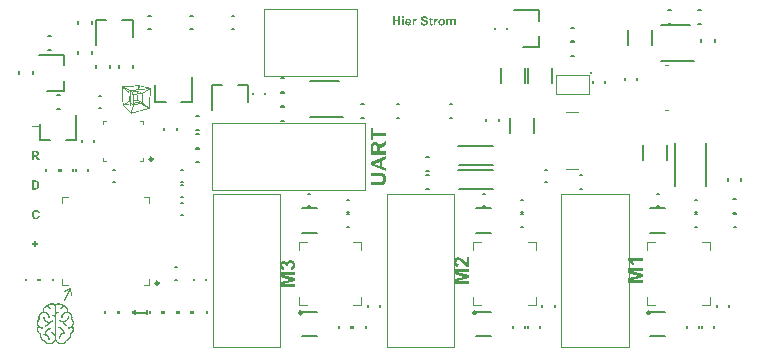
<source format=gto>
G04*
G04 #@! TF.GenerationSoftware,Altium Limited,Altium Designer,23.3.1 (30)*
G04*
G04 Layer_Color=16777215*
%FSLAX43Y43*%
%MOMM*%
G71*
G04*
G04 #@! TF.SameCoordinates,A4EA7D40-A082-4D09-80F0-C7F5A4317295*
G04*
G04*
G04 #@! TF.FilePolarity,Positive*
G04*
G01*
G75*
%ADD10C,0.250*%
%ADD11C,0.100*%
%ADD12C,0.150*%
G36*
X5294Y4243D02*
X5342D01*
Y4236D01*
X5376D01*
Y4229D01*
X5403D01*
Y4223D01*
X5424D01*
Y4216D01*
X5451D01*
Y4209D01*
X5472D01*
Y4202D01*
X5485D01*
Y4195D01*
X5506D01*
Y4188D01*
X5526D01*
Y4182D01*
X5540D01*
Y4175D01*
X5554D01*
Y4168D01*
X5567D01*
Y4161D01*
X5581D01*
Y4154D01*
X5602D01*
Y4147D01*
X5615D01*
Y4141D01*
X5629D01*
Y4134D01*
X5636D01*
Y4127D01*
X5649D01*
Y4120D01*
X5663D01*
Y4113D01*
X5677D01*
Y4106D01*
X5684D01*
Y4100D01*
X5697D01*
Y4093D01*
X5711D01*
Y4086D01*
X5718D01*
Y4079D01*
X5731D01*
Y4072D01*
X5738D01*
Y4065D01*
X5752D01*
Y4059D01*
X5766D01*
Y4052D01*
X5772D01*
Y4045D01*
X5786D01*
Y4038D01*
X5793D01*
Y4031D01*
X5800D01*
Y4024D01*
X5813D01*
Y4018D01*
X5820D01*
Y4011D01*
X5827D01*
Y4004D01*
X5841D01*
Y3997D01*
X5848D01*
Y3990D01*
X5854D01*
Y3983D01*
X5868D01*
Y3977D01*
X5882D01*
Y3970D01*
X5889D01*
Y3963D01*
X5902D01*
Y3956D01*
X5916D01*
Y3949D01*
X5923D01*
Y3942D01*
X5937D01*
Y3936D01*
X5943D01*
Y3929D01*
X5957D01*
Y3922D01*
X5964D01*
Y3915D01*
X5971D01*
Y3908D01*
X5978D01*
Y3901D01*
X5984D01*
Y3895D01*
X5991D01*
Y3888D01*
X5998D01*
Y3874D01*
X6005D01*
Y3867D01*
X6012D01*
Y3860D01*
X6019D01*
Y3854D01*
X6025D01*
Y3840D01*
X6032D01*
Y3826D01*
X6039D01*
Y3819D01*
X6046D01*
Y3806D01*
X6053D01*
Y3785D01*
X6060D01*
Y3771D01*
X6066D01*
Y3751D01*
X6073D01*
Y3724D01*
X6080D01*
Y3669D01*
X6087D01*
Y3635D01*
X6080D01*
Y3573D01*
X6073D01*
Y3553D01*
X6066D01*
Y3525D01*
X6060D01*
Y3512D01*
X6087D01*
Y3505D01*
X6114D01*
Y3498D01*
X6135D01*
Y3491D01*
X6148D01*
Y3484D01*
X6169D01*
Y3478D01*
X6183D01*
Y3471D01*
X6196D01*
Y3464D01*
X6203D01*
Y3457D01*
X6217D01*
Y3450D01*
X6230D01*
Y3443D01*
X6237D01*
Y3437D01*
X6251D01*
Y3430D01*
X6258D01*
Y3423D01*
X6265D01*
Y3416D01*
X6271D01*
Y3409D01*
X6285D01*
Y3402D01*
X6292D01*
Y3396D01*
X6299D01*
Y3389D01*
X6306D01*
Y3382D01*
X6312D01*
Y3375D01*
X6319D01*
Y3368D01*
X6326D01*
Y3361D01*
X6333D01*
Y3348D01*
X6340D01*
Y3341D01*
X6347D01*
Y3334D01*
X6354D01*
Y3327D01*
X6360D01*
Y3313D01*
X6367D01*
Y3307D01*
X6374D01*
Y3293D01*
X6381D01*
Y3279D01*
X6388D01*
Y3272D01*
X6395D01*
Y3259D01*
X6401D01*
Y3245D01*
X6408D01*
Y3225D01*
X6415D01*
Y3211D01*
X6422D01*
Y3190D01*
X6429D01*
Y3163D01*
X6436D01*
Y3136D01*
X6442D01*
Y3081D01*
X6449D01*
Y3020D01*
X6442D01*
Y2958D01*
X6436D01*
Y2931D01*
X6429D01*
Y2896D01*
X6436D01*
Y2890D01*
X6442D01*
Y2883D01*
X6449D01*
Y2876D01*
X6456D01*
Y2862D01*
X6463D01*
Y2855D01*
X6470D01*
Y2849D01*
X6477D01*
Y2835D01*
X6483D01*
Y2828D01*
X6490D01*
Y2814D01*
X6497D01*
Y2808D01*
X6504D01*
Y2794D01*
X6511D01*
Y2780D01*
X6518D01*
Y2767D01*
X6524D01*
Y2753D01*
X6531D01*
Y2739D01*
X6538D01*
Y2719D01*
X6545D01*
Y2698D01*
X6552D01*
Y2671D01*
X6559D01*
Y2637D01*
X6565D01*
Y2479D01*
X6559D01*
Y2452D01*
X6552D01*
Y2425D01*
X6545D01*
Y2404D01*
X6538D01*
Y2384D01*
X6531D01*
Y2370D01*
X6524D01*
Y2356D01*
X6518D01*
Y2343D01*
X6511D01*
Y2329D01*
X6504D01*
Y2315D01*
X6497D01*
Y2309D01*
X6490D01*
Y2295D01*
X6483D01*
Y2281D01*
X6490D01*
Y2274D01*
X6497D01*
Y2261D01*
X6504D01*
Y2247D01*
X6511D01*
Y2240D01*
X6518D01*
Y2227D01*
X6524D01*
Y2206D01*
X6531D01*
Y2192D01*
X6538D01*
Y2172D01*
X6545D01*
Y2151D01*
X6552D01*
Y2124D01*
X6559D01*
Y2097D01*
X6565D01*
Y1939D01*
X6559D01*
Y1905D01*
X6552D01*
Y1878D01*
X6545D01*
Y1857D01*
X6538D01*
Y1844D01*
X6531D01*
Y1823D01*
X6524D01*
Y1810D01*
X6518D01*
Y1796D01*
X6511D01*
Y1782D01*
X6504D01*
Y1769D01*
X6497D01*
Y1762D01*
X6490D01*
Y1748D01*
X6483D01*
Y1741D01*
X6477D01*
Y1728D01*
X6470D01*
Y1721D01*
X6463D01*
Y1714D01*
X6456D01*
Y1707D01*
X6449D01*
Y1700D01*
X6442D01*
Y1687D01*
X6436D01*
Y1680D01*
X6429D01*
Y1673D01*
X6422D01*
Y1666D01*
X6408D01*
Y1659D01*
X6401D01*
Y1652D01*
X6395D01*
Y1646D01*
X6388D01*
Y1639D01*
X6381D01*
Y1632D01*
X6367D01*
Y1625D01*
X6360D01*
Y1618D01*
X6347D01*
Y1611D01*
X6340D01*
Y1604D01*
X6326D01*
Y1475D01*
X6319D01*
Y1427D01*
X6312D01*
Y1399D01*
X6306D01*
Y1372D01*
X6299D01*
Y1352D01*
X6292D01*
Y1338D01*
X6285D01*
Y1324D01*
X6278D01*
Y1304D01*
X6271D01*
Y1290D01*
X6265D01*
Y1276D01*
X6258D01*
Y1263D01*
X6251D01*
Y1256D01*
X6244D01*
Y1242D01*
X6237D01*
Y1235D01*
X6230D01*
Y1222D01*
X6224D01*
Y1208D01*
X6217D01*
Y1201D01*
X6210D01*
Y1194D01*
X6203D01*
Y1188D01*
X6196D01*
Y1181D01*
X6189D01*
Y1174D01*
X6183D01*
Y1167D01*
X6176D01*
Y1153D01*
X6169D01*
Y1146D01*
X6162D01*
Y1140D01*
X6148D01*
Y1133D01*
X6142D01*
Y1126D01*
X6135D01*
Y1119D01*
X6128D01*
Y1112D01*
X6121D01*
Y1105D01*
X6114D01*
Y1099D01*
X6101D01*
Y1092D01*
X6094D01*
Y1085D01*
X6080D01*
Y1078D01*
X6066D01*
Y1071D01*
X6060D01*
Y1064D01*
X6046D01*
Y1058D01*
X6039D01*
Y1051D01*
X6025D01*
Y1044D01*
X6005D01*
Y1037D01*
X5991D01*
Y1030D01*
X5978D01*
Y1023D01*
X5957D01*
Y1017D01*
X5950D01*
Y1010D01*
X5943D01*
Y1003D01*
X5937D01*
Y989D01*
X5930D01*
Y982D01*
X5923D01*
Y976D01*
X5916D01*
Y962D01*
X5909D01*
Y955D01*
X5902D01*
Y948D01*
X5896D01*
Y941D01*
X5889D01*
Y928D01*
X5882D01*
Y921D01*
X5875D01*
Y914D01*
X5868D01*
Y907D01*
X5861D01*
Y900D01*
X5854D01*
Y894D01*
X5848D01*
Y887D01*
X5841D01*
Y880D01*
X5827D01*
Y873D01*
X5820D01*
Y866D01*
X5813D01*
Y859D01*
X5807D01*
Y853D01*
X5793D01*
Y846D01*
X5786D01*
Y839D01*
X5772D01*
Y832D01*
X5766D01*
Y825D01*
X5752D01*
Y818D01*
X5738D01*
Y812D01*
X5725D01*
Y805D01*
X5711D01*
Y798D01*
X5697D01*
Y791D01*
X5684D01*
Y784D01*
X5663D01*
Y777D01*
X5643D01*
Y771D01*
X5615D01*
Y764D01*
X5581D01*
Y757D01*
X5533D01*
Y750D01*
X5438D01*
Y757D01*
X5383D01*
Y764D01*
X5355D01*
Y771D01*
X5328D01*
Y777D01*
X5308D01*
Y784D01*
X5287D01*
Y791D01*
X5273D01*
Y798D01*
X5253D01*
Y805D01*
X5239D01*
Y812D01*
X5232D01*
Y818D01*
X5219D01*
Y825D01*
X5205D01*
Y832D01*
X5191D01*
Y839D01*
X5185D01*
Y846D01*
X5171D01*
Y853D01*
X5164D01*
Y859D01*
X5157D01*
Y866D01*
X5144D01*
Y873D01*
X5137D01*
Y880D01*
X5130D01*
Y887D01*
X5123D01*
Y894D01*
X5116D01*
Y900D01*
X5109D01*
Y907D01*
X5103D01*
Y914D01*
X5096D01*
Y921D01*
X5089D01*
Y928D01*
X5082D01*
Y935D01*
X5075D01*
Y941D01*
X5068D01*
Y948D01*
X5062D01*
Y962D01*
X5055D01*
Y969D01*
X5048D01*
Y976D01*
X5041D01*
Y989D01*
X5034D01*
Y996D01*
X5027D01*
Y1010D01*
X5021D01*
Y1023D01*
X5014D01*
Y1030D01*
X5007D01*
Y1044D01*
X4993D01*
Y1030D01*
X4986D01*
Y1023D01*
X4979D01*
Y1010D01*
X4973D01*
Y996D01*
X4966D01*
Y989D01*
X4959D01*
Y976D01*
X4952D01*
Y969D01*
X4945D01*
Y962D01*
X4938D01*
Y948D01*
X4932D01*
Y941D01*
X4925D01*
Y935D01*
X4918D01*
Y928D01*
X4911D01*
Y921D01*
X4904D01*
Y914D01*
X4897D01*
Y907D01*
X4891D01*
Y900D01*
X4884D01*
Y894D01*
X4877D01*
Y887D01*
X4870D01*
Y880D01*
X4863D01*
Y873D01*
X4856D01*
Y866D01*
X4843D01*
Y859D01*
X4836D01*
Y853D01*
X4829D01*
Y846D01*
X4815D01*
Y839D01*
X4809D01*
Y832D01*
X4795D01*
Y825D01*
X4781D01*
Y818D01*
X4768D01*
Y812D01*
X4761D01*
Y805D01*
X4747D01*
Y798D01*
X4727D01*
Y791D01*
X4713D01*
Y784D01*
X4692D01*
Y777D01*
X4672D01*
Y771D01*
X4645D01*
Y764D01*
X4617D01*
Y757D01*
X4562D01*
Y750D01*
X4467D01*
Y757D01*
X4419D01*
Y764D01*
X4385D01*
Y771D01*
X4357D01*
Y777D01*
X4337D01*
Y784D01*
X4316D01*
Y791D01*
X4303D01*
Y798D01*
X4289D01*
Y805D01*
X4275D01*
Y812D01*
X4262D01*
Y818D01*
X4248D01*
Y825D01*
X4234D01*
Y832D01*
X4228D01*
Y839D01*
X4214D01*
Y846D01*
X4207D01*
Y853D01*
X4193D01*
Y859D01*
X4187D01*
Y866D01*
X4180D01*
Y873D01*
X4173D01*
Y880D01*
X4159D01*
Y887D01*
X4152D01*
Y894D01*
X4146D01*
Y900D01*
X4139D01*
Y907D01*
X4132D01*
Y914D01*
X4125D01*
Y921D01*
X4118D01*
Y928D01*
X4111D01*
Y941D01*
X4104D01*
Y948D01*
X4098D01*
Y955D01*
X4091D01*
Y962D01*
X4084D01*
Y976D01*
X4077D01*
Y982D01*
X4070D01*
Y989D01*
X4063D01*
Y1003D01*
X4057D01*
Y1010D01*
X4050D01*
Y1017D01*
X4043D01*
Y1023D01*
X4022D01*
Y1030D01*
X4009D01*
Y1037D01*
X3995D01*
Y1044D01*
X3975D01*
Y1051D01*
X3961D01*
Y1058D01*
X3954D01*
Y1064D01*
X3940D01*
Y1071D01*
X3934D01*
Y1078D01*
X3920D01*
Y1085D01*
X3906D01*
Y1092D01*
X3899D01*
Y1099D01*
X3886D01*
Y1105D01*
X3879D01*
Y1112D01*
X3872D01*
Y1119D01*
X3865D01*
Y1126D01*
X3858D01*
Y1133D01*
X3852D01*
Y1140D01*
X3838D01*
Y1146D01*
X3831D01*
Y1153D01*
X3824D01*
Y1160D01*
X3817D01*
Y1174D01*
X3811D01*
Y1181D01*
X3804D01*
Y1188D01*
X3797D01*
Y1194D01*
X3790D01*
Y1201D01*
X3783D01*
Y1208D01*
X3776D01*
Y1222D01*
X3770D01*
Y1235D01*
X3763D01*
Y1242D01*
X3756D01*
Y1256D01*
X3749D01*
Y1263D01*
X3742D01*
Y1276D01*
X3735D01*
Y1290D01*
X3729D01*
Y1304D01*
X3722D01*
Y1324D01*
X3715D01*
Y1338D01*
X3708D01*
Y1352D01*
X3701D01*
Y1372D01*
X3694D01*
Y1399D01*
X3688D01*
Y1427D01*
X3681D01*
Y1475D01*
X3674D01*
Y1604D01*
X3660D01*
Y1611D01*
X3653D01*
Y1618D01*
X3640D01*
Y1625D01*
X3633D01*
Y1632D01*
X3619D01*
Y1639D01*
X3612D01*
Y1646D01*
X3605D01*
Y1652D01*
X3599D01*
Y1659D01*
X3592D01*
Y1666D01*
X3578D01*
Y1673D01*
X3571D01*
Y1680D01*
X3564D01*
Y1687D01*
X3558D01*
Y1700D01*
X3551D01*
Y1707D01*
X3544D01*
Y1714D01*
X3537D01*
Y1721D01*
X3530D01*
Y1728D01*
X3523D01*
Y1741D01*
X3517D01*
Y1748D01*
X3510D01*
Y1762D01*
X3503D01*
Y1769D01*
X3496D01*
Y1782D01*
X3489D01*
Y1796D01*
X3482D01*
Y1810D01*
X3476D01*
Y1823D01*
X3469D01*
Y1844D01*
X3462D01*
Y1857D01*
X3455D01*
Y1878D01*
X3448D01*
Y1905D01*
X3441D01*
Y1939D01*
X3435D01*
Y2097D01*
X3441D01*
Y2124D01*
X3448D01*
Y2151D01*
X3455D01*
Y2172D01*
X3462D01*
Y2192D01*
X3469D01*
Y2206D01*
X3476D01*
Y2227D01*
X3482D01*
Y2240D01*
X3489D01*
Y2247D01*
X3496D01*
Y2261D01*
X3503D01*
Y2274D01*
X3510D01*
Y2281D01*
X3517D01*
Y2295D01*
X3510D01*
Y2309D01*
X3503D01*
Y2315D01*
X3496D01*
Y2329D01*
X3489D01*
Y2343D01*
X3482D01*
Y2356D01*
X3476D01*
Y2370D01*
X3469D01*
Y2384D01*
X3462D01*
Y2404D01*
X3455D01*
Y2425D01*
X3448D01*
Y2452D01*
X3441D01*
Y2479D01*
X3435D01*
Y2637D01*
X3441D01*
Y2671D01*
X3448D01*
Y2698D01*
X3455D01*
Y2719D01*
X3462D01*
Y2739D01*
X3469D01*
Y2753D01*
X3476D01*
Y2767D01*
X3482D01*
Y2780D01*
X3489D01*
Y2794D01*
X3496D01*
Y2808D01*
X3503D01*
Y2814D01*
X3510D01*
Y2828D01*
X3517D01*
Y2835D01*
X3523D01*
Y2849D01*
X3530D01*
Y2855D01*
X3537D01*
Y2862D01*
X3544D01*
Y2876D01*
X3551D01*
Y2883D01*
X3558D01*
Y2890D01*
X3564D01*
Y2896D01*
X3571D01*
Y2931D01*
X3564D01*
Y2958D01*
X3558D01*
Y3020D01*
X3551D01*
Y3081D01*
X3558D01*
Y3136D01*
X3564D01*
Y3163D01*
X3571D01*
Y3190D01*
X3578D01*
Y3211D01*
X3585D01*
Y3225D01*
X3592D01*
Y3245D01*
X3599D01*
Y3259D01*
X3605D01*
Y3272D01*
X3612D01*
Y3279D01*
X3619D01*
Y3293D01*
X3626D01*
Y3307D01*
X3633D01*
Y3313D01*
X3640D01*
Y3327D01*
X3646D01*
Y3334D01*
X3653D01*
Y3341D01*
X3660D01*
Y3348D01*
X3667D01*
Y3361D01*
X3674D01*
Y3368D01*
X3681D01*
Y3375D01*
X3688D01*
Y3382D01*
X3694D01*
Y3389D01*
X3701D01*
Y3396D01*
X3708D01*
Y3402D01*
X3715D01*
Y3409D01*
X3729D01*
Y3416D01*
X3735D01*
Y3423D01*
X3742D01*
Y3430D01*
X3749D01*
Y3437D01*
X3763D01*
Y3443D01*
X3770D01*
Y3450D01*
X3783D01*
Y3457D01*
X3797D01*
Y3464D01*
X3804D01*
Y3471D01*
X3817D01*
Y3478D01*
X3831D01*
Y3484D01*
X3852D01*
Y3491D01*
X3865D01*
Y3498D01*
X3886D01*
Y3505D01*
X3913D01*
Y3512D01*
X3940D01*
Y3525D01*
X3934D01*
Y3553D01*
X3927D01*
Y3573D01*
X3920D01*
Y3635D01*
X3913D01*
Y3669D01*
X3920D01*
Y3724D01*
X3927D01*
Y3751D01*
X3934D01*
Y3771D01*
X3940D01*
Y3785D01*
X3947D01*
Y3806D01*
X3954D01*
Y3819D01*
X3961D01*
Y3826D01*
X3968D01*
Y3840D01*
X3975D01*
Y3854D01*
X3981D01*
Y3860D01*
X3988D01*
Y3867D01*
X3995D01*
Y3874D01*
X4002D01*
Y3888D01*
X4009D01*
Y3895D01*
X4016D01*
Y3901D01*
X4022D01*
Y3908D01*
X4029D01*
Y3915D01*
X4036D01*
Y3922D01*
X4043D01*
Y3929D01*
X4057D01*
Y3936D01*
X4063D01*
Y3942D01*
X4077D01*
Y3949D01*
X4084D01*
Y3956D01*
X4098D01*
Y3963D01*
X4111D01*
Y3970D01*
X4118D01*
Y3977D01*
X4132D01*
Y3983D01*
X4146D01*
Y3990D01*
X4152D01*
Y3997D01*
X4159D01*
Y4004D01*
X4173D01*
Y4011D01*
X4180D01*
Y4018D01*
X4187D01*
Y4024D01*
X4200D01*
Y4031D01*
X4207D01*
Y4038D01*
X4214D01*
Y4045D01*
X4228D01*
Y4052D01*
X4234D01*
Y4059D01*
X4248D01*
Y4065D01*
X4262D01*
Y4072D01*
X4269D01*
Y4079D01*
X4282D01*
Y4086D01*
X4289D01*
Y4093D01*
X4303D01*
Y4100D01*
X4316D01*
Y4106D01*
X4323D01*
Y4113D01*
X4337D01*
Y4120D01*
X4351D01*
Y4127D01*
X4364D01*
Y4134D01*
X4371D01*
Y4141D01*
X4385D01*
Y4147D01*
X4398D01*
Y4154D01*
X4419D01*
Y4161D01*
X4433D01*
Y4168D01*
X4446D01*
Y4175D01*
X4460D01*
Y4182D01*
X4474D01*
Y4188D01*
X4494D01*
Y4195D01*
X4515D01*
Y4202D01*
X4528D01*
Y4209D01*
X4549D01*
Y4216D01*
X4576D01*
Y4223D01*
X4597D01*
Y4229D01*
X4624D01*
Y4236D01*
X4658D01*
Y4243D01*
X4706D01*
Y4250D01*
X4802D01*
Y4243D01*
X4836D01*
Y4236D01*
X4856D01*
Y4229D01*
X4877D01*
Y4223D01*
X4891D01*
Y4216D01*
X4904D01*
Y4209D01*
X4911D01*
Y4202D01*
X4925D01*
Y4195D01*
X4932D01*
Y4188D01*
X4945D01*
Y4182D01*
X4952D01*
Y4175D01*
X4959D01*
Y4168D01*
X4966D01*
Y4161D01*
X4973D01*
Y4154D01*
X4979D01*
Y4147D01*
X4986D01*
Y4141D01*
X4993D01*
Y4127D01*
X5007D01*
Y4141D01*
X5014D01*
Y4147D01*
X5021D01*
Y4154D01*
X5027D01*
Y4161D01*
X5034D01*
Y4168D01*
X5041D01*
Y4175D01*
X5048D01*
Y4182D01*
X5055D01*
Y4188D01*
X5068D01*
Y4195D01*
X5075D01*
Y4202D01*
X5089D01*
Y4209D01*
X5096D01*
Y4216D01*
X5109D01*
Y4223D01*
X5123D01*
Y4229D01*
X5144D01*
Y4236D01*
X5164D01*
Y4243D01*
X5198D01*
Y4250D01*
X5294D01*
Y4243D01*
D02*
G37*
G36*
X12101Y22697D02*
X12108D01*
Y22695D01*
X12115D01*
Y22693D01*
X12124D01*
Y22690D01*
X12133D01*
Y22688D01*
X12142D01*
Y22686D01*
X12154D01*
Y22684D01*
X12163D01*
Y22681D01*
X12172D01*
Y22679D01*
X12181D01*
Y22677D01*
X12190D01*
Y22674D01*
X12199D01*
Y22672D01*
X12210D01*
Y22670D01*
X12220D01*
Y22668D01*
X12229D01*
Y22665D01*
X12238D01*
Y22663D01*
X12247D01*
Y22661D01*
X12258D01*
Y22659D01*
X12267D01*
Y22656D01*
X12276D01*
Y22654D01*
X12285D01*
Y22652D01*
X12294D01*
Y22649D01*
X12303D01*
Y22647D01*
X12315D01*
Y22645D01*
X12324D01*
Y22643D01*
X12333D01*
Y22640D01*
X12342D01*
Y22638D01*
X12351D01*
Y22636D01*
X12360D01*
Y22634D01*
X12372D01*
Y22631D01*
X12381D01*
Y22629D01*
X12390D01*
Y22627D01*
X12399D01*
Y22624D01*
X12408D01*
Y22622D01*
X12419D01*
Y22620D01*
X12428D01*
Y22618D01*
X12437D01*
Y22615D01*
X12446D01*
Y22613D01*
X12456D01*
Y22611D01*
X12465D01*
Y22609D01*
X12476D01*
Y22606D01*
X12485D01*
Y22604D01*
X12494D01*
Y22602D01*
X12503D01*
Y22600D01*
X12512D01*
Y22597D01*
X12521D01*
Y22595D01*
X12533D01*
Y22593D01*
X12542D01*
Y22590D01*
X12551D01*
Y22588D01*
X12560D01*
Y22586D01*
X12569D01*
Y22584D01*
X12578D01*
Y22581D01*
X12589D01*
Y22579D01*
X12599D01*
Y22577D01*
X12608D01*
Y22575D01*
X12617D01*
Y22572D01*
X12626D01*
Y22570D01*
X12637D01*
Y22568D01*
X12646D01*
Y22565D01*
X12655D01*
Y22563D01*
X12664D01*
Y22561D01*
X12673D01*
Y22559D01*
X12683D01*
Y22556D01*
X12694D01*
Y22554D01*
X12703D01*
Y22552D01*
X12712D01*
Y22550D01*
X12721D01*
Y22547D01*
X12730D01*
Y22545D01*
X12739D01*
Y22543D01*
X12751D01*
Y22541D01*
X12760D01*
Y22538D01*
X12769D01*
Y22536D01*
X12778D01*
Y22534D01*
X12787D01*
Y22531D01*
X12798D01*
Y22529D01*
X12807D01*
Y22527D01*
X12816D01*
Y22525D01*
X12826D01*
Y22522D01*
X12835D01*
Y22520D01*
X12844D01*
Y22518D01*
X12855D01*
Y22516D01*
X12864D01*
Y22513D01*
X12873D01*
Y22511D01*
X12882D01*
Y22509D01*
X12891D01*
Y22506D01*
X12900D01*
Y22504D01*
X12912D01*
Y22502D01*
X12921D01*
Y22500D01*
X12930D01*
Y22497D01*
X12939D01*
Y22495D01*
X12948D01*
Y22493D01*
X12959D01*
Y22491D01*
X12969D01*
Y22488D01*
X12978D01*
Y22486D01*
X12987D01*
Y22484D01*
X12996D01*
Y22482D01*
X13005D01*
Y22479D01*
X13016D01*
Y22477D01*
X13025D01*
Y22475D01*
X13034D01*
Y22472D01*
X13043D01*
Y22470D01*
X13059D01*
Y22468D01*
X13068D01*
Y22466D01*
X13073D01*
Y22463D01*
X13075D01*
Y22461D01*
X13080D01*
Y22459D01*
X13082D01*
Y22457D01*
X13084D01*
Y22452D01*
X13087D01*
Y22450D01*
X13089D01*
Y22443D01*
X13091D01*
Y22434D01*
X13093D01*
Y22427D01*
X13091D01*
Y22418D01*
X13089D01*
Y22411D01*
X13087D01*
Y22377D01*
X13084D01*
Y22341D01*
X13082D01*
Y22304D01*
X13080D01*
Y22266D01*
X13077D01*
Y22230D01*
X13075D01*
Y22191D01*
X13073D01*
Y22155D01*
X13071D01*
Y22116D01*
X13068D01*
Y22080D01*
X13066D01*
Y22041D01*
X13064D01*
Y22005D01*
X13062D01*
Y21969D01*
X13059D01*
Y21930D01*
X13057D01*
Y21894D01*
X13055D01*
Y21855D01*
X13053D01*
Y21819D01*
X13050D01*
Y21780D01*
X13048D01*
Y21744D01*
X13046D01*
Y21705D01*
X13043D01*
Y21669D01*
X13041D01*
Y21633D01*
X13039D01*
Y21594D01*
X13037D01*
Y21558D01*
X13034D01*
Y21519D01*
X13032D01*
Y21483D01*
X13030D01*
Y21444D01*
X13028D01*
Y21408D01*
X13025D01*
Y21372D01*
X13023D01*
Y21333D01*
X13021D01*
Y21297D01*
X13018D01*
Y21258D01*
X13016D01*
Y21222D01*
X13014D01*
Y21183D01*
X13012D01*
Y21147D01*
X13009D01*
Y21108D01*
X13007D01*
Y21072D01*
X13005D01*
Y21036D01*
X13003D01*
Y20997D01*
X13000D01*
Y20961D01*
X12998D01*
Y20922D01*
X12996D01*
Y20886D01*
X12993D01*
Y20847D01*
X12991D01*
Y20811D01*
X12989D01*
Y20772D01*
X12987D01*
Y20752D01*
X12989D01*
Y20727D01*
X12987D01*
Y20722D01*
X12984D01*
Y20718D01*
X12982D01*
Y20716D01*
X12980D01*
Y20713D01*
X12978D01*
Y20711D01*
X12975D01*
Y20709D01*
X12973D01*
Y20707D01*
X12969D01*
Y20704D01*
X12964D01*
Y20702D01*
X12957D01*
Y20700D01*
X12946D01*
Y20697D01*
X12937D01*
Y20695D01*
X12928D01*
Y20693D01*
X12921D01*
Y20691D01*
X12912D01*
Y20688D01*
X12903D01*
Y20686D01*
X12896D01*
Y20684D01*
X12887D01*
Y20682D01*
X12878D01*
Y20679D01*
X12869D01*
Y20677D01*
X12862D01*
Y20675D01*
X12853D01*
Y20673D01*
X12844D01*
Y20670D01*
X12835D01*
Y20668D01*
X12828D01*
Y20666D01*
X12819D01*
Y20663D01*
X12810D01*
Y20661D01*
X12801D01*
Y20659D01*
X12794D01*
Y20657D01*
X12785D01*
Y20654D01*
X12776D01*
Y20652D01*
X12769D01*
Y20650D01*
X12760D01*
Y20648D01*
X12751D01*
Y20645D01*
X12742D01*
Y20643D01*
X12735D01*
Y20641D01*
X12726D01*
Y20638D01*
X12717D01*
Y20636D01*
X12708D01*
Y20634D01*
X12701D01*
Y20632D01*
X12692D01*
Y20629D01*
X12683D01*
Y20627D01*
X12676D01*
Y20625D01*
X12667D01*
Y20623D01*
X12658D01*
Y20620D01*
X12649D01*
Y20618D01*
X12642D01*
Y20616D01*
X12633D01*
Y20613D01*
X12624D01*
Y20611D01*
X12614D01*
Y20609D01*
X12608D01*
Y20607D01*
X12599D01*
Y20604D01*
X12589D01*
Y20602D01*
X12583D01*
Y20600D01*
X12574D01*
Y20598D01*
X12565D01*
Y20595D01*
X12555D01*
Y20593D01*
X12549D01*
Y20591D01*
X12540D01*
Y20589D01*
X12530D01*
Y20586D01*
X12521D01*
Y20584D01*
X12515D01*
Y20582D01*
X12505D01*
Y20579D01*
X12496D01*
Y20577D01*
X12487D01*
Y20575D01*
X12481D01*
Y20573D01*
X12471D01*
Y20570D01*
X12462D01*
Y20568D01*
X12456D01*
Y20566D01*
X12446D01*
Y20564D01*
X12437D01*
Y20561D01*
X12428D01*
Y20559D01*
X12422D01*
Y20557D01*
X12412D01*
Y20554D01*
X12403D01*
Y20552D01*
X12394D01*
Y20550D01*
X12387D01*
Y20548D01*
X12378D01*
Y20545D01*
X12369D01*
Y20543D01*
X12363D01*
Y20541D01*
X12353D01*
Y20539D01*
X12344D01*
Y20536D01*
X12335D01*
Y20534D01*
X12328D01*
Y20532D01*
X12319D01*
Y20529D01*
X12310D01*
Y20527D01*
X12301D01*
Y20525D01*
X12294D01*
Y20523D01*
X12285D01*
Y20520D01*
X12276D01*
Y20518D01*
X12267D01*
Y20516D01*
X12260D01*
Y20514D01*
X12251D01*
Y20511D01*
X12242D01*
Y20509D01*
X12235D01*
Y20507D01*
X12226D01*
Y20505D01*
X12217D01*
Y20502D01*
X12208D01*
Y20500D01*
X12201D01*
Y20498D01*
X12192D01*
Y20495D01*
X12183D01*
Y20493D01*
X12174D01*
Y20491D01*
X12167D01*
Y20489D01*
X12158D01*
Y20486D01*
X12149D01*
Y20484D01*
X12142D01*
Y20482D01*
X12133D01*
Y20480D01*
X12124D01*
Y20477D01*
X12115D01*
Y20475D01*
X12108D01*
Y20473D01*
X12099D01*
Y20470D01*
X12090D01*
Y20468D01*
X12081D01*
Y20466D01*
X12074D01*
Y20464D01*
X12065D01*
Y20461D01*
X12056D01*
Y20459D01*
X12047D01*
Y20457D01*
X12040D01*
Y20455D01*
X12031D01*
Y20452D01*
X12022D01*
Y20450D01*
X12015D01*
Y20448D01*
X12006D01*
Y20446D01*
X11997D01*
Y20443D01*
X11988D01*
Y20441D01*
X11981D01*
Y20439D01*
X11972D01*
Y20436D01*
X11963D01*
Y20434D01*
X11954D01*
Y20432D01*
X11947D01*
Y20430D01*
X11938D01*
Y20427D01*
X11929D01*
Y20425D01*
X11922D01*
Y20423D01*
X11913D01*
Y20421D01*
X11904D01*
Y20418D01*
X11895D01*
Y20416D01*
X11888D01*
Y20414D01*
X11879D01*
Y20411D01*
X11870D01*
Y20409D01*
X11861D01*
Y20407D01*
X11854D01*
Y20405D01*
X11845D01*
Y20402D01*
X11836D01*
Y20400D01*
X11827D01*
Y20398D01*
X11820D01*
Y20396D01*
X11811D01*
Y20393D01*
X11802D01*
Y20391D01*
X11795D01*
Y20389D01*
X11786D01*
Y20387D01*
X11777D01*
Y20384D01*
X11768D01*
Y20382D01*
X11761D01*
Y20380D01*
X11752D01*
Y20377D01*
X11743D01*
Y20375D01*
X11734D01*
Y20373D01*
X11727D01*
Y20371D01*
X11718D01*
Y20368D01*
X11709D01*
Y20366D01*
X11702D01*
Y20364D01*
X11693D01*
Y20362D01*
X11684D01*
Y20359D01*
X11675D01*
Y20357D01*
X11668D01*
Y20355D01*
X11659D01*
Y20352D01*
X11650D01*
Y20350D01*
X11641D01*
Y20348D01*
X11634D01*
Y20346D01*
X11625D01*
Y20343D01*
X11616D01*
Y20341D01*
X11607D01*
Y20339D01*
X11600D01*
Y20337D01*
X11591D01*
Y20334D01*
X11582D01*
Y20332D01*
X11575D01*
Y20330D01*
X11566D01*
Y20327D01*
X11557D01*
Y20325D01*
X11548D01*
Y20323D01*
X11541D01*
Y20321D01*
X11532D01*
Y20318D01*
X11523D01*
Y20316D01*
X11514D01*
Y20314D01*
X11507D01*
Y20312D01*
X11498D01*
Y20309D01*
X11489D01*
Y20307D01*
X11482D01*
Y20305D01*
X11473D01*
Y20303D01*
X11464D01*
Y20300D01*
X11455D01*
Y20298D01*
X11448D01*
Y20296D01*
X11439D01*
Y20293D01*
X11430D01*
Y20291D01*
X11423D01*
Y20289D01*
X11416D01*
Y20287D01*
X11391D01*
Y20289D01*
X11387D01*
Y20291D01*
X11382D01*
Y20293D01*
X11377D01*
Y20296D01*
X11375D01*
Y20298D01*
X11373D01*
Y20300D01*
X11371D01*
Y20303D01*
X11368D01*
Y20305D01*
X11366D01*
Y20307D01*
X11364D01*
Y20309D01*
X11362D01*
Y20312D01*
X11359D01*
Y20314D01*
X11357D01*
Y20316D01*
X11355D01*
Y20321D01*
X11352D01*
Y20323D01*
X11350D01*
Y20325D01*
X11348D01*
Y20327D01*
X11346D01*
Y20330D01*
X11343D01*
Y20332D01*
X11341D01*
Y20334D01*
X11339D01*
Y20337D01*
X11337D01*
Y20339D01*
X11334D01*
Y20341D01*
X11332D01*
Y20343D01*
X11330D01*
Y20346D01*
X11328D01*
Y20348D01*
X11325D01*
Y20350D01*
X11323D01*
Y20352D01*
X11321D01*
Y20355D01*
X11318D01*
Y20357D01*
X11316D01*
Y20359D01*
X11314D01*
Y20362D01*
X11312D01*
Y20364D01*
X11309D01*
Y20366D01*
X11307D01*
Y20368D01*
X11305D01*
Y20371D01*
X11303D01*
Y20373D01*
X11300D01*
Y20375D01*
X11298D01*
Y20377D01*
X11296D01*
Y20380D01*
X11293D01*
Y20382D01*
X11291D01*
Y20384D01*
X11289D01*
Y20387D01*
X11287D01*
Y20391D01*
X11284D01*
Y20393D01*
X11282D01*
Y20396D01*
X11280D01*
Y20398D01*
X11278D01*
Y20400D01*
X11275D01*
Y20402D01*
X11273D01*
Y20405D01*
X11271D01*
Y20407D01*
X11268D01*
Y20409D01*
X11266D01*
Y20411D01*
X11264D01*
Y20414D01*
X11262D01*
Y20416D01*
X11259D01*
Y20418D01*
X11257D01*
Y20421D01*
X11255D01*
Y20423D01*
X11253D01*
Y20425D01*
X11250D01*
Y20427D01*
X11248D01*
Y20430D01*
X11246D01*
Y20432D01*
X11244D01*
Y20434D01*
X11241D01*
Y20436D01*
X11239D01*
Y20439D01*
X11237D01*
Y20441D01*
X11234D01*
Y20443D01*
X11232D01*
Y20446D01*
X11230D01*
Y20448D01*
X11228D01*
Y20450D01*
X11225D01*
Y20452D01*
X11223D01*
Y20455D01*
X11221D01*
Y20457D01*
X11219D01*
Y20461D01*
X11216D01*
Y20464D01*
X11214D01*
Y20466D01*
X11212D01*
Y20468D01*
X11209D01*
Y20470D01*
X11207D01*
Y20473D01*
X11205D01*
Y20475D01*
X11203D01*
Y20477D01*
X11200D01*
Y20480D01*
X11198D01*
Y20482D01*
X11196D01*
Y20484D01*
X11194D01*
Y20486D01*
X11191D01*
Y20489D01*
X11189D01*
Y20491D01*
X11187D01*
Y20493D01*
X11184D01*
Y20495D01*
X11182D01*
Y20498D01*
X11180D01*
Y20500D01*
X11178D01*
Y20502D01*
X11175D01*
Y20505D01*
X11173D01*
Y20507D01*
X11171D01*
Y20509D01*
X11169D01*
Y20511D01*
X11166D01*
Y20514D01*
X11164D01*
Y20516D01*
X11162D01*
Y20518D01*
X11160D01*
Y20520D01*
X11157D01*
Y20523D01*
X11155D01*
Y20525D01*
X11153D01*
Y20527D01*
X11150D01*
Y20532D01*
X11148D01*
Y20534D01*
X11146D01*
Y20536D01*
X11144D01*
Y20539D01*
X11141D01*
Y20541D01*
X11139D01*
Y20543D01*
X11137D01*
Y20545D01*
X11135D01*
Y20548D01*
X11132D01*
Y20550D01*
X11130D01*
Y20552D01*
X11128D01*
Y20554D01*
X11125D01*
Y20557D01*
X11123D01*
Y20559D01*
X11121D01*
Y20561D01*
X11119D01*
Y20564D01*
X11116D01*
Y20566D01*
X11114D01*
Y20568D01*
X11112D01*
Y20570D01*
X11110D01*
Y20573D01*
X11107D01*
Y20575D01*
X11105D01*
Y20577D01*
X11103D01*
Y20579D01*
X11101D01*
Y20582D01*
X11098D01*
Y20584D01*
X11096D01*
Y20586D01*
X11094D01*
Y20589D01*
X11091D01*
Y20591D01*
X11089D01*
Y20593D01*
X11087D01*
Y20595D01*
X11085D01*
Y20600D01*
X11082D01*
Y20602D01*
X11080D01*
Y20604D01*
X11078D01*
Y20607D01*
X11076D01*
Y20609D01*
X11073D01*
Y20611D01*
X11071D01*
Y20613D01*
X11069D01*
Y20616D01*
X11066D01*
Y20618D01*
X11064D01*
Y20620D01*
X11062D01*
Y20623D01*
X11060D01*
Y20625D01*
X11057D01*
Y20627D01*
X11055D01*
Y20629D01*
X11053D01*
Y20632D01*
X11051D01*
Y20634D01*
X11048D01*
Y20636D01*
X11046D01*
Y20638D01*
X11044D01*
Y20641D01*
X11042D01*
Y20643D01*
X11039D01*
Y20645D01*
X11037D01*
Y20648D01*
X11035D01*
Y20650D01*
X11032D01*
Y20652D01*
X11030D01*
Y20654D01*
X11028D01*
Y20657D01*
X11026D01*
Y20659D01*
X11023D01*
Y20661D01*
X11021D01*
Y20663D01*
X11019D01*
Y20666D01*
X11017D01*
Y20670D01*
X11014D01*
Y20673D01*
X11012D01*
Y20675D01*
X11010D01*
Y20677D01*
X11007D01*
Y20679D01*
X11005D01*
Y20682D01*
X11003D01*
Y20684D01*
X11001D01*
Y20686D01*
X10998D01*
Y20688D01*
X10996D01*
Y20691D01*
X10994D01*
Y20693D01*
X10992D01*
Y20695D01*
X10989D01*
Y20697D01*
X10987D01*
Y20700D01*
X10985D01*
Y20702D01*
X10982D01*
Y20704D01*
X10980D01*
Y20707D01*
X10978D01*
Y20709D01*
X10976D01*
Y20711D01*
X10973D01*
Y20713D01*
X10971D01*
Y20716D01*
X10969D01*
Y20718D01*
X10967D01*
Y20720D01*
X10964D01*
Y20722D01*
X10962D01*
Y20725D01*
X10960D01*
Y20727D01*
X10958D01*
Y20729D01*
X10955D01*
Y20732D01*
X10953D01*
Y20734D01*
X10951D01*
Y20736D01*
X10948D01*
Y20741D01*
X10946D01*
Y20743D01*
X10944D01*
Y20745D01*
X10942D01*
Y20747D01*
X10939D01*
Y20750D01*
X10937D01*
Y20752D01*
X10935D01*
Y20754D01*
X10933D01*
Y20756D01*
X10930D01*
Y20759D01*
X10928D01*
Y20761D01*
X10926D01*
Y20763D01*
X10923D01*
Y20766D01*
X10921D01*
Y20768D01*
X10919D01*
Y20770D01*
X10917D01*
Y20772D01*
X10914D01*
Y20775D01*
X10912D01*
Y20777D01*
X10910D01*
Y20779D01*
X10908D01*
Y20781D01*
X10905D01*
Y20784D01*
X10903D01*
Y20786D01*
X10901D01*
Y20788D01*
X10899D01*
Y20791D01*
X10896D01*
Y20793D01*
X10894D01*
Y20795D01*
X10892D01*
Y20797D01*
X10889D01*
Y20800D01*
X10887D01*
Y20802D01*
X10885D01*
Y20804D01*
X10883D01*
Y20806D01*
X10880D01*
Y20811D01*
X10878D01*
Y20813D01*
X10876D01*
Y20816D01*
X10874D01*
Y20818D01*
X10871D01*
Y20820D01*
X10869D01*
Y20822D01*
X10867D01*
Y20825D01*
X10864D01*
Y20827D01*
X10862D01*
Y20829D01*
X10860D01*
Y20831D01*
X10858D01*
Y20834D01*
X10855D01*
Y20836D01*
X10853D01*
Y20838D01*
X10851D01*
Y20840D01*
X10849D01*
Y20843D01*
X10846D01*
Y20845D01*
X10844D01*
Y20847D01*
X10842D01*
Y20850D01*
X10840D01*
Y20852D01*
X10837D01*
Y20854D01*
X10835D01*
Y20856D01*
X10833D01*
Y20859D01*
X10830D01*
Y20861D01*
X10828D01*
Y20863D01*
X10826D01*
Y20865D01*
X10824D01*
Y20868D01*
X10821D01*
Y20870D01*
X10819D01*
Y20872D01*
X10817D01*
Y20875D01*
X10815D01*
Y20877D01*
X10812D01*
Y20881D01*
X10810D01*
Y20884D01*
X10808D01*
Y20886D01*
X10805D01*
Y20888D01*
X10803D01*
Y20890D01*
X10801D01*
Y20893D01*
X10799D01*
Y20895D01*
X10796D01*
Y20897D01*
X10794D01*
Y20899D01*
X10792D01*
Y20902D01*
X10790D01*
Y20904D01*
X10787D01*
Y20906D01*
X10785D01*
Y20909D01*
X10783D01*
Y20911D01*
X10780D01*
Y20913D01*
X10778D01*
Y20915D01*
X10776D01*
Y20918D01*
X10774D01*
Y20920D01*
X10771D01*
Y20922D01*
X10769D01*
Y20924D01*
X10767D01*
Y20927D01*
X10765D01*
Y20929D01*
X10762D01*
Y20931D01*
X10760D01*
Y20934D01*
X10758D01*
Y20936D01*
X10756D01*
Y20938D01*
X10753D01*
Y20940D01*
X10751D01*
Y20943D01*
X10749D01*
Y20945D01*
X10746D01*
Y20949D01*
X10744D01*
Y20952D01*
X10742D01*
Y20954D01*
X10740D01*
Y20956D01*
X10737D01*
Y20958D01*
X10735D01*
Y20961D01*
X10733D01*
Y20963D01*
X10731D01*
Y20965D01*
X10728D01*
Y20968D01*
X10726D01*
Y20970D01*
X10724D01*
Y20972D01*
X10721D01*
Y20974D01*
X10719D01*
Y20977D01*
X10717D01*
Y20979D01*
X10715D01*
Y20981D01*
X10712D01*
Y20983D01*
X10710D01*
Y20986D01*
X10708D01*
Y20988D01*
X10706D01*
Y20993D01*
X10703D01*
Y20997D01*
X10701D01*
Y21004D01*
X10699D01*
Y21033D01*
X10696D01*
Y21074D01*
X10694D01*
Y21113D01*
X10692D01*
Y21154D01*
X10690D01*
Y21192D01*
X10687D01*
Y21233D01*
X10685D01*
Y21272D01*
X10683D01*
Y21313D01*
X10681D01*
Y21351D01*
X10678D01*
Y21392D01*
X10676D01*
Y21431D01*
X10674D01*
Y21471D01*
X10672D01*
Y21510D01*
X10669D01*
Y21551D01*
X10667D01*
Y21592D01*
X10665D01*
Y21630D01*
X10662D01*
Y21671D01*
X10660D01*
Y21710D01*
X10658D01*
Y21751D01*
X10656D01*
Y21789D01*
X10653D01*
Y21830D01*
X10651D01*
Y21869D01*
X10649D01*
Y21910D01*
X10647D01*
Y21948D01*
X10644D01*
Y21989D01*
X10642D01*
Y22028D01*
X10640D01*
Y22068D01*
X10637D01*
Y22075D01*
Y22077D01*
Y22107D01*
X10635D01*
Y22148D01*
X10633D01*
Y22189D01*
X10631D01*
Y22227D01*
X10628D01*
Y22268D01*
X10626D01*
Y22307D01*
X10624D01*
Y22348D01*
X10622D01*
Y22386D01*
X10619D01*
Y22427D01*
X10617D01*
Y22466D01*
X10615D01*
Y22506D01*
X10613D01*
Y22545D01*
X10610D01*
Y22559D01*
X10613D01*
Y22568D01*
X10615D01*
Y22572D01*
X10617D01*
Y22577D01*
X10619D01*
Y22579D01*
X10622D01*
Y22581D01*
X10624D01*
Y22584D01*
X10626D01*
Y22586D01*
X10631D01*
Y22588D01*
X10635D01*
Y22590D01*
X10642D01*
Y22593D01*
X10669D01*
Y22595D01*
X10699D01*
Y22597D01*
X10728D01*
Y22600D01*
X10760D01*
Y22602D01*
X10790D01*
Y22604D01*
X10821D01*
Y22606D01*
X10851D01*
Y22609D01*
X10880D01*
Y22611D01*
X10912D01*
Y22613D01*
X10942D01*
Y22615D01*
X10973D01*
Y22618D01*
X11003D01*
Y22620D01*
X11032D01*
Y22622D01*
X11064D01*
Y22624D01*
X11094D01*
Y22627D01*
X11125D01*
Y22629D01*
X11155D01*
Y22631D01*
X11187D01*
Y22634D01*
X11216D01*
Y22636D01*
X11246D01*
Y22638D01*
X11278D01*
Y22640D01*
X11307D01*
Y22643D01*
X11339D01*
Y22645D01*
X11368D01*
Y22647D01*
X11398D01*
Y22649D01*
X11430D01*
Y22652D01*
X11459D01*
Y22654D01*
X11491D01*
Y22656D01*
X11520D01*
Y22659D01*
X11550D01*
Y22661D01*
X11582D01*
Y22663D01*
X11611D01*
Y22665D01*
X11643D01*
Y22668D01*
X11672D01*
Y22670D01*
X11702D01*
Y22672D01*
X11734D01*
Y22674D01*
X11763D01*
Y22677D01*
X11795D01*
Y22679D01*
X11825D01*
Y22681D01*
X11854D01*
Y22684D01*
X11886D01*
Y22686D01*
X11915D01*
Y22688D01*
X11947D01*
Y22690D01*
X11977D01*
Y22693D01*
X12006D01*
Y22695D01*
X12038D01*
Y22697D01*
X12067D01*
Y22699D01*
X12101D01*
Y22697D01*
D02*
G37*
G36*
X31915Y18671D02*
X32978D01*
Y18413D01*
X31915D01*
Y18033D01*
X31698D01*
Y19050D01*
X31915D01*
Y18671D01*
D02*
G37*
G36*
X32978Y17674D02*
X32700Y17488D01*
X32698Y17487D01*
X32693Y17483D01*
X32686Y17479D01*
X32675Y17472D01*
X32663Y17464D01*
X32651Y17455D01*
X32636Y17444D01*
X32620Y17433D01*
X32589Y17410D01*
X32573Y17399D01*
X32557Y17388D01*
X32543Y17378D01*
X32531Y17368D01*
X32520Y17358D01*
X32512Y17351D01*
X32510Y17349D01*
X32505Y17344D01*
X32499Y17337D01*
X32491Y17328D01*
X32481Y17316D01*
X32473Y17303D01*
X32465Y17289D01*
X32458Y17273D01*
X32457Y17271D01*
X32456Y17269D01*
X32455Y17266D01*
X32455Y17261D01*
X32454Y17256D01*
X32452Y17249D01*
X32451Y17242D01*
X32449Y17234D01*
X32448Y17224D01*
X32447Y17213D01*
X32445Y17201D01*
X32444Y17189D01*
Y17175D01*
X32443Y17160D01*
Y17092D01*
X32978D01*
Y16834D01*
X31698D01*
Y17396D01*
X31699Y17410D01*
Y17428D01*
X31700Y17447D01*
X31701Y17468D01*
X31703Y17492D01*
X31705Y17516D01*
X31707Y17540D01*
X31713Y17590D01*
X31717Y17613D01*
X31721Y17635D01*
X31727Y17656D01*
X31733Y17675D01*
Y17675D01*
X31735Y17678D01*
X31737Y17684D01*
X31740Y17690D01*
X31744Y17698D01*
X31749Y17707D01*
X31755Y17717D01*
X31761Y17728D01*
X31769Y17740D01*
X31779Y17752D01*
X31789Y17764D01*
X31800Y17777D01*
X31812Y17789D01*
X31826Y17801D01*
X31841Y17812D01*
X31856Y17823D01*
X31857Y17824D01*
X31860Y17826D01*
X31866Y17829D01*
X31872Y17833D01*
X31880Y17836D01*
X31890Y17841D01*
X31902Y17847D01*
X31915Y17852D01*
X31928Y17857D01*
X31944Y17862D01*
X31961Y17867D01*
X31978Y17872D01*
X31997Y17874D01*
X32016Y17877D01*
X32036Y17879D01*
X32057Y17880D01*
X32059D01*
X32063D01*
X32071Y17879D01*
X32081D01*
X32093Y17877D01*
X32108Y17875D01*
X32124Y17872D01*
X32141Y17870D01*
X32160Y17865D01*
X32179Y17859D01*
X32198Y17852D01*
X32219Y17844D01*
X32238Y17835D01*
X32258Y17823D01*
X32277Y17810D01*
X32295Y17795D01*
X32296Y17794D01*
X32299Y17791D01*
X32304Y17786D01*
X32310Y17779D01*
X32318Y17770D01*
X32326Y17760D01*
X32335Y17747D01*
X32345Y17732D01*
X32356Y17714D01*
X32365Y17696D01*
X32375Y17675D01*
X32384Y17652D01*
X32393Y17627D01*
X32401Y17601D01*
X32407Y17572D01*
X32413Y17541D01*
X32414Y17542D01*
X32415Y17545D01*
X32418Y17550D01*
X32421Y17555D01*
X32426Y17563D01*
X32431Y17571D01*
X32438Y17580D01*
X32444Y17590D01*
X32461Y17613D01*
X32479Y17636D01*
X32500Y17659D01*
X32521Y17680D01*
X32522Y17681D01*
X32524Y17683D01*
X32528Y17686D01*
X32532Y17690D01*
X32539Y17696D01*
X32547Y17702D01*
X32557Y17710D01*
X32569Y17719D01*
X32582Y17729D01*
X32597Y17740D01*
X32614Y17752D01*
X32633Y17765D01*
X32654Y17779D01*
X32676Y17794D01*
X32701Y17810D01*
X32728Y17827D01*
X32978Y17983D01*
Y17674D01*
D02*
G37*
G36*
Y16414D02*
X32688Y16303D01*
Y15791D01*
X32978Y15686D01*
Y15412D01*
X31698Y15909D01*
Y16183D01*
X32978Y16695D01*
Y16414D01*
D02*
G37*
G36*
X32428Y15269D02*
X32449D01*
X32473Y15268D01*
X32498Y15267D01*
X32525Y15266D01*
X32552Y15264D01*
X32579Y15263D01*
X32606Y15261D01*
X32631Y15259D01*
X32655Y15256D01*
X32677Y15252D01*
X32697Y15249D01*
X32698D01*
X32701Y15248D01*
X32706Y15247D01*
X32712Y15244D01*
X32721Y15242D01*
X32730Y15239D01*
X32741Y15236D01*
X32752Y15231D01*
X32778Y15220D01*
X32805Y15207D01*
X32832Y15190D01*
X32858Y15171D01*
X32859Y15170D01*
X32860Y15168D01*
X32864Y15165D01*
X32869Y15161D01*
X32873Y15155D01*
X32880Y15149D01*
X32887Y15140D01*
X32895Y15131D01*
X32903Y15121D01*
X32911Y15110D01*
X32920Y15098D01*
X32929Y15084D01*
X32937Y15070D01*
X32945Y15054D01*
X32954Y15039D01*
X32961Y15021D01*
Y15020D01*
X32963Y15016D01*
X32965Y15012D01*
X32968Y15004D01*
X32970Y14994D01*
X32973Y14983D01*
X32977Y14970D01*
X32981Y14955D01*
X32984Y14938D01*
X32988Y14919D01*
X32991Y14899D01*
X32994Y14878D01*
X32996Y14854D01*
X32998Y14830D01*
X32999Y14803D01*
X33000Y14775D01*
Y14758D01*
X32999Y14745D01*
Y14730D01*
X32998Y14712D01*
X32996Y14693D01*
X32994Y14672D01*
X32993Y14649D01*
X32990Y14626D01*
X32982Y14580D01*
X32978Y14558D01*
X32972Y14536D01*
X32966Y14515D01*
X32958Y14497D01*
X32957Y14496D01*
X32957Y14493D01*
X32954Y14488D01*
X32951Y14481D01*
X32946Y14474D01*
X32942Y14465D01*
X32935Y14454D01*
X32929Y14443D01*
X32913Y14419D01*
X32894Y14394D01*
X32872Y14369D01*
X32848Y14347D01*
X32847Y14346D01*
X32846Y14344D01*
X32842Y14342D01*
X32836Y14339D01*
X32831Y14334D01*
X32823Y14329D01*
X32814Y14323D01*
X32805Y14317D01*
X32784Y14305D01*
X32760Y14293D01*
X32734Y14283D01*
X32706Y14275D01*
X32705D01*
X32700Y14274D01*
X32694Y14273D01*
X32686Y14271D01*
X32674Y14269D01*
X32660Y14267D01*
X32643Y14265D01*
X32624Y14263D01*
X32602Y14260D01*
X32578Y14258D01*
X32552Y14256D01*
X32523Y14254D01*
X32491Y14253D01*
X32457Y14251D01*
X32420Y14250D01*
X32381D01*
X31698D01*
Y14508D01*
X32392D01*
X32393D01*
X32399D01*
X32407D01*
X32418D01*
X32431D01*
X32446Y14509D01*
X32463D01*
X32480D01*
X32516Y14510D01*
X32535Y14511D01*
X32552Y14512D01*
X32568Y14513D01*
X32583Y14514D01*
X32596Y14515D01*
X32606Y14517D01*
X32607D01*
X32610Y14518D01*
X32614Y14519D01*
X32619Y14521D01*
X32626Y14523D01*
X32634Y14526D01*
X32651Y14533D01*
X32672Y14544D01*
X32692Y14557D01*
X32702Y14565D01*
X32712Y14575D01*
X32723Y14585D01*
X32732Y14596D01*
X32733Y14597D01*
X32734Y14599D01*
X32736Y14602D01*
X32739Y14607D01*
X32743Y14613D01*
X32747Y14622D01*
X32751Y14630D01*
X32755Y14641D01*
X32760Y14652D01*
X32764Y14665D01*
X32768Y14679D01*
X32772Y14695D01*
X32774Y14711D01*
X32777Y14728D01*
X32778Y14747D01*
X32779Y14767D01*
Y14777D01*
X32778Y14785D01*
Y14794D01*
X32776Y14805D01*
X32775Y14816D01*
X32773Y14829D01*
X32768Y14856D01*
X32761Y14883D01*
X32749Y14909D01*
X32742Y14921D01*
X32735Y14932D01*
X32734Y14933D01*
X32733Y14935D01*
X32730Y14938D01*
X32726Y14942D01*
X32717Y14951D01*
X32704Y14962D01*
X32688Y14974D01*
X32669Y14985D01*
X32648Y14993D01*
X32637Y14997D01*
X32625Y15000D01*
X32624D01*
X32622Y15001D01*
X32617D01*
X32612Y15002D01*
X32604Y15003D01*
X32596Y15004D01*
X32585Y15004D01*
X32573Y15006D01*
X32558Y15007D01*
X32542Y15008D01*
X32525Y15009D01*
X32504Y15010D01*
X32483Y15011D01*
X32459D01*
X32434Y15012D01*
X32406D01*
X31698D01*
Y15270D01*
X32371D01*
X32372D01*
X32374D01*
X32377D01*
X32381D01*
X32387D01*
X32393D01*
X32401D01*
X32408D01*
X32428Y15269D01*
D02*
G37*
G36*
X24917Y7889D02*
X24929Y7888D01*
X24943Y7886D01*
X24961Y7883D01*
X24979Y7879D01*
X24999Y7874D01*
X25022Y7867D01*
X25045Y7859D01*
X25069Y7849D01*
X25093Y7838D01*
X25118Y7823D01*
X25142Y7806D01*
X25165Y7788D01*
X25188Y7766D01*
X25189Y7764D01*
X25193Y7760D01*
X25199Y7753D01*
X25207Y7743D01*
X25216Y7731D01*
X25225Y7718D01*
X25236Y7700D01*
X25247Y7681D01*
X25258Y7660D01*
X25268Y7637D01*
X25279Y7612D01*
X25288Y7584D01*
X25295Y7556D01*
X25301Y7525D01*
X25305Y7493D01*
X25306Y7460D01*
Y7452D01*
X25305Y7443D01*
X25305Y7431D01*
X25304Y7416D01*
X25301Y7399D01*
X25298Y7380D01*
X25293Y7359D01*
X25289Y7337D01*
X25282Y7314D01*
X25274Y7289D01*
X25264Y7265D01*
X25253Y7241D01*
X25240Y7217D01*
X25224Y7194D01*
X25207Y7172D01*
X25206Y7171D01*
X25202Y7167D01*
X25196Y7161D01*
X25188Y7154D01*
X25179Y7145D01*
X25167Y7135D01*
X25152Y7124D01*
X25136Y7113D01*
X25119Y7101D01*
X25099Y7090D01*
X25077Y7079D01*
X25054Y7068D01*
X25030Y7058D01*
X25003Y7051D01*
X24975Y7044D01*
X24946Y7040D01*
X24916Y7277D01*
X24917D01*
X24920Y7278D01*
X24925D01*
X24931Y7280D01*
X24939Y7281D01*
X24948Y7284D01*
X24958Y7286D01*
X24968Y7289D01*
X24990Y7297D01*
X25013Y7308D01*
X25036Y7321D01*
X25047Y7329D01*
X25056Y7338D01*
X25057Y7338D01*
X25058Y7340D01*
X25060Y7343D01*
X25063Y7347D01*
X25067Y7351D01*
X25071Y7357D01*
X25079Y7372D01*
X25088Y7389D01*
X25096Y7410D01*
X25101Y7433D01*
X25102Y7445D01*
X25103Y7458D01*
Y7465D01*
X25102Y7471D01*
X25101Y7477D01*
X25100Y7485D01*
X25096Y7502D01*
X25089Y7522D01*
X25085Y7533D01*
X25079Y7544D01*
X25072Y7555D01*
X25064Y7565D01*
X25056Y7575D01*
X25046Y7585D01*
X25045Y7586D01*
X25043Y7587D01*
X25040Y7590D01*
X25036Y7594D01*
X25029Y7597D01*
X25023Y7602D01*
X25014Y7607D01*
X25005Y7612D01*
X24994Y7617D01*
X24983Y7621D01*
X24970Y7626D01*
X24956Y7630D01*
X24941Y7633D01*
X24925Y7636D01*
X24908Y7637D01*
X24890Y7638D01*
X24889D01*
X24887D01*
X24881D01*
X24875Y7637D01*
X24867Y7636D01*
X24858Y7635D01*
X24848Y7634D01*
X24838Y7632D01*
X24814Y7626D01*
X24790Y7617D01*
X24778Y7611D01*
X24766Y7605D01*
X24754Y7597D01*
X24743Y7588D01*
X24742Y7587D01*
X24741Y7586D01*
X24739Y7583D01*
X24735Y7579D01*
X24730Y7574D01*
X24726Y7569D01*
X24716Y7554D01*
X24706Y7536D01*
X24697Y7516D01*
X24693Y7505D01*
X24692Y7493D01*
X24690Y7480D01*
X24689Y7467D01*
Y7459D01*
X24690Y7454D01*
Y7449D01*
X24691Y7436D01*
X24693Y7419D01*
X24696Y7399D01*
X24701Y7378D01*
X24707Y7355D01*
X24508Y7382D01*
Y7399D01*
X24507Y7407D01*
X24506Y7416D01*
X24505Y7427D01*
X24503Y7438D01*
X24498Y7463D01*
X24491Y7488D01*
X24485Y7501D01*
X24480Y7513D01*
X24473Y7524D01*
X24465Y7534D01*
X24464Y7535D01*
X24463Y7536D01*
X24460Y7539D01*
X24457Y7543D01*
X24452Y7547D01*
X24447Y7551D01*
X24440Y7556D01*
X24433Y7561D01*
X24415Y7571D01*
X24394Y7579D01*
X24383Y7583D01*
X24370Y7585D01*
X24357Y7586D01*
X24343Y7587D01*
X24342D01*
X24340D01*
X24337D01*
X24332Y7586D01*
X24326D01*
X24321Y7585D01*
X24306Y7583D01*
X24289Y7578D01*
X24273Y7571D01*
X24256Y7561D01*
X24240Y7548D01*
X24239Y7547D01*
X24234Y7541D01*
X24228Y7533D01*
X24221Y7521D01*
X24214Y7506D01*
X24208Y7488D01*
X24203Y7469D01*
X24202Y7446D01*
Y7439D01*
X24202Y7436D01*
Y7430D01*
X24203Y7424D01*
X24207Y7409D01*
X24213Y7392D01*
X24220Y7374D01*
X24231Y7355D01*
X24239Y7346D01*
X24246Y7338D01*
X24247Y7337D01*
X24248Y7336D01*
X24251Y7334D01*
X24254Y7330D01*
X24259Y7327D01*
X24264Y7323D01*
X24271Y7319D01*
X24278Y7314D01*
X24287Y7310D01*
X24296Y7305D01*
X24306Y7301D01*
X24318Y7296D01*
X24330Y7292D01*
X24343Y7289D01*
X24358Y7286D01*
X24373Y7284D01*
X24335Y7058D01*
X24334D01*
X24329Y7059D01*
X24324Y7061D01*
X24315Y7063D01*
X24305Y7065D01*
X24294Y7069D01*
X24281Y7071D01*
X24268Y7076D01*
X24239Y7086D01*
X24207Y7098D01*
X24177Y7112D01*
X24163Y7120D01*
X24149Y7129D01*
X24148Y7130D01*
X24146Y7130D01*
X24142Y7133D01*
X24138Y7138D01*
X24131Y7142D01*
X24125Y7148D01*
X24117Y7155D01*
X24109Y7164D01*
X24101Y7172D01*
X24092Y7182D01*
X24082Y7193D01*
X24074Y7205D01*
X24065Y7218D01*
X24055Y7231D01*
X24040Y7262D01*
X24039Y7263D01*
X24038Y7265D01*
X24036Y7270D01*
X24033Y7277D01*
X24031Y7285D01*
X24027Y7294D01*
X24023Y7305D01*
X24019Y7317D01*
X24016Y7331D01*
X24013Y7346D01*
X24009Y7362D01*
X24006Y7378D01*
X24002Y7414D01*
X24000Y7434D01*
Y7461D01*
X24001Y7471D01*
X24002Y7483D01*
X24004Y7498D01*
X24006Y7516D01*
X24009Y7535D01*
X24015Y7557D01*
X24020Y7580D01*
X24028Y7603D01*
X24038Y7627D01*
X24049Y7651D01*
X24062Y7675D01*
X24078Y7699D01*
X24095Y7721D01*
X24116Y7743D01*
X24116Y7743D01*
X24120Y7746D01*
X24125Y7751D01*
X24132Y7756D01*
X24141Y7764D01*
X24152Y7771D01*
X24164Y7780D01*
X24178Y7788D01*
X24192Y7796D01*
X24209Y7804D01*
X24227Y7812D01*
X24245Y7819D01*
X24264Y7825D01*
X24285Y7829D01*
X24306Y7832D01*
X24328Y7833D01*
X24330D01*
X24336D01*
X24344Y7832D01*
X24356Y7830D01*
X24371Y7828D01*
X24386Y7823D01*
X24405Y7817D01*
X24425Y7810D01*
X24446Y7800D01*
X24468Y7788D01*
X24490Y7773D01*
X24513Y7755D01*
X24535Y7734D01*
X24546Y7722D01*
X24557Y7709D01*
X24568Y7695D01*
X24578Y7681D01*
X24588Y7665D01*
X24597Y7648D01*
Y7649D01*
X24598Y7653D01*
X24600Y7658D01*
X24602Y7667D01*
X24605Y7676D01*
X24609Y7686D01*
X24614Y7698D01*
X24619Y7711D01*
X24626Y7725D01*
X24633Y7740D01*
X24642Y7755D01*
X24652Y7768D01*
X24662Y7783D01*
X24675Y7797D01*
X24688Y7811D01*
X24703Y7824D01*
X24704Y7825D01*
X24706Y7827D01*
X24711Y7830D01*
X24717Y7834D01*
X24725Y7839D01*
X24735Y7844D01*
X24746Y7851D01*
X24758Y7857D01*
X24772Y7863D01*
X24787Y7869D01*
X24803Y7875D01*
X24821Y7879D01*
X24840Y7883D01*
X24859Y7887D01*
X24879Y7889D01*
X24901Y7890D01*
X24902D01*
X24908D01*
X24917Y7889D01*
D02*
G37*
G36*
X25284Y6605D02*
X24277Y6604D01*
X25284Y6351D01*
Y6102D01*
X24277Y5850D01*
X25284D01*
Y5610D01*
X24005D01*
Y5997D01*
X24878Y6228D01*
X24005Y6456D01*
Y6845D01*
X25284D01*
Y6605D01*
D02*
G37*
G36*
X54784Y7788D02*
X53861D01*
X53862Y7786D01*
X53866Y7781D01*
X53873Y7774D01*
X53881Y7764D01*
X53891Y7751D01*
X53903Y7735D01*
X53917Y7717D01*
X53931Y7697D01*
X53946Y7675D01*
X53961Y7651D01*
X53977Y7625D01*
X53992Y7597D01*
X54007Y7568D01*
X54021Y7536D01*
X54034Y7504D01*
X54046Y7471D01*
X53824D01*
Y7472D01*
X53822Y7475D01*
X53820Y7480D01*
X53817Y7487D01*
X53813Y7497D01*
X53810Y7507D01*
X53804Y7519D01*
X53798Y7533D01*
X53789Y7547D01*
X53781Y7563D01*
X53772Y7581D01*
X53761Y7598D01*
X53749Y7618D01*
X53736Y7637D01*
X53721Y7657D01*
X53705Y7679D01*
X53704Y7680D01*
X53702Y7683D01*
X53696Y7690D01*
X53690Y7697D01*
X53681Y7706D01*
X53671Y7717D01*
X53660Y7728D01*
X53647Y7741D01*
X53632Y7753D01*
X53617Y7766D01*
X53600Y7778D01*
X53581Y7791D01*
X53563Y7803D01*
X53543Y7815D01*
X53521Y7825D01*
X53500Y7833D01*
Y8033D01*
X54784D01*
Y7788D01*
D02*
G37*
G36*
Y6962D02*
X53777Y6961D01*
X54784Y6708D01*
Y6459D01*
X53777Y6207D01*
X54784D01*
Y5967D01*
X53505D01*
Y6354D01*
X54378Y6585D01*
X53505Y6813D01*
Y7202D01*
X54784D01*
Y6962D01*
D02*
G37*
G36*
X40034Y7273D02*
X40032D01*
X40029Y7274D01*
X40021Y7275D01*
X40012Y7277D01*
X40001Y7279D01*
X39987Y7282D01*
X39972Y7284D01*
X39956Y7289D01*
X39937Y7294D01*
X39918Y7300D01*
X39898Y7306D01*
X39877Y7314D01*
X39856Y7323D01*
X39834Y7333D01*
X39812Y7344D01*
X39790Y7356D01*
X39789Y7357D01*
X39785Y7360D01*
X39778Y7365D01*
X39769Y7370D01*
X39758Y7379D01*
X39744Y7390D01*
X39727Y7403D01*
X39709Y7417D01*
X39688Y7435D01*
X39664Y7454D01*
X39639Y7478D01*
X39612Y7503D01*
X39582Y7531D01*
X39552Y7562D01*
X39518Y7596D01*
X39483Y7633D01*
X39482Y7634D01*
X39481Y7635D01*
X39477Y7640D01*
X39468Y7649D01*
X39458Y7660D01*
X39445Y7673D01*
X39431Y7687D01*
X39416Y7703D01*
X39399Y7721D01*
X39364Y7755D01*
X39347Y7772D01*
X39330Y7788D01*
X39314Y7804D01*
X39299Y7817D01*
X39285Y7828D01*
X39274Y7836D01*
X39273Y7837D01*
X39271Y7838D01*
X39267Y7841D01*
X39261Y7845D01*
X39254Y7848D01*
X39246Y7852D01*
X39237Y7857D01*
X39227Y7862D01*
X39204Y7871D01*
X39179Y7879D01*
X39151Y7885D01*
X39137Y7886D01*
X39124Y7887D01*
X39123D01*
X39120D01*
X39116D01*
X39110Y7886D01*
X39103D01*
X39096Y7885D01*
X39077Y7882D01*
X39057Y7876D01*
X39036Y7869D01*
X39016Y7858D01*
X39006Y7850D01*
X38998Y7843D01*
X38997Y7842D01*
X38996Y7841D01*
X38994Y7838D01*
X38990Y7834D01*
X38988Y7830D01*
X38984Y7824D01*
X38979Y7818D01*
X38976Y7811D01*
X38967Y7794D01*
X38960Y7772D01*
X38955Y7748D01*
X38954Y7735D01*
X38953Y7721D01*
Y7713D01*
X38954Y7708D01*
Y7701D01*
X38956Y7694D01*
X38959Y7676D01*
X38965Y7657D01*
X38973Y7636D01*
X38978Y7626D01*
X38984Y7616D01*
X38991Y7607D01*
X39000Y7598D01*
X39001Y7597D01*
X39001Y7596D01*
X39004Y7593D01*
X39009Y7590D01*
X39014Y7587D01*
X39020Y7583D01*
X39027Y7579D01*
X39036Y7575D01*
X39046Y7570D01*
X39057Y7565D01*
X39070Y7561D01*
X39084Y7557D01*
X39099Y7553D01*
X39116Y7550D01*
X39134Y7548D01*
X39153Y7546D01*
X39129Y7302D01*
X39128D01*
X39126D01*
X39124Y7303D01*
X39120D01*
X39115Y7304D01*
X39110Y7305D01*
X39096Y7307D01*
X39079Y7310D01*
X39061Y7315D01*
X39039Y7320D01*
X39017Y7327D01*
X38993Y7335D01*
X38969Y7344D01*
X38945Y7356D01*
X38921Y7368D01*
X38898Y7382D01*
X38877Y7399D01*
X38856Y7417D01*
X38839Y7438D01*
X38838Y7439D01*
X38835Y7443D01*
X38830Y7450D01*
X38825Y7458D01*
X38818Y7470D01*
X38811Y7483D01*
X38803Y7500D01*
X38794Y7517D01*
X38786Y7537D01*
X38778Y7559D01*
X38770Y7583D01*
X38764Y7608D01*
X38758Y7636D01*
X38754Y7664D01*
X38751Y7695D01*
X38750Y7726D01*
Y7735D01*
X38751Y7745D01*
X38752Y7758D01*
X38753Y7773D01*
X38756Y7792D01*
X38758Y7812D01*
X38763Y7834D01*
X38768Y7858D01*
X38775Y7883D01*
X38783Y7907D01*
X38793Y7931D01*
X38805Y7956D01*
X38818Y7981D01*
X38834Y8003D01*
X38853Y8024D01*
X38854Y8025D01*
X38857Y8029D01*
X38863Y8034D01*
X38871Y8041D01*
X38881Y8049D01*
X38892Y8058D01*
X38907Y8068D01*
X38923Y8078D01*
X38940Y8089D01*
X38959Y8099D01*
X38980Y8108D01*
X39002Y8116D01*
X39026Y8123D01*
X39052Y8128D01*
X39079Y8132D01*
X39107Y8133D01*
X39108D01*
X39111D01*
X39115D01*
X39122D01*
X39129Y8132D01*
X39138Y8131D01*
X39148Y8130D01*
X39160Y8129D01*
X39185Y8126D01*
X39212Y8120D01*
X39242Y8112D01*
X39271Y8102D01*
X39272D01*
X39275Y8100D01*
X39279Y8098D01*
X39285Y8096D01*
X39292Y8092D01*
X39300Y8088D01*
X39310Y8083D01*
X39320Y8078D01*
X39332Y8071D01*
X39345Y8064D01*
X39373Y8047D01*
X39403Y8027D01*
X39434Y8004D01*
X39435Y8003D01*
X39437Y8002D01*
X39440Y7999D01*
X39444Y7995D01*
X39451Y7990D01*
X39458Y7983D01*
X39467Y7976D01*
X39476Y7967D01*
X39487Y7956D01*
X39499Y7944D01*
X39513Y7931D01*
X39528Y7917D01*
X39543Y7901D01*
X39560Y7883D01*
X39578Y7864D01*
X39598Y7843D01*
X39599Y7842D01*
X39602Y7838D01*
X39608Y7832D01*
X39615Y7824D01*
X39624Y7815D01*
X39633Y7804D01*
X39644Y7793D01*
X39655Y7781D01*
X39679Y7756D01*
X39702Y7731D01*
X39713Y7720D01*
X39723Y7711D01*
X39732Y7701D01*
X39739Y7695D01*
X39741Y7694D01*
X39745Y7690D01*
X39752Y7684D01*
X39761Y7677D01*
X39771Y7669D01*
X39783Y7661D01*
X39795Y7652D01*
X39807Y7645D01*
Y8133D01*
X40034D01*
Y7273D01*
D02*
G37*
G36*
Y6862D02*
X39027Y6861D01*
X40034Y6608D01*
Y6359D01*
X39027Y6106D01*
X40034D01*
Y5867D01*
X38755D01*
Y6253D01*
X39628Y6485D01*
X38755Y6713D01*
Y7101D01*
X40034D01*
Y6862D01*
D02*
G37*
G36*
X34506Y28395D02*
X34360D01*
Y28530D01*
X34506D01*
Y28395D01*
D02*
G37*
G36*
X36248Y28542D02*
X36253D01*
X36258Y28542D01*
X36270Y28541D01*
X36284Y28540D01*
X36299Y28537D01*
X36316Y28535D01*
X36333Y28532D01*
X36351Y28527D01*
X36369Y28522D01*
X36387Y28516D01*
X36404Y28509D01*
X36422Y28500D01*
X36437Y28490D01*
X36452Y28479D01*
X36453Y28479D01*
X36455Y28476D01*
X36458Y28473D01*
X36463Y28468D01*
X36469Y28462D01*
X36475Y28454D01*
X36481Y28445D01*
X36489Y28434D01*
X36496Y28423D01*
X36502Y28411D01*
X36509Y28397D01*
X36515Y28382D01*
X36520Y28366D01*
X36524Y28349D01*
X36527Y28330D01*
X36529Y28311D01*
X36374Y28304D01*
Y28305D01*
X36373Y28307D01*
X36373Y28310D01*
X36372Y28314D01*
X36371Y28319D01*
X36369Y28324D01*
X36367Y28330D01*
X36365Y28337D01*
X36359Y28351D01*
X36352Y28365D01*
X36342Y28378D01*
X36337Y28384D01*
X36331Y28389D01*
X36331Y28390D01*
X36330Y28390D01*
X36328Y28391D01*
X36325Y28393D01*
X36322Y28395D01*
X36318Y28397D01*
X36313Y28400D01*
X36307Y28402D01*
X36300Y28404D01*
X36293Y28407D01*
X36285Y28409D01*
X36276Y28411D01*
X36267Y28413D01*
X36257Y28414D01*
X36245Y28415D01*
X36227D01*
X36222Y28414D01*
X36217Y28414D01*
X36210Y28413D01*
X36203Y28413D01*
X36195Y28412D01*
X36178Y28408D01*
X36160Y28403D01*
X36151Y28400D01*
X36143Y28396D01*
X36135Y28392D01*
X36128Y28387D01*
X36127Y28386D01*
X36124Y28383D01*
X36120Y28380D01*
X36115Y28374D01*
X36111Y28367D01*
X36107Y28360D01*
X36104Y28350D01*
X36104Y28345D01*
X36103Y28340D01*
Y28339D01*
Y28339D01*
X36104Y28335D01*
X36104Y28330D01*
X36106Y28324D01*
X36109Y28316D01*
X36113Y28309D01*
X36118Y28301D01*
X36126Y28293D01*
X36127D01*
X36128Y28292D01*
X36129Y28291D01*
X36133Y28289D01*
X36136Y28287D01*
X36141Y28284D01*
X36148Y28281D01*
X36155Y28278D01*
X36164Y28274D01*
X36174Y28270D01*
X36185Y28266D01*
X36199Y28261D01*
X36213Y28256D01*
X36230Y28252D01*
X36248Y28247D01*
X36268Y28242D01*
X36269D01*
X36269Y28241D01*
X36271D01*
X36273Y28241D01*
X36279Y28239D01*
X36287Y28237D01*
X36296Y28235D01*
X36307Y28232D01*
X36319Y28228D01*
X36331Y28225D01*
X36345Y28221D01*
X36359Y28217D01*
X36386Y28207D01*
X36400Y28202D01*
X36412Y28197D01*
X36424Y28192D01*
X36435Y28186D01*
X36436Y28186D01*
X36437Y28185D01*
X36440Y28184D01*
X36444Y28181D01*
X36448Y28178D01*
X36454Y28175D01*
X36459Y28171D01*
X36466Y28166D01*
X36473Y28161D01*
X36479Y28155D01*
X36486Y28149D01*
X36494Y28141D01*
X36507Y28126D01*
X36514Y28117D01*
X36520Y28108D01*
X36520Y28108D01*
X36521Y28106D01*
X36522Y28103D01*
X36525Y28099D01*
X36527Y28094D01*
X36530Y28089D01*
X36532Y28082D01*
X36535Y28074D01*
X36538Y28066D01*
X36541Y28057D01*
X36543Y28047D01*
X36546Y28036D01*
X36548Y28025D01*
X36550Y28012D01*
X36550Y28000D01*
X36551Y27986D01*
Y27986D01*
Y27984D01*
Y27980D01*
X36550Y27975D01*
X36550Y27969D01*
X36548Y27963D01*
X36547Y27955D01*
X36546Y27947D01*
X36544Y27937D01*
X36542Y27927D01*
X36538Y27917D01*
X36535Y27907D01*
X36531Y27896D01*
X36526Y27885D01*
X36520Y27874D01*
X36514Y27863D01*
X36513Y27862D01*
X36512Y27861D01*
X36510Y27857D01*
X36507Y27854D01*
X36503Y27849D01*
X36499Y27844D01*
X36493Y27837D01*
X36487Y27831D01*
X36480Y27824D01*
X36472Y27817D01*
X36464Y27810D01*
X36454Y27803D01*
X36444Y27796D01*
X36434Y27789D01*
X36422Y27783D01*
X36410Y27778D01*
X36409Y27777D01*
X36407Y27777D01*
X36403Y27775D01*
X36398Y27773D01*
X36392Y27771D01*
X36384Y27769D01*
X36375Y27767D01*
X36365Y27764D01*
X36353Y27761D01*
X36340Y27759D01*
X36326Y27757D01*
X36312Y27754D01*
X36297Y27753D01*
X36280Y27751D01*
X36262Y27751D01*
X36244Y27750D01*
X36234D01*
X36230Y27751D01*
X36225D01*
X36220Y27751D01*
X36208Y27752D01*
X36194Y27753D01*
X36178Y27756D01*
X36161Y27758D01*
X36144Y27762D01*
X36125Y27767D01*
X36107Y27772D01*
X36088Y27778D01*
X36070Y27786D01*
X36052Y27795D01*
X36036Y27805D01*
X36020Y27817D01*
X36019Y27818D01*
X36017Y27820D01*
X36013Y27824D01*
X36008Y27830D01*
X36002Y27836D01*
X35995Y27845D01*
X35988Y27855D01*
X35980Y27867D01*
X35971Y27880D01*
X35964Y27895D01*
X35956Y27911D01*
X35949Y27928D01*
X35942Y27947D01*
X35936Y27968D01*
X35931Y27990D01*
X35928Y28013D01*
X36078Y28027D01*
Y28026D01*
X36079Y28024D01*
X36080Y28020D01*
X36081Y28015D01*
X36083Y28009D01*
X36085Y28001D01*
X36087Y27994D01*
X36090Y27985D01*
X36098Y27967D01*
X36102Y27958D01*
X36107Y27948D01*
X36113Y27939D01*
X36119Y27931D01*
X36126Y27923D01*
X36133Y27916D01*
X36134Y27916D01*
X36135Y27914D01*
X36138Y27913D01*
X36141Y27911D01*
X36145Y27908D01*
X36150Y27905D01*
X36156Y27902D01*
X36163Y27898D01*
X36170Y27895D01*
X36179Y27892D01*
X36188Y27889D01*
X36198Y27886D01*
X36209Y27884D01*
X36221Y27882D01*
X36233Y27881D01*
X36246Y27881D01*
X36253D01*
X36258Y27881D01*
X36264Y27882D01*
X36271Y27882D01*
X36279Y27883D01*
X36288Y27885D01*
X36306Y27888D01*
X36315Y27891D01*
X36325Y27894D01*
X36334Y27898D01*
X36342Y27902D01*
X36351Y27907D01*
X36358Y27912D01*
X36359Y27913D01*
X36360Y27914D01*
X36361Y27916D01*
X36364Y27918D01*
X36367Y27921D01*
X36370Y27924D01*
X36373Y27929D01*
X36377Y27933D01*
X36384Y27944D01*
X36390Y27957D01*
X36393Y27964D01*
X36395Y27970D01*
X36396Y27978D01*
X36396Y27986D01*
Y27986D01*
Y27987D01*
Y27990D01*
X36396Y27995D01*
X36394Y28002D01*
X36392Y28009D01*
X36390Y28017D01*
X36386Y28025D01*
X36380Y28032D01*
X36380Y28033D01*
X36377Y28035D01*
X36373Y28038D01*
X36367Y28043D01*
X36360Y28048D01*
X36350Y28055D01*
X36338Y28060D01*
X36331Y28063D01*
X36324Y28066D01*
X36324D01*
X36323Y28066D01*
X36321Y28067D01*
X36319Y28067D01*
X36315Y28068D01*
X36310Y28070D01*
X36305Y28072D01*
X36299Y28073D01*
X36291Y28076D01*
X36282Y28078D01*
X36272Y28081D01*
X36261Y28084D01*
X36248Y28087D01*
X36233Y28091D01*
X36217Y28094D01*
X36200Y28099D01*
X36200D01*
X36199Y28099D01*
X36197D01*
X36195Y28101D01*
X36192Y28101D01*
X36189Y28102D01*
X36180Y28104D01*
X36170Y28107D01*
X36158Y28111D01*
X36145Y28115D01*
X36132Y28120D01*
X36118Y28125D01*
X36103Y28131D01*
X36088Y28137D01*
X36074Y28144D01*
X36061Y28151D01*
X36048Y28159D01*
X36036Y28166D01*
X36026Y28175D01*
X36025Y28175D01*
X36023Y28177D01*
X36019Y28181D01*
X36015Y28186D01*
X36010Y28192D01*
X36004Y28200D01*
X35997Y28208D01*
X35991Y28218D01*
X35984Y28228D01*
X35978Y28240D01*
X35971Y28253D01*
X35966Y28266D01*
X35962Y28280D01*
X35958Y28296D01*
X35956Y28312D01*
X35955Y28329D01*
Y28329D01*
Y28331D01*
Y28334D01*
X35956Y28339D01*
X35957Y28344D01*
X35957Y28350D01*
X35958Y28357D01*
X35959Y28365D01*
X35962Y28372D01*
X35963Y28381D01*
X35966Y28390D01*
X35969Y28400D01*
X35973Y28409D01*
X35978Y28419D01*
X35983Y28429D01*
X35988Y28438D01*
X35989Y28439D01*
X35990Y28440D01*
X35991Y28443D01*
X35994Y28447D01*
X35998Y28451D01*
X36002Y28456D01*
X36007Y28461D01*
X36012Y28467D01*
X36019Y28473D01*
X36026Y28480D01*
X36034Y28486D01*
X36042Y28493D01*
X36052Y28499D01*
X36062Y28505D01*
X36072Y28511D01*
X36084Y28516D01*
X36084Y28516D01*
X36087Y28517D01*
X36091Y28519D01*
X36095Y28520D01*
X36101Y28522D01*
X36108Y28525D01*
X36117Y28527D01*
X36126Y28530D01*
X36136Y28532D01*
X36148Y28535D01*
X36160Y28537D01*
X36174Y28538D01*
X36188Y28541D01*
X36203Y28542D01*
X36218Y28542D01*
X36235Y28543D01*
X36244D01*
X36248Y28542D01*
D02*
G37*
G36*
X38740Y28331D02*
X38745D01*
X38751Y28330D01*
X38758Y28329D01*
X38766Y28328D01*
X38782Y28325D01*
X38799Y28321D01*
X38816Y28315D01*
X38825Y28311D01*
X38833Y28306D01*
X38834D01*
X38835Y28305D01*
X38837Y28304D01*
X38840Y28302D01*
X38844Y28299D01*
X38847Y28296D01*
X38852Y28292D01*
X38857Y28288D01*
X38862Y28283D01*
X38867Y28278D01*
X38872Y28272D01*
X38877Y28265D01*
X38882Y28258D01*
X38887Y28251D01*
X38896Y28233D01*
Y28233D01*
X38897Y28232D01*
X38898Y28230D01*
X38898Y28227D01*
X38900Y28223D01*
X38901Y28218D01*
X38902Y28212D01*
X38904Y28206D01*
X38906Y28198D01*
X38907Y28190D01*
X38908Y28180D01*
X38910Y28170D01*
X38910Y28159D01*
X38911Y28146D01*
X38912Y28133D01*
Y28118D01*
Y27764D01*
X38765D01*
Y28081D01*
Y28082D01*
Y28084D01*
Y28088D01*
Y28094D01*
X38764Y28101D01*
Y28108D01*
X38764Y28116D01*
X38763Y28125D01*
X38761Y28143D01*
X38758Y28160D01*
X38757Y28169D01*
X38754Y28176D01*
X38752Y28182D01*
X38749Y28187D01*
Y28188D01*
X38748Y28189D01*
X38747Y28190D01*
X38746Y28192D01*
X38741Y28197D01*
X38734Y28204D01*
X38725Y28209D01*
X38715Y28214D01*
X38709Y28216D01*
X38702Y28218D01*
X38695Y28218D01*
X38687Y28219D01*
X38682D01*
X38676Y28218D01*
X38668Y28217D01*
X38659Y28215D01*
X38649Y28211D01*
X38639Y28206D01*
X38629Y28200D01*
X38628D01*
X38628Y28199D01*
X38624Y28197D01*
X38619Y28192D01*
X38614Y28186D01*
X38607Y28179D01*
X38601Y28169D01*
X38594Y28158D01*
X38589Y28145D01*
Y28144D01*
X38589Y28143D01*
X38588Y28141D01*
X38588Y28138D01*
X38587Y28134D01*
X38586Y28129D01*
X38584Y28123D01*
X38584Y28117D01*
X38583Y28109D01*
X38582Y28101D01*
X38581Y28092D01*
X38579Y28081D01*
X38579Y28069D01*
X38578Y28057D01*
X38578Y28045D01*
Y28030D01*
Y27764D01*
X38431D01*
Y28068D01*
Y28069D01*
Y28071D01*
Y28076D01*
Y28081D01*
Y28087D01*
X38431Y28094D01*
Y28103D01*
X38430Y28111D01*
X38429Y28129D01*
X38428Y28146D01*
X38427Y28154D01*
X38426Y28161D01*
X38424Y28167D01*
X38423Y28172D01*
Y28172D01*
X38422Y28173D01*
X38421Y28176D01*
X38419Y28180D01*
X38417Y28185D01*
X38413Y28191D01*
X38410Y28197D01*
X38405Y28202D01*
X38398Y28207D01*
X38398Y28208D01*
X38396Y28209D01*
X38392Y28211D01*
X38387Y28213D01*
X38381Y28215D01*
X38373Y28217D01*
X38364Y28218D01*
X38354Y28219D01*
X38349D01*
X38345Y28218D01*
X38342Y28218D01*
X38334Y28217D01*
X38324Y28215D01*
X38314Y28211D01*
X38303Y28206D01*
X38293Y28200D01*
X38292D01*
X38292Y28199D01*
X38288Y28197D01*
X38283Y28192D01*
X38278Y28187D01*
X38271Y28179D01*
X38265Y28170D01*
X38259Y28160D01*
X38254Y28148D01*
Y28147D01*
X38253Y28146D01*
X38253Y28144D01*
X38252Y28141D01*
X38251Y28137D01*
X38250Y28133D01*
X38249Y28127D01*
X38248Y28120D01*
X38247Y28113D01*
X38246Y28104D01*
X38245Y28095D01*
X38244Y28085D01*
X38243Y28073D01*
X38243Y28061D01*
X38242Y28047D01*
Y28033D01*
Y27764D01*
X38096D01*
Y28319D01*
X38231D01*
Y28243D01*
X38232Y28244D01*
X38234Y28247D01*
X38238Y28252D01*
X38243Y28257D01*
X38251Y28264D01*
X38259Y28271D01*
X38268Y28279D01*
X38279Y28288D01*
X38292Y28295D01*
X38305Y28304D01*
X38319Y28311D01*
X38334Y28318D01*
X38350Y28323D01*
X38367Y28328D01*
X38385Y28330D01*
X38403Y28331D01*
X38408D01*
X38412Y28331D01*
X38417D01*
X38422Y28330D01*
X38428Y28330D01*
X38435Y28329D01*
X38449Y28326D01*
X38465Y28322D01*
X38480Y28316D01*
X38496Y28309D01*
X38496D01*
X38498Y28308D01*
X38500Y28307D01*
X38503Y28305D01*
X38506Y28303D01*
X38510Y28300D01*
X38519Y28293D01*
X38529Y28283D01*
X38540Y28272D01*
X38550Y28258D01*
X38560Y28243D01*
X38561Y28243D01*
X38562Y28245D01*
X38564Y28247D01*
X38567Y28250D01*
X38570Y28254D01*
X38574Y28258D01*
X38578Y28263D01*
X38584Y28268D01*
X38596Y28278D01*
X38609Y28289D01*
X38623Y28300D01*
X38639Y28309D01*
X38639D01*
X38641Y28310D01*
X38643Y28311D01*
X38646Y28313D01*
X38650Y28314D01*
X38655Y28316D01*
X38660Y28318D01*
X38666Y28320D01*
X38673Y28323D01*
X38680Y28324D01*
X38695Y28328D01*
X38712Y28330D01*
X38730Y28331D01*
X38736D01*
X38740Y28331D01*
D02*
G37*
G36*
X37301D02*
X37305Y28330D01*
X37310Y28330D01*
X37316Y28329D01*
X37323Y28328D01*
X37338Y28325D01*
X37355Y28320D01*
X37363Y28316D01*
X37372Y28313D01*
X37381Y28308D01*
X37390Y28303D01*
X37344Y28175D01*
X37343Y28176D01*
X37342Y28176D01*
X37340Y28177D01*
X37338Y28179D01*
X37334Y28181D01*
X37330Y28183D01*
X37321Y28187D01*
X37310Y28192D01*
X37299Y28196D01*
X37287Y28199D01*
X37280Y28200D01*
X37269D01*
X37263Y28199D01*
X37256Y28197D01*
X37248Y28195D01*
X37239Y28192D01*
X37230Y28188D01*
X37222Y28182D01*
X37221Y28182D01*
X37218Y28179D01*
X37215Y28175D01*
X37210Y28169D01*
X37205Y28160D01*
X37202Y28155D01*
X37199Y28149D01*
X37196Y28143D01*
X37194Y28136D01*
X37191Y28129D01*
X37189Y28121D01*
Y28120D01*
X37188Y28119D01*
X37187Y28116D01*
X37187Y28112D01*
X37186Y28107D01*
X37185Y28099D01*
X37184Y28091D01*
X37182Y28081D01*
X37181Y28069D01*
X37180Y28056D01*
X37179Y28041D01*
X37178Y28024D01*
X37177Y28005D01*
X37177Y27984D01*
X37176Y27960D01*
Y27948D01*
Y27935D01*
Y27764D01*
X37030D01*
Y28319D01*
X37166D01*
Y28240D01*
X37166Y28241D01*
X37168Y28242D01*
X37169Y28246D01*
X37172Y28249D01*
X37175Y28253D01*
X37179Y28259D01*
X37187Y28271D01*
X37196Y28283D01*
X37207Y28295D01*
X37212Y28300D01*
X37218Y28305D01*
X37223Y28310D01*
X37228Y28314D01*
X37229D01*
X37230Y28314D01*
X37231Y28315D01*
X37233Y28316D01*
X37239Y28319D01*
X37247Y28323D01*
X37257Y28326D01*
X37267Y28329D01*
X37279Y28331D01*
X37292Y28331D01*
X37297D01*
X37301Y28331D01*
D02*
G37*
G36*
X35517D02*
X35521Y28330D01*
X35526Y28330D01*
X35532Y28329D01*
X35539Y28328D01*
X35554Y28325D01*
X35571Y28320D01*
X35579Y28316D01*
X35588Y28313D01*
X35597Y28308D01*
X35605Y28303D01*
X35560Y28175D01*
X35559Y28176D01*
X35558Y28176D01*
X35556Y28177D01*
X35553Y28179D01*
X35550Y28181D01*
X35546Y28183D01*
X35537Y28187D01*
X35526Y28192D01*
X35515Y28196D01*
X35502Y28199D01*
X35496Y28200D01*
X35485D01*
X35479Y28199D01*
X35472Y28197D01*
X35464Y28195D01*
X35455Y28192D01*
X35446Y28188D01*
X35438Y28182D01*
X35437Y28182D01*
X35434Y28179D01*
X35431Y28175D01*
X35426Y28169D01*
X35421Y28160D01*
X35418Y28155D01*
X35415Y28149D01*
X35412Y28143D01*
X35409Y28136D01*
X35407Y28129D01*
X35404Y28121D01*
Y28120D01*
X35404Y28119D01*
X35403Y28116D01*
X35403Y28112D01*
X35402Y28107D01*
X35401Y28099D01*
X35399Y28091D01*
X35398Y28081D01*
X35397Y28069D01*
X35396Y28056D01*
X35395Y28041D01*
X35394Y28024D01*
X35393Y28005D01*
X35393Y27984D01*
X35392Y27960D01*
Y27948D01*
Y27935D01*
Y27764D01*
X35246D01*
Y28319D01*
X35382D01*
Y28240D01*
X35382Y28241D01*
X35383Y28242D01*
X35385Y28246D01*
X35388Y28249D01*
X35391Y28253D01*
X35395Y28259D01*
X35403Y28271D01*
X35412Y28283D01*
X35423Y28295D01*
X35428Y28300D01*
X35434Y28305D01*
X35439Y28310D01*
X35444Y28314D01*
X35445D01*
X35445Y28314D01*
X35447Y28315D01*
X35449Y28316D01*
X35455Y28319D01*
X35463Y28323D01*
X35473Y28326D01*
X35483Y28329D01*
X35495Y28331D01*
X35508Y28331D01*
X35513D01*
X35517Y28331D01*
D02*
G37*
G36*
X34201Y27764D02*
X34046D01*
Y28099D01*
X33743D01*
Y27764D01*
X33588D01*
Y28530D01*
X33743D01*
Y28228D01*
X34046D01*
Y28530D01*
X34201D01*
Y27764D01*
D02*
G37*
G36*
X34506D02*
X34360D01*
Y28319D01*
X34506D01*
Y27764D01*
D02*
G37*
G36*
X37713Y28331D02*
X37716D01*
X37725Y28330D01*
X37736Y28329D01*
X37748Y28327D01*
X37762Y28325D01*
X37777Y28321D01*
X37793Y28317D01*
X37810Y28311D01*
X37827Y28305D01*
X37845Y28297D01*
X37862Y28288D01*
X37878Y28277D01*
X37895Y28264D01*
X37911Y28249D01*
X37912Y28248D01*
X37914Y28246D01*
X37918Y28241D01*
X37923Y28235D01*
X37929Y28227D01*
X37936Y28217D01*
X37943Y28206D01*
X37951Y28193D01*
X37959Y28179D01*
X37966Y28163D01*
X37973Y28146D01*
X37979Y28128D01*
X37984Y28108D01*
X37988Y28087D01*
X37990Y28065D01*
X37991Y28042D01*
Y28042D01*
Y28041D01*
Y28039D01*
Y28037D01*
X37991Y28034D01*
Y28030D01*
X37990Y28021D01*
X37989Y28011D01*
X37987Y27998D01*
X37985Y27984D01*
X37981Y27969D01*
X37977Y27953D01*
X37972Y27936D01*
X37965Y27919D01*
X37957Y27901D01*
X37948Y27884D01*
X37937Y27866D01*
X37924Y27850D01*
X37910Y27834D01*
X37909Y27833D01*
X37906Y27830D01*
X37902Y27826D01*
X37896Y27821D01*
X37887Y27814D01*
X37878Y27808D01*
X37867Y27800D01*
X37854Y27793D01*
X37840Y27785D01*
X37824Y27777D01*
X37808Y27770D01*
X37789Y27764D01*
X37770Y27759D01*
X37749Y27754D01*
X37728Y27752D01*
X37705Y27751D01*
X37697D01*
X37692Y27752D01*
X37685Y27752D01*
X37677Y27753D01*
X37668Y27754D01*
X37658Y27756D01*
X37648Y27757D01*
X37636Y27759D01*
X37624Y27762D01*
X37612Y27765D01*
X37599Y27769D01*
X37586Y27774D01*
X37573Y27779D01*
X37560Y27785D01*
X37559Y27786D01*
X37557Y27787D01*
X37553Y27789D01*
X37548Y27792D01*
X37542Y27795D01*
X37536Y27800D01*
X37529Y27805D01*
X37520Y27811D01*
X37512Y27818D01*
X37504Y27825D01*
X37495Y27834D01*
X37486Y27842D01*
X37478Y27852D01*
X37469Y27863D01*
X37462Y27874D01*
X37454Y27886D01*
X37454Y27887D01*
X37453Y27890D01*
X37451Y27893D01*
X37449Y27898D01*
X37446Y27904D01*
X37443Y27912D01*
X37440Y27922D01*
X37437Y27932D01*
X37433Y27943D01*
X37430Y27955D01*
X37427Y27969D01*
X37424Y27983D01*
X37422Y27999D01*
X37420Y28015D01*
X37419Y28031D01*
X37418Y28049D01*
Y28050D01*
Y28052D01*
Y28056D01*
X37419Y28062D01*
X37419Y28068D01*
X37420Y28076D01*
X37421Y28084D01*
X37423Y28094D01*
X37425Y28104D01*
X37427Y28115D01*
X37430Y28127D01*
X37433Y28139D01*
X37438Y28152D01*
X37443Y28165D01*
X37448Y28177D01*
X37454Y28190D01*
X37455Y28191D01*
X37456Y28193D01*
X37458Y28197D01*
X37461Y28201D01*
X37465Y28207D01*
X37469Y28214D01*
X37474Y28221D01*
X37480Y28229D01*
X37488Y28237D01*
X37495Y28246D01*
X37504Y28254D01*
X37512Y28263D01*
X37522Y28272D01*
X37533Y28280D01*
X37544Y28288D01*
X37556Y28295D01*
X37557Y28295D01*
X37559Y28297D01*
X37563Y28298D01*
X37568Y28300D01*
X37574Y28303D01*
X37582Y28306D01*
X37590Y28310D01*
X37599Y28313D01*
X37610Y28316D01*
X37622Y28320D01*
X37634Y28323D01*
X37646Y28326D01*
X37660Y28328D01*
X37674Y28330D01*
X37689Y28331D01*
X37704Y28331D01*
X37710D01*
X37713Y28331D01*
D02*
G37*
G36*
X36833Y28319D02*
X36933D01*
Y28202D01*
X36833D01*
Y27978D01*
Y27978D01*
Y27975D01*
Y27972D01*
Y27967D01*
Y27962D01*
Y27956D01*
X36834Y27943D01*
Y27929D01*
X36834Y27922D01*
Y27916D01*
X36835Y27910D01*
Y27905D01*
X36835Y27901D01*
X36836Y27898D01*
Y27898D01*
X36836Y27897D01*
X36838Y27895D01*
X36839Y27892D01*
X36840Y27889D01*
X36842Y27886D01*
X36845Y27883D01*
X36849Y27880D01*
X36849Y27880D01*
X36850Y27879D01*
X36852Y27878D01*
X36856Y27877D01*
X36859Y27875D01*
X36864Y27874D01*
X36869Y27873D01*
X36873Y27873D01*
X36877D01*
X36882Y27873D01*
X36888Y27875D01*
X36897Y27876D01*
X36907Y27879D01*
X36919Y27882D01*
X36933Y27887D01*
X36945Y27773D01*
X36945D01*
X36943Y27772D01*
X36940Y27770D01*
X36937Y27769D01*
X36932Y27768D01*
X36926Y27766D01*
X36919Y27764D01*
X36912Y27762D01*
X36903Y27760D01*
X36895Y27758D01*
X36885Y27756D01*
X36875Y27754D01*
X36853Y27752D01*
X36829Y27751D01*
X36823D01*
X36819Y27752D01*
X36815D01*
X36805Y27753D01*
X36794Y27754D01*
X36783Y27757D01*
X36770Y27760D01*
X36758Y27764D01*
X36757D01*
X36757Y27765D01*
X36755Y27765D01*
X36753Y27767D01*
X36747Y27770D01*
X36740Y27774D01*
X36732Y27779D01*
X36725Y27784D01*
X36717Y27791D01*
X36711Y27799D01*
X36711Y27800D01*
X36709Y27803D01*
X36706Y27808D01*
X36703Y27814D01*
X36700Y27822D01*
X36696Y27832D01*
X36693Y27844D01*
X36691Y27856D01*
Y27857D01*
Y27857D01*
X36690Y27859D01*
Y27861D01*
X36690Y27865D01*
Y27868D01*
X36689Y27873D01*
X36689Y27879D01*
X36688Y27885D01*
Y27893D01*
X36687Y27901D01*
X36687Y27911D01*
Y27921D01*
X36686Y27933D01*
Y27946D01*
Y27960D01*
Y28202D01*
X36619D01*
Y28319D01*
X36686D01*
Y28429D01*
X36833Y28516D01*
Y28319D01*
D02*
G37*
G36*
X34877Y28331D02*
X34880D01*
X34889Y28330D01*
X34899Y28329D01*
X34911Y28327D01*
X34925Y28325D01*
X34939Y28321D01*
X34954Y28317D01*
X34970Y28311D01*
X34986Y28305D01*
X35003Y28297D01*
X35019Y28288D01*
X35035Y28277D01*
X35050Y28264D01*
X35063Y28249D01*
X35064Y28248D01*
X35067Y28246D01*
X35070Y28241D01*
X35074Y28234D01*
X35080Y28225D01*
X35086Y28215D01*
X35092Y28202D01*
X35099Y28187D01*
X35105Y28171D01*
X35112Y28152D01*
X35118Y28132D01*
X35123Y28109D01*
X35127Y28084D01*
X35130Y28058D01*
X35132Y28029D01*
X35133Y27999D01*
X34764D01*
Y27998D01*
Y27996D01*
X34765Y27993D01*
Y27988D01*
X34765Y27983D01*
X34767Y27976D01*
X34768Y27969D01*
X34769Y27962D01*
X34773Y27945D01*
X34776Y27937D01*
X34779Y27928D01*
X34784Y27920D01*
X34788Y27912D01*
X34793Y27904D01*
X34799Y27897D01*
X34800Y27896D01*
X34801Y27895D01*
X34803Y27893D01*
X34805Y27891D01*
X34809Y27888D01*
X34813Y27885D01*
X34818Y27882D01*
X34823Y27879D01*
X34829Y27875D01*
X34835Y27872D01*
X34850Y27866D01*
X34858Y27864D01*
X34866Y27862D01*
X34875Y27861D01*
X34885Y27861D01*
X34888D01*
X34891Y27861D01*
X34897Y27862D01*
X34905Y27863D01*
X34914Y27865D01*
X34924Y27868D01*
X34933Y27873D01*
X34943Y27879D01*
X34943D01*
X34944Y27880D01*
X34947Y27883D01*
X34951Y27887D01*
X34956Y27894D01*
X34962Y27902D01*
X34968Y27913D01*
X34974Y27925D01*
X34979Y27940D01*
X35125Y27916D01*
X35124Y27914D01*
X35124Y27912D01*
X35122Y27908D01*
X35119Y27902D01*
X35117Y27896D01*
X35113Y27888D01*
X35108Y27879D01*
X35103Y27870D01*
X35097Y27860D01*
X35091Y27850D01*
X35083Y27840D01*
X35075Y27830D01*
X35066Y27820D01*
X35057Y27810D01*
X35046Y27801D01*
X35035Y27793D01*
X35035Y27792D01*
X35032Y27791D01*
X35029Y27789D01*
X35024Y27786D01*
X35018Y27783D01*
X35011Y27779D01*
X35002Y27776D01*
X34993Y27772D01*
X34983Y27768D01*
X34971Y27764D01*
X34959Y27761D01*
X34945Y27758D01*
X34931Y27755D01*
X34916Y27753D01*
X34899Y27752D01*
X34883Y27751D01*
X34877D01*
X34873Y27752D01*
X34869D01*
X34865Y27752D01*
X34859Y27753D01*
X34847Y27754D01*
X34834Y27756D01*
X34818Y27759D01*
X34801Y27763D01*
X34784Y27768D01*
X34767Y27774D01*
X34749Y27782D01*
X34731Y27791D01*
X34714Y27802D01*
X34698Y27814D01*
X34682Y27829D01*
X34669Y27845D01*
X34668Y27846D01*
X34666Y27849D01*
X34664Y27853D01*
X34660Y27859D01*
X34656Y27866D01*
X34651Y27875D01*
X34646Y27886D01*
X34641Y27898D01*
X34636Y27911D01*
X34631Y27926D01*
X34626Y27941D01*
X34623Y27958D01*
X34619Y27976D01*
X34616Y27995D01*
X34614Y28016D01*
X34614Y28037D01*
Y28037D01*
Y28038D01*
Y28040D01*
Y28043D01*
X34614Y28046D01*
Y28050D01*
Y28055D01*
X34615Y28060D01*
X34616Y28071D01*
X34618Y28084D01*
X34620Y28099D01*
X34623Y28115D01*
X34626Y28133D01*
X34631Y28150D01*
X34637Y28168D01*
X34644Y28186D01*
X34653Y28204D01*
X34662Y28221D01*
X34673Y28237D01*
X34686Y28253D01*
X34687Y28254D01*
X34689Y28256D01*
X34693Y28260D01*
X34698Y28265D01*
X34706Y28271D01*
X34715Y28278D01*
X34724Y28285D01*
X34736Y28292D01*
X34748Y28299D01*
X34762Y28306D01*
X34777Y28313D01*
X34793Y28319D01*
X34810Y28324D01*
X34829Y28328D01*
X34848Y28330D01*
X34868Y28331D01*
X34874D01*
X34877Y28331D01*
D02*
G37*
G36*
X3610Y19144D02*
X3000D01*
Y19240D01*
X3610D01*
Y19144D01*
D02*
G37*
G36*
X3334Y9319D02*
X3535D01*
Y9181D01*
X3334D01*
Y8983D01*
X3200D01*
Y9181D01*
X3000D01*
Y9319D01*
X3200D01*
Y9517D01*
X3334D01*
Y9319D01*
D02*
G37*
G36*
X3368Y12146D02*
X3372D01*
X3377Y12145D01*
X3382D01*
X3394Y12143D01*
X3407Y12142D01*
X3422Y12139D01*
X3439Y12136D01*
X3457Y12131D01*
X3476Y12126D01*
X3494Y12119D01*
X3514Y12111D01*
X3533Y12101D01*
X3552Y12090D01*
X3569Y12078D01*
X3586Y12063D01*
X3587Y12062D01*
X3589Y12060D01*
X3591Y12058D01*
X3595Y12054D01*
X3599Y12049D01*
X3604Y12042D01*
X3610Y12035D01*
X3616Y12027D01*
X3622Y12017D01*
X3628Y12007D01*
X3635Y11995D01*
X3642Y11983D01*
X3648Y11969D01*
X3654Y11955D01*
X3660Y11939D01*
X3665Y11922D01*
X3512Y11885D01*
Y11886D01*
X3511Y11888D01*
X3510Y11891D01*
X3509Y11895D01*
X3507Y11900D01*
X3505Y11906D01*
X3502Y11913D01*
X3499Y11919D01*
X3492Y11934D01*
X3487Y11942D01*
X3482Y11950D01*
X3476Y11957D01*
X3470Y11965D01*
X3462Y11972D01*
X3455Y11979D01*
X3454Y11980D01*
X3453Y11981D01*
X3450Y11982D01*
X3447Y11984D01*
X3443Y11987D01*
X3438Y11990D01*
X3432Y11993D01*
X3426Y11997D01*
X3418Y11999D01*
X3410Y12003D01*
X3401Y12006D01*
X3393Y12008D01*
X3383Y12011D01*
X3372Y12012D01*
X3362Y12013D01*
X3350Y12014D01*
X3346D01*
X3342Y12013D01*
X3336Y12013D01*
X3329Y12012D01*
X3321Y12011D01*
X3311Y12009D01*
X3301Y12006D01*
X3290Y12003D01*
X3279Y11999D01*
X3267Y11994D01*
X3256Y11988D01*
X3245Y11981D01*
X3233Y11973D01*
X3223Y11963D01*
X3212Y11952D01*
X3212Y11952D01*
X3210Y11950D01*
X3207Y11946D01*
X3204Y11941D01*
X3200Y11934D01*
X3195Y11926D01*
X3190Y11916D01*
X3186Y11905D01*
X3181Y11892D01*
X3176Y11877D01*
X3172Y11861D01*
X3168Y11843D01*
X3164Y11823D01*
X3162Y11802D01*
X3160Y11779D01*
X3159Y11754D01*
Y11754D01*
Y11752D01*
Y11750D01*
Y11748D01*
Y11744D01*
X3160Y11740D01*
Y11736D01*
X3161Y11730D01*
X3161Y11719D01*
X3162Y11705D01*
X3164Y11690D01*
X3166Y11674D01*
X3169Y11657D01*
X3172Y11640D01*
X3177Y11623D01*
X3182Y11606D01*
X3187Y11590D01*
X3194Y11574D01*
X3202Y11560D01*
X3212Y11548D01*
X3212Y11547D01*
X3214Y11545D01*
X3217Y11542D01*
X3221Y11538D01*
X3226Y11533D01*
X3233Y11528D01*
X3240Y11523D01*
X3248Y11517D01*
X3257Y11511D01*
X3267Y11506D01*
X3279Y11501D01*
X3291Y11496D01*
X3303Y11492D01*
X3317Y11489D01*
X3332Y11487D01*
X3347Y11486D01*
X3353D01*
X3358Y11487D01*
X3363Y11487D01*
X3369Y11488D01*
X3376Y11489D01*
X3384Y11491D01*
X3391Y11493D01*
X3400Y11496D01*
X3409Y11499D01*
X3418Y11503D01*
X3427Y11507D01*
X3436Y11512D01*
X3445Y11518D01*
X3453Y11525D01*
X3454Y11525D01*
X3455Y11527D01*
X3457Y11529D01*
X3460Y11533D01*
X3464Y11537D01*
X3468Y11542D01*
X3473Y11548D01*
X3478Y11555D01*
X3483Y11563D01*
X3488Y11573D01*
X3494Y11583D01*
X3499Y11594D01*
X3504Y11606D01*
X3509Y11619D01*
X3513Y11633D01*
X3517Y11649D01*
X3667Y11601D01*
Y11601D01*
X3667Y11600D01*
X3666Y11598D01*
X3666Y11596D01*
X3664Y11593D01*
X3663Y11589D01*
X3661Y11581D01*
X3657Y11570D01*
X3652Y11558D01*
X3646Y11545D01*
X3640Y11531D01*
X3632Y11516D01*
X3624Y11501D01*
X3615Y11485D01*
X3604Y11470D01*
X3592Y11455D01*
X3580Y11440D01*
X3566Y11427D01*
X3552Y11415D01*
X3551Y11414D01*
X3548Y11412D01*
X3544Y11409D01*
X3538Y11405D01*
X3530Y11401D01*
X3520Y11395D01*
X3509Y11390D01*
X3497Y11384D01*
X3483Y11379D01*
X3467Y11373D01*
X3451Y11368D01*
X3432Y11363D01*
X3414Y11359D01*
X3393Y11357D01*
X3372Y11354D01*
X3349Y11354D01*
X3342D01*
X3338Y11354D01*
X3334D01*
X3329Y11355D01*
X3323Y11355D01*
X3317Y11356D01*
X3311Y11357D01*
X3295Y11359D01*
X3279Y11363D01*
X3260Y11367D01*
X3241Y11372D01*
X3220Y11379D01*
X3200Y11388D01*
X3178Y11398D01*
X3158Y11410D01*
X3137Y11424D01*
X3127Y11431D01*
X3117Y11440D01*
X3107Y11448D01*
X3098Y11458D01*
Y11458D01*
X3097Y11459D01*
X3096Y11461D01*
X3094Y11463D01*
X3091Y11466D01*
X3089Y11469D01*
X3086Y11473D01*
X3082Y11477D01*
X3079Y11482D01*
X3075Y11488D01*
X3071Y11494D01*
X3067Y11501D01*
X3058Y11516D01*
X3049Y11533D01*
X3040Y11552D01*
X3031Y11573D01*
X3023Y11597D01*
X3016Y11622D01*
X3009Y11649D01*
X3004Y11679D01*
X3001Y11710D01*
X3001Y11726D01*
X3000Y11743D01*
Y11744D01*
Y11745D01*
Y11748D01*
Y11751D01*
X3001Y11756D01*
Y11761D01*
X3001Y11767D01*
X3002Y11775D01*
X3002Y11782D01*
X3003Y11791D01*
X3004Y11800D01*
X3005Y11809D01*
X3008Y11829D01*
X3012Y11852D01*
X3018Y11875D01*
X3024Y11900D01*
X3032Y11924D01*
X3042Y11949D01*
X3053Y11973D01*
X3066Y11997D01*
X3081Y12019D01*
X3090Y12030D01*
X3099Y12040D01*
X3099Y12040D01*
X3100Y12041D01*
X3101Y12043D01*
X3103Y12044D01*
X3109Y12050D01*
X3116Y12056D01*
X3126Y12065D01*
X3138Y12074D01*
X3152Y12083D01*
X3168Y12093D01*
X3185Y12103D01*
X3205Y12112D01*
X3226Y12122D01*
X3250Y12130D01*
X3275Y12136D01*
X3301Y12142D01*
X3329Y12145D01*
X3343Y12146D01*
X3358Y12146D01*
X3364D01*
X3368Y12146D01*
D02*
G37*
G36*
X3306Y14633D02*
X3316D01*
X3326Y14632D01*
X3337Y14632D01*
X3348Y14630D01*
X3360Y14629D01*
X3384Y14627D01*
X3396Y14625D01*
X3408Y14623D01*
X3418Y14621D01*
X3428Y14618D01*
X3429D01*
X3431Y14617D01*
X3435Y14616D01*
X3439Y14614D01*
X3445Y14612D01*
X3452Y14609D01*
X3460Y14606D01*
X3468Y14602D01*
X3477Y14597D01*
X3486Y14592D01*
X3496Y14586D01*
X3506Y14580D01*
X3515Y14573D01*
X3525Y14565D01*
X3534Y14557D01*
X3544Y14547D01*
X3544Y14547D01*
X3546Y14545D01*
X3548Y14542D01*
X3552Y14538D01*
X3556Y14533D01*
X3560Y14527D01*
X3565Y14521D01*
X3571Y14513D01*
X3577Y14504D01*
X3583Y14495D01*
X3589Y14485D01*
X3595Y14474D01*
X3601Y14462D01*
X3606Y14450D01*
X3612Y14437D01*
X3617Y14423D01*
X3617Y14423D01*
X3618Y14420D01*
X3619Y14416D01*
X3621Y14410D01*
X3623Y14403D01*
X3625Y14395D01*
X3627Y14385D01*
X3630Y14373D01*
X3632Y14361D01*
X3634Y14347D01*
X3636Y14332D01*
X3638Y14316D01*
X3640Y14299D01*
X3641Y14281D01*
X3642Y14262D01*
Y14242D01*
Y14241D01*
Y14238D01*
Y14233D01*
X3642Y14226D01*
Y14218D01*
X3641Y14208D01*
X3640Y14198D01*
X3640Y14186D01*
X3638Y14174D01*
X3637Y14161D01*
X3632Y14134D01*
X3626Y14106D01*
X3623Y14093D01*
X3618Y14079D01*
X3618Y14078D01*
X3617Y14076D01*
X3616Y14071D01*
X3613Y14066D01*
X3610Y14058D01*
X3607Y14050D01*
X3602Y14041D01*
X3597Y14031D01*
X3592Y14021D01*
X3586Y14010D01*
X3579Y13999D01*
X3572Y13987D01*
X3564Y13976D01*
X3555Y13965D01*
X3547Y13954D01*
X3537Y13944D01*
X3536Y13943D01*
X3535Y13942D01*
X3532Y13940D01*
X3529Y13937D01*
X3525Y13934D01*
X3520Y13931D01*
X3514Y13926D01*
X3508Y13922D01*
X3501Y13917D01*
X3492Y13912D01*
X3483Y13907D01*
X3474Y13902D01*
X3463Y13897D01*
X3452Y13892D01*
X3441Y13887D01*
X3428Y13883D01*
X3427D01*
X3426Y13882D01*
X3422Y13881D01*
X3419Y13881D01*
X3414Y13879D01*
X3407Y13878D01*
X3400Y13876D01*
X3391Y13875D01*
X3382Y13873D01*
X3372Y13872D01*
X3360Y13871D01*
X3348Y13870D01*
X3335Y13868D01*
X3321Y13867D01*
X3306Y13867D01*
X3000D01*
Y14633D01*
X3298D01*
X3306Y14633D01*
D02*
G37*
G36*
X3345Y17133D02*
X3355D01*
X3367Y17132D01*
X3380Y17132D01*
X3394Y17130D01*
X3408Y17129D01*
X3422Y17128D01*
X3452Y17124D01*
X3466Y17122D01*
X3480Y17119D01*
X3492Y17116D01*
X3503Y17112D01*
X3504D01*
X3506Y17111D01*
X3509Y17110D01*
X3513Y17108D01*
X3517Y17106D01*
X3523Y17103D01*
X3529Y17099D01*
X3535Y17096D01*
X3543Y17091D01*
X3550Y17085D01*
X3557Y17079D01*
X3565Y17072D01*
X3572Y17065D01*
X3579Y17057D01*
X3586Y17048D01*
X3592Y17038D01*
X3593Y17038D01*
X3594Y17036D01*
X3596Y17033D01*
X3598Y17029D01*
X3600Y17024D01*
X3603Y17019D01*
X3606Y17011D01*
X3610Y17004D01*
X3612Y16995D01*
X3616Y16986D01*
X3618Y16976D01*
X3621Y16965D01*
X3623Y16954D01*
X3625Y16943D01*
X3626Y16931D01*
X3626Y16918D01*
Y16917D01*
Y16914D01*
X3626Y16910D01*
Y16904D01*
X3625Y16897D01*
X3623Y16888D01*
X3622Y16878D01*
X3620Y16868D01*
X3617Y16857D01*
X3614Y16845D01*
X3610Y16834D01*
X3605Y16821D01*
X3599Y16810D01*
X3592Y16798D01*
X3584Y16787D01*
X3575Y16775D01*
X3575Y16775D01*
X3573Y16773D01*
X3570Y16770D01*
X3566Y16767D01*
X3560Y16762D01*
X3554Y16757D01*
X3547Y16752D01*
X3538Y16746D01*
X3527Y16739D01*
X3516Y16734D01*
X3504Y16728D01*
X3490Y16722D01*
X3475Y16717D01*
X3459Y16712D01*
X3442Y16708D01*
X3424Y16705D01*
X3424Y16705D01*
X3426Y16704D01*
X3429Y16702D01*
X3432Y16700D01*
X3436Y16697D01*
X3441Y16694D01*
X3447Y16690D01*
X3453Y16686D01*
X3466Y16676D01*
X3480Y16665D01*
X3494Y16653D01*
X3507Y16640D01*
X3507Y16640D01*
X3508Y16639D01*
X3510Y16636D01*
X3513Y16634D01*
X3516Y16630D01*
X3520Y16625D01*
X3524Y16619D01*
X3530Y16612D01*
X3536Y16604D01*
X3543Y16595D01*
X3550Y16584D01*
X3558Y16573D01*
X3566Y16561D01*
X3575Y16547D01*
X3585Y16532D01*
X3595Y16516D01*
X3688Y16367D01*
X3503D01*
X3391Y16533D01*
X3391Y16535D01*
X3389Y16537D01*
X3386Y16542D01*
X3382Y16548D01*
X3377Y16555D01*
X3372Y16563D01*
X3365Y16572D01*
X3359Y16581D01*
X3345Y16600D01*
X3338Y16609D01*
X3332Y16619D01*
X3326Y16627D01*
X3319Y16634D01*
X3314Y16641D01*
X3310Y16646D01*
X3308Y16647D01*
X3306Y16650D01*
X3301Y16654D01*
X3296Y16659D01*
X3288Y16664D01*
X3281Y16669D01*
X3272Y16674D01*
X3263Y16678D01*
X3262Y16679D01*
X3260Y16679D01*
X3259Y16680D01*
X3256Y16680D01*
X3253Y16681D01*
X3249Y16682D01*
X3244Y16682D01*
X3239Y16684D01*
X3234Y16684D01*
X3227Y16685D01*
X3220Y16686D01*
X3213Y16686D01*
X3204D01*
X3195Y16687D01*
X3154D01*
Y16367D01*
X3000D01*
Y17133D01*
X3337D01*
X3345Y17133D01*
D02*
G37*
%LPC*%
G36*
X4802Y4134D02*
X4686D01*
Y4127D01*
X4651D01*
Y4120D01*
X4624D01*
Y4113D01*
X4597D01*
Y4106D01*
X4576D01*
Y4100D01*
X4556D01*
Y4093D01*
X4542D01*
Y4086D01*
X4528D01*
Y4079D01*
X4508D01*
Y4072D01*
X4494D01*
Y4065D01*
X4474D01*
Y4059D01*
X4460D01*
Y4052D01*
X4446D01*
Y4045D01*
X4439D01*
Y4038D01*
X4426D01*
Y4031D01*
X4412D01*
Y4024D01*
X4398D01*
Y4018D01*
X4385D01*
Y4011D01*
X4371D01*
Y4004D01*
X4364D01*
Y3997D01*
X4371D01*
Y3990D01*
X4392D01*
Y3983D01*
X4412D01*
Y3977D01*
X4426D01*
Y3970D01*
X4439D01*
Y3963D01*
X4453D01*
Y3956D01*
X4467D01*
Y3949D01*
X4474D01*
Y3942D01*
X4487D01*
Y3936D01*
X4494D01*
Y3929D01*
X4501D01*
Y3922D01*
X4508D01*
Y3915D01*
X4515D01*
Y3908D01*
X4528D01*
Y3901D01*
X4535D01*
Y3888D01*
X4542D01*
Y3881D01*
X4549D01*
Y3874D01*
X4556D01*
Y3867D01*
X4562D01*
Y3860D01*
X4569D01*
Y3847D01*
X4576D01*
Y3840D01*
X4583D01*
Y3826D01*
X4590D01*
Y3812D01*
X4597D01*
Y3799D01*
X4604D01*
Y3765D01*
X4597D01*
Y3751D01*
X4590D01*
Y3744D01*
X4583D01*
Y3737D01*
X4576D01*
Y3730D01*
X4562D01*
Y3724D01*
X4528D01*
Y3730D01*
X4515D01*
Y3737D01*
X4508D01*
Y3744D01*
X4501D01*
Y3751D01*
X4494D01*
Y3765D01*
X4487D01*
Y3778D01*
X4480D01*
Y3785D01*
X4474D01*
Y3799D01*
X4467D01*
Y3806D01*
X4460D01*
Y3812D01*
X4453D01*
Y3819D01*
X4446D01*
Y3826D01*
X4439D01*
Y3833D01*
X4433D01*
Y3840D01*
X4426D01*
Y3847D01*
X4412D01*
Y3854D01*
X4405D01*
Y3860D01*
X4392D01*
Y3867D01*
X4378D01*
Y3874D01*
X4364D01*
Y3881D01*
X4344D01*
Y3888D01*
X4316D01*
Y3895D01*
X4234D01*
Y3888D01*
X4207D01*
Y3881D01*
X4187D01*
Y3874D01*
X4173D01*
Y3867D01*
X4159D01*
Y3860D01*
X4146D01*
Y3854D01*
X4132D01*
Y3847D01*
X4125D01*
Y3840D01*
X4118D01*
Y3833D01*
X4111D01*
Y3826D01*
X4104D01*
Y3819D01*
X4098D01*
Y3812D01*
X4091D01*
Y3806D01*
X4084D01*
Y3799D01*
X4077D01*
Y3792D01*
X4070D01*
Y3778D01*
X4063D01*
Y3765D01*
X4057D01*
Y3758D01*
X4050D01*
Y3737D01*
X4043D01*
Y3724D01*
X4036D01*
Y3689D01*
X4029D01*
Y3607D01*
X4036D01*
Y3580D01*
X4043D01*
Y3560D01*
X4050D01*
Y3546D01*
X4057D01*
Y3532D01*
X4063D01*
Y3525D01*
X4077D01*
Y3519D01*
X4125D01*
Y3512D01*
X4152D01*
Y3505D01*
X4180D01*
Y3498D01*
X4200D01*
Y3491D01*
X4214D01*
Y3484D01*
X4228D01*
Y3478D01*
X4248D01*
Y3471D01*
X4255D01*
Y3464D01*
X4269D01*
Y3457D01*
X4282D01*
Y3450D01*
X4296D01*
Y3443D01*
X4303D01*
Y3437D01*
X4316D01*
Y3430D01*
X4323D01*
Y3423D01*
X4330D01*
Y3416D01*
X4337D01*
Y3409D01*
X4351D01*
Y3402D01*
X4357D01*
Y3396D01*
X4364D01*
Y3389D01*
X4371D01*
Y3382D01*
X4378D01*
Y3375D01*
X4385D01*
Y3368D01*
X4392D01*
Y3354D01*
X4398D01*
Y3348D01*
X4405D01*
Y3341D01*
X4412D01*
Y3334D01*
X4419D01*
Y3320D01*
X4426D01*
Y3313D01*
X4433D01*
Y3307D01*
X4439D01*
Y3293D01*
X4446D01*
Y3279D01*
X4453D01*
Y3266D01*
X4460D01*
Y3252D01*
X4467D01*
Y3238D01*
X4474D01*
Y3225D01*
X4480D01*
Y3204D01*
X4487D01*
Y3184D01*
X4494D01*
Y3163D01*
X4501D01*
Y3129D01*
X4508D01*
Y3067D01*
X4515D01*
Y3040D01*
X4508D01*
Y3020D01*
X4501D01*
Y3006D01*
X4494D01*
Y2999D01*
X4480D01*
Y2992D01*
X4460D01*
Y2985D01*
X4446D01*
Y2992D01*
X4426D01*
Y2999D01*
X4419D01*
Y3006D01*
X4412D01*
Y3013D01*
X4405D01*
Y3033D01*
X4398D01*
Y3095D01*
X4392D01*
Y3129D01*
X4385D01*
Y3156D01*
X4378D01*
Y3177D01*
X4371D01*
Y3190D01*
X4364D01*
Y3204D01*
X4357D01*
Y3218D01*
X4351D01*
Y3231D01*
X4344D01*
Y3245D01*
X4337D01*
Y3252D01*
X4330D01*
Y3259D01*
X4323D01*
Y3272D01*
X4316D01*
Y3279D01*
X4310D01*
Y3286D01*
X4303D01*
Y3293D01*
X4296D01*
Y3300D01*
X4289D01*
Y3307D01*
X4282D01*
Y3313D01*
X4275D01*
Y3320D01*
X4269D01*
Y3327D01*
X4262D01*
Y3334D01*
X4248D01*
Y3341D01*
X4241D01*
Y3348D01*
X4234D01*
Y3354D01*
X4221D01*
Y3361D01*
X4207D01*
Y3368D01*
X4200D01*
Y3375D01*
X4180D01*
Y3382D01*
X4166D01*
Y3389D01*
X4146D01*
Y3396D01*
X4125D01*
Y3402D01*
X4091D01*
Y3409D01*
X3975D01*
Y3402D01*
X3940D01*
Y3396D01*
X3920D01*
Y3389D01*
X3899D01*
Y3382D01*
X3879D01*
Y3375D01*
X3865D01*
Y3368D01*
X3852D01*
Y3361D01*
X3845D01*
Y3354D01*
X3831D01*
Y3348D01*
X3824D01*
Y3341D01*
X3817D01*
Y3334D01*
X3804D01*
Y3327D01*
X3797D01*
Y3320D01*
X3790D01*
Y3313D01*
X3783D01*
Y3307D01*
X3776D01*
Y3300D01*
X3770D01*
Y3293D01*
X3763D01*
Y3286D01*
X3756D01*
Y3279D01*
X3749D01*
Y3272D01*
X3742D01*
Y3259D01*
X3735D01*
Y3252D01*
X3729D01*
Y3245D01*
X3722D01*
Y3231D01*
X3715D01*
Y3218D01*
X3708D01*
Y3204D01*
X3701D01*
Y3190D01*
X3694D01*
Y3177D01*
X3688D01*
Y3156D01*
X3681D01*
Y3136D01*
X3674D01*
Y3102D01*
X3667D01*
Y2999D01*
X3674D01*
Y2958D01*
X3681D01*
Y2938D01*
X3688D01*
Y2910D01*
X3694D01*
Y2862D01*
X3688D01*
Y2849D01*
X3681D01*
Y2842D01*
X3674D01*
Y2835D01*
X3667D01*
Y2828D01*
X3660D01*
Y2821D01*
X3653D01*
Y2814D01*
X3646D01*
Y2808D01*
X3640D01*
Y2801D01*
X3633D01*
Y2794D01*
X3626D01*
Y2787D01*
X3619D01*
Y2773D01*
X3612D01*
Y2767D01*
X3605D01*
Y2760D01*
X3599D01*
Y2746D01*
X3592D01*
Y2732D01*
X3585D01*
Y2719D01*
X3578D01*
Y2705D01*
X3571D01*
Y2685D01*
X3564D01*
Y2664D01*
X3558D01*
Y2644D01*
X3551D01*
Y2603D01*
X3544D01*
Y2521D01*
X3551D01*
Y2479D01*
X3558D01*
Y2452D01*
X3564D01*
Y2432D01*
X3571D01*
Y2418D01*
X3578D01*
Y2404D01*
X3585D01*
Y2391D01*
X3592D01*
Y2377D01*
X3599D01*
Y2363D01*
X3605D01*
Y2356D01*
X3612D01*
Y2343D01*
X3619D01*
Y2336D01*
X3626D01*
Y2329D01*
X3633D01*
Y2322D01*
X3640D01*
Y2315D01*
X3646D01*
Y2302D01*
X3653D01*
Y2295D01*
X3667D01*
Y2288D01*
X3674D01*
Y2281D01*
X3681D01*
Y2274D01*
X3688D01*
Y2268D01*
X3694D01*
Y2261D01*
X3708D01*
Y2254D01*
X3715D01*
Y2247D01*
X3729D01*
Y2240D01*
X3742D01*
Y2233D01*
X3756D01*
Y2227D01*
X3770D01*
Y2220D01*
X3783D01*
Y2213D01*
X3804D01*
Y2206D01*
X3831D01*
Y2199D01*
X3872D01*
Y2192D01*
X3934D01*
Y2186D01*
X3947D01*
Y2179D01*
X3954D01*
Y2165D01*
X3961D01*
Y2158D01*
X3968D01*
Y2117D01*
X3961D01*
Y2104D01*
X3954D01*
Y2097D01*
X3947D01*
Y2090D01*
X3934D01*
Y2083D01*
X3838D01*
Y2090D01*
X3804D01*
Y2097D01*
X3776D01*
Y2104D01*
X3756D01*
Y2110D01*
X3735D01*
Y2117D01*
X3722D01*
Y2124D01*
X3708D01*
Y2131D01*
X3694D01*
Y2138D01*
X3681D01*
Y2145D01*
X3667D01*
Y2151D01*
X3653D01*
Y2158D01*
X3646D01*
Y2165D01*
X3633D01*
Y2172D01*
X3626D01*
Y2179D01*
X3619D01*
Y2186D01*
X3605D01*
Y2192D01*
X3599D01*
Y2199D01*
X3592D01*
Y2186D01*
X3585D01*
Y2172D01*
X3578D01*
Y2158D01*
X3571D01*
Y2145D01*
X3564D01*
Y2124D01*
X3558D01*
Y2097D01*
X3551D01*
Y2056D01*
X3544D01*
Y1980D01*
X3551D01*
Y1939D01*
X3558D01*
Y1912D01*
X3564D01*
Y1892D01*
X3571D01*
Y1871D01*
X3578D01*
Y1857D01*
X3585D01*
Y1844D01*
X3592D01*
Y1830D01*
X3599D01*
Y1823D01*
X3605D01*
Y1810D01*
X3612D01*
Y1803D01*
X3619D01*
Y1789D01*
X3626D01*
Y1782D01*
X3633D01*
Y1775D01*
X3640D01*
Y1769D01*
X3646D01*
Y1762D01*
X3653D01*
Y1755D01*
X3660D01*
Y1748D01*
X3667D01*
Y1741D01*
X3674D01*
Y1734D01*
X3681D01*
Y1728D01*
X3694D01*
Y1721D01*
X3701D01*
Y1714D01*
X3708D01*
Y1707D01*
X3722D01*
Y1700D01*
X3735D01*
Y1693D01*
X3749D01*
Y1687D01*
X3763D01*
Y1680D01*
X3770D01*
Y1673D01*
X3776D01*
Y1666D01*
X3783D01*
Y1659D01*
X3790D01*
Y1646D01*
X3797D01*
Y1604D01*
X3790D01*
Y1461D01*
X3797D01*
Y1434D01*
X3804D01*
Y1406D01*
X3811D01*
Y1386D01*
X3817D01*
Y1372D01*
X3824D01*
Y1352D01*
X3831D01*
Y1338D01*
X3838D01*
Y1324D01*
X3845D01*
Y1317D01*
X3852D01*
Y1304D01*
X3858D01*
Y1290D01*
X3865D01*
Y1283D01*
X3872D01*
Y1270D01*
X3879D01*
Y1263D01*
X3886D01*
Y1256D01*
X3893D01*
Y1249D01*
X3899D01*
Y1242D01*
X3906D01*
Y1235D01*
X3913D01*
Y1229D01*
X3920D01*
Y1222D01*
X3927D01*
Y1215D01*
X3934D01*
Y1208D01*
X3940D01*
Y1201D01*
X3954D01*
Y1194D01*
X3961D01*
Y1188D01*
X3968D01*
Y1181D01*
X3975D01*
Y1174D01*
X3988D01*
Y1167D01*
X4002D01*
Y1160D01*
X4016D01*
Y1153D01*
X4029D01*
Y1146D01*
X4043D01*
Y1140D01*
X4057D01*
Y1133D01*
X4077D01*
Y1126D01*
X4098D01*
Y1119D01*
X4111D01*
Y1112D01*
X4125D01*
Y1105D01*
X4132D01*
Y1099D01*
X4139D01*
Y1085D01*
X4146D01*
Y1071D01*
X4152D01*
Y1064D01*
X4159D01*
Y1051D01*
X4166D01*
Y1044D01*
X4173D01*
Y1030D01*
X4180D01*
Y1023D01*
X4187D01*
Y1017D01*
X4193D01*
Y1010D01*
X4200D01*
Y1003D01*
X4207D01*
Y996D01*
X4214D01*
Y989D01*
X4221D01*
Y982D01*
X4228D01*
Y976D01*
X4234D01*
Y969D01*
X4241D01*
Y962D01*
X4248D01*
Y955D01*
X4255D01*
Y948D01*
X4269D01*
Y941D01*
X4275D01*
Y935D01*
X4289D01*
Y928D01*
X4296D01*
Y921D01*
X4310D01*
Y914D01*
X4323D01*
Y907D01*
X4337D01*
Y900D01*
X4351D01*
Y894D01*
X4371D01*
Y887D01*
X4392D01*
Y880D01*
X4412D01*
Y873D01*
X4446D01*
Y866D01*
X4590D01*
Y873D01*
X4617D01*
Y880D01*
X4645D01*
Y887D01*
X4665D01*
Y894D01*
X4679D01*
Y900D01*
X4699D01*
Y907D01*
X4713D01*
Y914D01*
X4727D01*
Y921D01*
X4733D01*
Y928D01*
X4747D01*
Y935D01*
X4754D01*
Y941D01*
X4768D01*
Y948D01*
X4774D01*
Y955D01*
X4781D01*
Y962D01*
X4795D01*
Y969D01*
X4802D01*
Y976D01*
X4809D01*
Y982D01*
X4815D01*
Y989D01*
X4822D01*
Y996D01*
X4829D01*
Y1003D01*
X4836D01*
Y1010D01*
X4843D01*
Y1017D01*
X4850D01*
Y1030D01*
X4856D01*
Y1037D01*
X4863D01*
Y1044D01*
X4870D01*
Y1058D01*
X4877D01*
Y1071D01*
X4884D01*
Y1078D01*
X4891D01*
Y1092D01*
X4897D01*
Y1105D01*
X4904D01*
Y1119D01*
X4911D01*
Y1140D01*
X4918D01*
Y1153D01*
X4925D01*
Y1181D01*
X4932D01*
Y1208D01*
X4938D01*
Y1263D01*
X4945D01*
Y1311D01*
X4938D01*
Y1372D01*
X4932D01*
Y1399D01*
X4925D01*
Y1427D01*
X4918D01*
Y1440D01*
X4911D01*
Y1454D01*
X4904D01*
Y1475D01*
X4897D01*
Y1488D01*
X4891D01*
Y1502D01*
X4884D01*
Y1509D01*
X4877D01*
Y1522D01*
X4870D01*
Y1529D01*
X4863D01*
Y1543D01*
X4856D01*
Y1550D01*
X4850D01*
Y1557D01*
X4843D01*
Y1570D01*
X4836D01*
Y1577D01*
X4829D01*
Y1584D01*
X4822D01*
Y1591D01*
X4815D01*
Y1598D01*
X4809D01*
Y1604D01*
X4802D01*
Y1611D01*
X4795D01*
Y1618D01*
X4781D01*
Y1625D01*
X4774D01*
Y1632D01*
X4768D01*
Y1639D01*
X4761D01*
Y1646D01*
X4747D01*
Y1652D01*
X4733D01*
Y1659D01*
X4720D01*
Y1666D01*
X4713D01*
Y1673D01*
X4699D01*
Y1680D01*
X4679D01*
Y1687D01*
X4665D01*
Y1693D01*
X4645D01*
Y1700D01*
X4624D01*
Y1707D01*
X4610D01*
Y1714D01*
X4604D01*
Y1721D01*
X4597D01*
Y1728D01*
X4590D01*
Y1748D01*
X4583D01*
Y1762D01*
X4590D01*
Y1782D01*
X4597D01*
Y1796D01*
X4604D01*
Y1803D01*
X4617D01*
Y1810D01*
X4631D01*
Y1816D01*
X4638D01*
Y1810D01*
X4672D01*
Y1803D01*
X4699D01*
Y1796D01*
X4713D01*
Y1789D01*
X4733D01*
Y1782D01*
X4747D01*
Y1775D01*
X4761D01*
Y1769D01*
X4774D01*
Y1762D01*
X4788D01*
Y1755D01*
X4795D01*
Y1748D01*
X4809D01*
Y1741D01*
X4815D01*
Y1734D01*
X4829D01*
Y1728D01*
X4836D01*
Y1721D01*
X4850D01*
Y1714D01*
X4856D01*
Y1707D01*
X4863D01*
Y1700D01*
X4870D01*
Y1693D01*
X4877D01*
Y1687D01*
X4884D01*
Y1680D01*
X4891D01*
Y1673D01*
X4897D01*
Y1666D01*
X4904D01*
Y1659D01*
X4911D01*
Y1652D01*
X4918D01*
Y1646D01*
X4925D01*
Y1639D01*
X4932D01*
Y1632D01*
X4938D01*
Y1625D01*
X4945D01*
Y2999D01*
X4938D01*
Y3033D01*
X4932D01*
Y3054D01*
X4925D01*
Y3067D01*
X4918D01*
Y3081D01*
X4911D01*
Y3095D01*
X4904D01*
Y3102D01*
X4897D01*
Y3108D01*
X4891D01*
Y3115D01*
X4884D01*
Y3122D01*
X4877D01*
Y3129D01*
X4870D01*
Y3136D01*
X4856D01*
Y3143D01*
X4843D01*
Y3149D01*
X4836D01*
Y3156D01*
X4815D01*
Y3163D01*
X4781D01*
Y3170D01*
X4740D01*
Y3177D01*
X4727D01*
Y3184D01*
X4720D01*
Y3190D01*
X4713D01*
Y3197D01*
X4706D01*
Y3218D01*
X4699D01*
Y3231D01*
X4706D01*
Y3252D01*
X4713D01*
Y3266D01*
X4720D01*
Y3272D01*
X4733D01*
Y3279D01*
X4815D01*
Y3272D01*
X4843D01*
Y3266D01*
X4863D01*
Y3259D01*
X4877D01*
Y3252D01*
X4897D01*
Y3245D01*
X4904D01*
Y3238D01*
X4918D01*
Y3231D01*
X4925D01*
Y3225D01*
X4938D01*
Y3218D01*
X4945D01*
Y3963D01*
X4938D01*
Y4004D01*
X4932D01*
Y4024D01*
X4925D01*
Y4038D01*
X4918D01*
Y4052D01*
X4911D01*
Y4059D01*
X4904D01*
Y4065D01*
X4897D01*
Y4079D01*
X4891D01*
Y4086D01*
X4884D01*
Y4093D01*
X4870D01*
Y4100D01*
X4863D01*
Y4106D01*
X4850D01*
Y4113D01*
X4843D01*
Y4120D01*
X4822D01*
Y4127D01*
X4802D01*
Y4134D01*
D02*
G37*
G36*
X5314D02*
X5198D01*
Y4127D01*
X5178D01*
Y4120D01*
X5157D01*
Y4113D01*
X5150D01*
Y4106D01*
X5137D01*
Y4100D01*
X5130D01*
Y4093D01*
X5116D01*
Y4086D01*
X5109D01*
Y4079D01*
X5103D01*
Y4065D01*
X5096D01*
Y4059D01*
X5089D01*
Y4052D01*
X5082D01*
Y4038D01*
X5075D01*
Y4024D01*
X5068D01*
Y4004D01*
X5062D01*
Y3963D01*
X5055D01*
Y3464D01*
X5068D01*
Y3471D01*
X5075D01*
Y3478D01*
X5089D01*
Y3484D01*
X5103D01*
Y3491D01*
X5116D01*
Y3498D01*
X5130D01*
Y3505D01*
X5144D01*
Y3512D01*
X5171D01*
Y3519D01*
X5212D01*
Y3525D01*
X5253D01*
Y3519D01*
X5273D01*
Y3512D01*
X5280D01*
Y3505D01*
X5287D01*
Y3498D01*
X5294D01*
Y3471D01*
X5301D01*
Y3464D01*
X5294D01*
Y3443D01*
X5287D01*
Y3430D01*
X5280D01*
Y3423D01*
X5267D01*
Y3416D01*
X5253D01*
Y3409D01*
X5198D01*
Y3402D01*
X5178D01*
Y3396D01*
X5164D01*
Y3389D01*
X5150D01*
Y3382D01*
X5137D01*
Y3375D01*
X5130D01*
Y3368D01*
X5123D01*
Y3361D01*
X5109D01*
Y3348D01*
X5103D01*
Y3341D01*
X5096D01*
Y3334D01*
X5089D01*
Y3327D01*
X5082D01*
Y3313D01*
X5075D01*
Y3300D01*
X5068D01*
Y3279D01*
X5062D01*
Y3238D01*
X5055D01*
Y1263D01*
X5062D01*
Y1208D01*
X5068D01*
Y1181D01*
X5075D01*
Y1153D01*
X5082D01*
Y1140D01*
X5089D01*
Y1119D01*
X5096D01*
Y1105D01*
X5103D01*
Y1092D01*
X5109D01*
Y1078D01*
X5116D01*
Y1071D01*
X5123D01*
Y1058D01*
X5130D01*
Y1044D01*
X5137D01*
Y1037D01*
X5144D01*
Y1030D01*
X5150D01*
Y1017D01*
X5157D01*
Y1010D01*
X5164D01*
Y1003D01*
X5171D01*
Y996D01*
X5178D01*
Y989D01*
X5185D01*
Y982D01*
X5191D01*
Y976D01*
X5198D01*
Y969D01*
X5205D01*
Y962D01*
X5219D01*
Y955D01*
X5226D01*
Y948D01*
X5232D01*
Y941D01*
X5246D01*
Y935D01*
X5253D01*
Y928D01*
X5267D01*
Y921D01*
X5273D01*
Y914D01*
X5287D01*
Y907D01*
X5301D01*
Y900D01*
X5321D01*
Y894D01*
X5335D01*
Y887D01*
X5355D01*
Y880D01*
X5383D01*
Y873D01*
X5410D01*
Y866D01*
X5554D01*
Y873D01*
X5588D01*
Y880D01*
X5608D01*
Y887D01*
X5629D01*
Y894D01*
X5649D01*
Y900D01*
X5663D01*
Y907D01*
X5677D01*
Y914D01*
X5690D01*
Y921D01*
X5704D01*
Y928D01*
X5711D01*
Y935D01*
X5725D01*
Y941D01*
X5731D01*
Y948D01*
X5745D01*
Y955D01*
X5752D01*
Y962D01*
X5759D01*
Y969D01*
X5766D01*
Y976D01*
X5772D01*
Y982D01*
X5779D01*
Y989D01*
X5786D01*
Y996D01*
X5793D01*
Y1003D01*
X5800D01*
Y1010D01*
X5807D01*
Y1017D01*
X5813D01*
Y1023D01*
X5820D01*
Y1030D01*
X5827D01*
Y1044D01*
X5834D01*
Y1051D01*
X5841D01*
Y1064D01*
X5848D01*
Y1071D01*
X5854D01*
Y1085D01*
X5861D01*
Y1099D01*
X5868D01*
Y1105D01*
X5875D01*
Y1112D01*
X5889D01*
Y1119D01*
X5902D01*
Y1126D01*
X5923D01*
Y1133D01*
X5943D01*
Y1140D01*
X5957D01*
Y1146D01*
X5971D01*
Y1153D01*
X5984D01*
Y1160D01*
X5998D01*
Y1167D01*
X6012D01*
Y1174D01*
X6025D01*
Y1181D01*
X6032D01*
Y1188D01*
X6039D01*
Y1194D01*
X6046D01*
Y1201D01*
X6060D01*
Y1208D01*
X6066D01*
Y1215D01*
X6073D01*
Y1222D01*
X6080D01*
Y1229D01*
X6087D01*
Y1235D01*
X6094D01*
Y1242D01*
X6101D01*
Y1249D01*
X6107D01*
Y1256D01*
X6114D01*
Y1263D01*
X6121D01*
Y1270D01*
X6128D01*
Y1283D01*
X6135D01*
Y1290D01*
X6142D01*
Y1304D01*
X6148D01*
Y1317D01*
X6155D01*
Y1324D01*
X6162D01*
Y1338D01*
X6169D01*
Y1352D01*
X6176D01*
Y1372D01*
X6183D01*
Y1386D01*
X6189D01*
Y1406D01*
X6196D01*
Y1434D01*
X6203D01*
Y1461D01*
X6210D01*
Y1604D01*
X6203D01*
Y1646D01*
X6210D01*
Y1659D01*
X6217D01*
Y1666D01*
X6224D01*
Y1673D01*
X6230D01*
Y1680D01*
X6237D01*
Y1687D01*
X6251D01*
Y1693D01*
X6265D01*
Y1700D01*
X6278D01*
Y1707D01*
X6292D01*
Y1714D01*
X6299D01*
Y1721D01*
X6306D01*
Y1728D01*
X6319D01*
Y1734D01*
X6326D01*
Y1741D01*
X6333D01*
Y1748D01*
X6340D01*
Y1755D01*
X6347D01*
Y1762D01*
X6354D01*
Y1769D01*
X6360D01*
Y1775D01*
X6367D01*
Y1782D01*
X6374D01*
Y1789D01*
X6381D01*
Y1803D01*
X6388D01*
Y1810D01*
X6395D01*
Y1823D01*
X6401D01*
Y1830D01*
X6408D01*
Y1844D01*
X6415D01*
Y1857D01*
X6422D01*
Y1871D01*
X6429D01*
Y1892D01*
X6436D01*
Y1912D01*
X6442D01*
Y1939D01*
X6449D01*
Y1980D01*
X6456D01*
Y2056D01*
X6449D01*
Y2097D01*
X6442D01*
Y2124D01*
X6436D01*
Y2145D01*
X6429D01*
Y2158D01*
X6422D01*
Y2172D01*
X6415D01*
Y2186D01*
X6408D01*
Y2199D01*
X6401D01*
Y2192D01*
X6395D01*
Y2186D01*
X6381D01*
Y2179D01*
X6374D01*
Y2172D01*
X6367D01*
Y2165D01*
X6354D01*
Y2158D01*
X6347D01*
Y2151D01*
X6333D01*
Y2145D01*
X6319D01*
Y2138D01*
X6306D01*
Y2131D01*
X6292D01*
Y2124D01*
X6278D01*
Y2117D01*
X6265D01*
Y2110D01*
X6244D01*
Y2104D01*
X6224D01*
Y2097D01*
X6196D01*
Y2090D01*
X6162D01*
Y2083D01*
X6066D01*
Y2090D01*
X6053D01*
Y2097D01*
X6046D01*
Y2104D01*
X6039D01*
Y2117D01*
X6032D01*
Y2158D01*
X6039D01*
Y2165D01*
X6046D01*
Y2179D01*
X6053D01*
Y2186D01*
X6066D01*
Y2192D01*
X6128D01*
Y2199D01*
X6169D01*
Y2206D01*
X6196D01*
Y2213D01*
X6217D01*
Y2220D01*
X6230D01*
Y2227D01*
X6244D01*
Y2233D01*
X6258D01*
Y2240D01*
X6271D01*
Y2247D01*
X6285D01*
Y2254D01*
X6292D01*
Y2261D01*
X6306D01*
Y2268D01*
X6312D01*
Y2274D01*
X6319D01*
Y2281D01*
X6326D01*
Y2288D01*
X6333D01*
Y2295D01*
X6347D01*
Y2302D01*
X6354D01*
Y2315D01*
X6360D01*
Y2322D01*
X6367D01*
Y2329D01*
X6374D01*
Y2336D01*
X6381D01*
Y2343D01*
X6388D01*
Y2356D01*
X6395D01*
Y2363D01*
X6401D01*
Y2377D01*
X6408D01*
Y2391D01*
X6415D01*
Y2404D01*
X6422D01*
Y2418D01*
X6429D01*
Y2432D01*
X6436D01*
Y2452D01*
X6442D01*
Y2479D01*
X6449D01*
Y2521D01*
X6456D01*
Y2603D01*
X6449D01*
Y2644D01*
X6442D01*
Y2664D01*
X6436D01*
Y2685D01*
X6429D01*
Y2705D01*
X6422D01*
Y2719D01*
X6415D01*
Y2732D01*
X6408D01*
Y2746D01*
X6401D01*
Y2760D01*
X6395D01*
Y2767D01*
X6388D01*
Y2773D01*
X6381D01*
Y2787D01*
X6374D01*
Y2794D01*
X6367D01*
Y2801D01*
X6360D01*
Y2808D01*
X6354D01*
Y2814D01*
X6347D01*
Y2821D01*
X6340D01*
Y2828D01*
X6333D01*
Y2835D01*
X6326D01*
Y2842D01*
X6319D01*
Y2849D01*
X6312D01*
Y2862D01*
X6306D01*
Y2910D01*
X6312D01*
Y2938D01*
X6319D01*
Y2958D01*
X6326D01*
Y2999D01*
X6333D01*
Y3102D01*
X6326D01*
Y3136D01*
X6319D01*
Y3156D01*
X6312D01*
Y3177D01*
X6306D01*
Y3190D01*
X6299D01*
Y3204D01*
X6292D01*
Y3218D01*
X6285D01*
Y3231D01*
X6278D01*
Y3245D01*
X6271D01*
Y3252D01*
X6265D01*
Y3259D01*
X6258D01*
Y3272D01*
X6251D01*
Y3279D01*
X6244D01*
Y3286D01*
X6237D01*
Y3293D01*
X6230D01*
Y3300D01*
X6224D01*
Y3307D01*
X6217D01*
Y3313D01*
X6210D01*
Y3320D01*
X6203D01*
Y3327D01*
X6196D01*
Y3334D01*
X6183D01*
Y3341D01*
X6176D01*
Y3348D01*
X6169D01*
Y3354D01*
X6155D01*
Y3361D01*
X6148D01*
Y3368D01*
X6135D01*
Y3375D01*
X6121D01*
Y3382D01*
X6101D01*
Y3389D01*
X6080D01*
Y3396D01*
X6060D01*
Y3402D01*
X6025D01*
Y3409D01*
X5909D01*
Y3402D01*
X5875D01*
Y3396D01*
X5854D01*
Y3389D01*
X5834D01*
Y3382D01*
X5820D01*
Y3375D01*
X5800D01*
Y3368D01*
X5793D01*
Y3361D01*
X5779D01*
Y3354D01*
X5766D01*
Y3348D01*
X5759D01*
Y3341D01*
X5752D01*
Y3334D01*
X5738D01*
Y3327D01*
X5731D01*
Y3320D01*
X5725D01*
Y3313D01*
X5718D01*
Y3307D01*
X5711D01*
Y3300D01*
X5704D01*
Y3293D01*
X5697D01*
Y3286D01*
X5690D01*
Y3279D01*
X5684D01*
Y3272D01*
X5677D01*
Y3259D01*
X5670D01*
Y3252D01*
X5663D01*
Y3245D01*
X5656D01*
Y3231D01*
X5649D01*
Y3218D01*
X5643D01*
Y3204D01*
X5636D01*
Y3190D01*
X5629D01*
Y3177D01*
X5622D01*
Y3156D01*
X5615D01*
Y3129D01*
X5608D01*
Y3095D01*
X5602D01*
Y3033D01*
X5595D01*
Y3013D01*
X5588D01*
Y3006D01*
X5581D01*
Y2999D01*
X5574D01*
Y2992D01*
X5554D01*
Y2985D01*
X5540D01*
Y2992D01*
X5520D01*
Y2999D01*
X5506D01*
Y3006D01*
X5499D01*
Y3020D01*
X5492D01*
Y3040D01*
X5485D01*
Y3067D01*
X5492D01*
Y3129D01*
X5499D01*
Y3163D01*
X5506D01*
Y3184D01*
X5513D01*
Y3204D01*
X5520D01*
Y3225D01*
X5526D01*
Y3238D01*
X5533D01*
Y3252D01*
X5540D01*
Y3266D01*
X5547D01*
Y3279D01*
X5554D01*
Y3293D01*
X5561D01*
Y3307D01*
X5567D01*
Y3313D01*
X5574D01*
Y3320D01*
X5581D01*
Y3334D01*
X5588D01*
Y3341D01*
X5595D01*
Y3348D01*
X5602D01*
Y3354D01*
X5608D01*
Y3368D01*
X5615D01*
Y3375D01*
X5622D01*
Y3382D01*
X5629D01*
Y3389D01*
X5636D01*
Y3396D01*
X5643D01*
Y3402D01*
X5649D01*
Y3409D01*
X5663D01*
Y3416D01*
X5670D01*
Y3423D01*
X5677D01*
Y3430D01*
X5684D01*
Y3437D01*
X5697D01*
Y3443D01*
X5704D01*
Y3450D01*
X5718D01*
Y3457D01*
X5731D01*
Y3464D01*
X5745D01*
Y3471D01*
X5752D01*
Y3478D01*
X5772D01*
Y3484D01*
X5786D01*
Y3491D01*
X5800D01*
Y3498D01*
X5820D01*
Y3505D01*
X5848D01*
Y3512D01*
X5875D01*
Y3519D01*
X5923D01*
Y3525D01*
X5937D01*
Y3532D01*
X5943D01*
Y3546D01*
X5950D01*
Y3560D01*
X5957D01*
Y3580D01*
X5964D01*
Y3607D01*
X5971D01*
Y3689D01*
X5964D01*
Y3724D01*
X5957D01*
Y3737D01*
X5950D01*
Y3758D01*
X5943D01*
Y3765D01*
X5937D01*
Y3778D01*
X5930D01*
Y3792D01*
X5923D01*
Y3799D01*
X5916D01*
Y3806D01*
X5909D01*
Y3812D01*
X5902D01*
Y3819D01*
X5896D01*
Y3826D01*
X5889D01*
Y3833D01*
X5882D01*
Y3840D01*
X5875D01*
Y3847D01*
X5868D01*
Y3854D01*
X5854D01*
Y3860D01*
X5841D01*
Y3867D01*
X5827D01*
Y3874D01*
X5813D01*
Y3881D01*
X5793D01*
Y3888D01*
X5766D01*
Y3895D01*
X5684D01*
Y3888D01*
X5656D01*
Y3881D01*
X5636D01*
Y3874D01*
X5622D01*
Y3867D01*
X5608D01*
Y3860D01*
X5595D01*
Y3854D01*
X5588D01*
Y3847D01*
X5574D01*
Y3840D01*
X5567D01*
Y3833D01*
X5561D01*
Y3826D01*
X5554D01*
Y3819D01*
X5547D01*
Y3812D01*
X5540D01*
Y3806D01*
X5533D01*
Y3799D01*
X5526D01*
Y3785D01*
X5520D01*
Y3778D01*
X5513D01*
Y3765D01*
X5506D01*
Y3751D01*
X5499D01*
Y3744D01*
X5492D01*
Y3737D01*
X5485D01*
Y3730D01*
X5472D01*
Y3724D01*
X5438D01*
Y3730D01*
X5424D01*
Y3737D01*
X5417D01*
Y3744D01*
X5410D01*
Y3751D01*
X5403D01*
Y3765D01*
X5396D01*
Y3799D01*
X5403D01*
Y3812D01*
X5410D01*
Y3826D01*
X5417D01*
Y3840D01*
X5424D01*
Y3847D01*
X5431D01*
Y3860D01*
X5438D01*
Y3867D01*
X5444D01*
Y3874D01*
X5451D01*
Y3881D01*
X5458D01*
Y3888D01*
X5465D01*
Y3901D01*
X5472D01*
Y3908D01*
X5485D01*
Y3915D01*
X5492D01*
Y3922D01*
X5499D01*
Y3929D01*
X5506D01*
Y3936D01*
X5513D01*
Y3942D01*
X5526D01*
Y3949D01*
X5533D01*
Y3956D01*
X5547D01*
Y3963D01*
X5561D01*
Y3970D01*
X5574D01*
Y3977D01*
X5588D01*
Y3983D01*
X5608D01*
Y3990D01*
X5629D01*
Y3997D01*
X5636D01*
Y4004D01*
X5629D01*
Y4011D01*
X5615D01*
Y4018D01*
X5602D01*
Y4024D01*
X5588D01*
Y4031D01*
X5574D01*
Y4038D01*
X5561D01*
Y4045D01*
X5554D01*
Y4052D01*
X5540D01*
Y4059D01*
X5526D01*
Y4065D01*
X5506D01*
Y4072D01*
X5492D01*
Y4079D01*
X5472D01*
Y4086D01*
X5458D01*
Y4093D01*
X5444D01*
Y4100D01*
X5424D01*
Y4106D01*
X5403D01*
Y4113D01*
X5376D01*
Y4120D01*
X5349D01*
Y4127D01*
X5314D01*
Y4134D01*
D02*
G37*
%LPD*%
G36*
X4043Y3095D02*
X4063D01*
Y3088D01*
X4070D01*
Y3081D01*
X4077D01*
Y3074D01*
X4084D01*
Y3054D01*
X4091D01*
Y2985D01*
X4098D01*
Y2951D01*
X4104D01*
Y2931D01*
X4111D01*
Y2910D01*
X4118D01*
Y2896D01*
X4125D01*
Y2883D01*
X4132D01*
Y2869D01*
X4139D01*
Y2855D01*
X4146D01*
Y2842D01*
X4152D01*
Y2835D01*
X4159D01*
Y2828D01*
X4166D01*
Y2821D01*
X4173D01*
Y2808D01*
X4180D01*
Y2801D01*
X4187D01*
Y2794D01*
X4193D01*
Y2787D01*
X4200D01*
Y2780D01*
X4207D01*
Y2773D01*
X4214D01*
Y2767D01*
X4221D01*
Y2760D01*
X4234D01*
Y2753D01*
X4241D01*
Y2746D01*
X4248D01*
Y2739D01*
X4255D01*
Y2732D01*
X4269D01*
Y2726D01*
X4282D01*
Y2719D01*
X4296D01*
Y2712D01*
X4310D01*
Y2705D01*
X4323D01*
Y2698D01*
X4344D01*
Y2691D01*
X4371D01*
Y2685D01*
X4405D01*
Y2678D01*
X4501D01*
Y2685D01*
X4542D01*
Y2691D01*
X4569D01*
Y2698D01*
X4583D01*
Y2705D01*
X4604D01*
Y2712D01*
X4617D01*
Y2719D01*
X4631D01*
Y2726D01*
X4645D01*
Y2732D01*
X4651D01*
Y2739D01*
X4665D01*
Y2746D01*
X4672D01*
Y2753D01*
X4686D01*
Y2760D01*
X4692D01*
Y2767D01*
X4699D01*
Y2773D01*
X4706D01*
Y2780D01*
X4713D01*
Y2787D01*
X4720D01*
Y2794D01*
X4733D01*
Y2801D01*
X4754D01*
Y2808D01*
X4761D01*
Y2801D01*
X4781D01*
Y2794D01*
X4795D01*
Y2787D01*
X4802D01*
Y2780D01*
X4809D01*
Y2760D01*
X4815D01*
Y2732D01*
X4809D01*
Y2719D01*
X4802D01*
Y2705D01*
X4788D01*
Y2698D01*
X4781D01*
Y2691D01*
X4774D01*
Y2685D01*
X4768D01*
Y2678D01*
X4761D01*
Y2671D01*
X4754D01*
Y2664D01*
X4747D01*
Y2657D01*
X4733D01*
Y2650D01*
X4727D01*
Y2644D01*
X4713D01*
Y2637D01*
X4706D01*
Y2630D01*
X4692D01*
Y2623D01*
X4679D01*
Y2616D01*
X4665D01*
Y2609D01*
X4651D01*
Y2603D01*
X4638D01*
Y2596D01*
X4617D01*
Y2589D01*
X4597D01*
Y2582D01*
X4569D01*
Y2575D01*
X4542D01*
Y2568D01*
X4508D01*
Y2548D01*
X4501D01*
Y2521D01*
X4494D01*
Y2500D01*
X4487D01*
Y2486D01*
X4480D01*
Y2466D01*
X4474D01*
Y2452D01*
X4467D01*
Y2438D01*
X4460D01*
Y2432D01*
X4453D01*
Y2418D01*
X4446D01*
Y2411D01*
X4439D01*
Y2397D01*
X4433D01*
Y2391D01*
X4426D01*
Y2384D01*
X4419D01*
Y2377D01*
X4412D01*
Y2370D01*
X4405D01*
Y2363D01*
X4398D01*
Y2356D01*
X4392D01*
Y2350D01*
X4385D01*
Y2343D01*
X4371D01*
Y2336D01*
X4364D01*
Y2329D01*
X4357D01*
Y2322D01*
X4344D01*
Y2315D01*
X4337D01*
Y2309D01*
X4323D01*
Y2302D01*
X4310D01*
Y2295D01*
X4296D01*
Y2288D01*
X4275D01*
Y2281D01*
X4255D01*
Y2274D01*
X4228D01*
Y2268D01*
X4180D01*
Y2261D01*
X4139D01*
Y2268D01*
X4125D01*
Y2274D01*
X4111D01*
Y2288D01*
X4104D01*
Y2295D01*
X4098D01*
Y2343D01*
X4104D01*
Y2350D01*
X4111D01*
Y2356D01*
X4118D01*
Y2363D01*
X4125D01*
Y2370D01*
X4146D01*
Y2377D01*
X4200D01*
Y2384D01*
X4228D01*
Y2391D01*
X4248D01*
Y2397D01*
X4262D01*
Y2404D01*
X4275D01*
Y2411D01*
X4282D01*
Y2418D01*
X4296D01*
Y2425D01*
X4303D01*
Y2432D01*
X4310D01*
Y2438D01*
X4323D01*
Y2445D01*
X4330D01*
Y2452D01*
X4337D01*
Y2459D01*
X4344D01*
Y2473D01*
X4351D01*
Y2479D01*
X4357D01*
Y2493D01*
X4364D01*
Y2500D01*
X4371D01*
Y2514D01*
X4378D01*
Y2527D01*
X4385D01*
Y2555D01*
X4392D01*
Y2568D01*
X4378D01*
Y2575D01*
X4344D01*
Y2582D01*
X4316D01*
Y2589D01*
X4296D01*
Y2596D01*
X4275D01*
Y2603D01*
X4262D01*
Y2609D01*
X4248D01*
Y2616D01*
X4234D01*
Y2623D01*
X4221D01*
Y2630D01*
X4207D01*
Y2637D01*
X4200D01*
Y2644D01*
X4187D01*
Y2650D01*
X4180D01*
Y2657D01*
X4166D01*
Y2664D01*
X4159D01*
Y2671D01*
X4152D01*
Y2678D01*
X4146D01*
Y2685D01*
X4132D01*
Y2691D01*
X4125D01*
Y2698D01*
X4118D01*
Y2705D01*
X4111D01*
Y2712D01*
X4104D01*
Y2719D01*
X4098D01*
Y2732D01*
X4091D01*
Y2739D01*
X4084D01*
Y2746D01*
X4077D01*
Y2753D01*
X4070D01*
Y2767D01*
X4063D01*
Y2773D01*
X4057D01*
Y2780D01*
X4050D01*
Y2794D01*
X4043D01*
Y2808D01*
X4036D01*
Y2821D01*
X4029D01*
Y2828D01*
X4022D01*
Y2849D01*
X4016D01*
Y2862D01*
X4009D01*
Y2876D01*
X4002D01*
Y2896D01*
X3995D01*
Y2924D01*
X3988D01*
Y2951D01*
X3981D01*
Y2999D01*
X3975D01*
Y3054D01*
X3981D01*
Y3074D01*
X3988D01*
Y3081D01*
X3995D01*
Y3088D01*
X4002D01*
Y3095D01*
X4016D01*
Y3102D01*
X4043D01*
Y3095D01*
D02*
G37*
G36*
X4604Y2124D02*
X4610D01*
Y2117D01*
X4617D01*
Y2110D01*
X4624D01*
Y2104D01*
X4631D01*
Y2056D01*
X4624D01*
Y2042D01*
X4617D01*
Y2035D01*
X4610D01*
Y2028D01*
X4597D01*
Y2021D01*
X4542D01*
Y2015D01*
X4501D01*
Y2008D01*
X4474D01*
Y2001D01*
X4453D01*
Y1994D01*
X4433D01*
Y1987D01*
X4419D01*
Y1980D01*
X4405D01*
Y1974D01*
X4392D01*
Y1967D01*
X4385D01*
Y1960D01*
X4371D01*
Y1953D01*
X4364D01*
Y1946D01*
X4357D01*
Y1939D01*
X4344D01*
Y1933D01*
X4337D01*
Y1926D01*
X4330D01*
Y1919D01*
X4323D01*
Y1912D01*
X4316D01*
Y1905D01*
X4310D01*
Y1898D01*
X4303D01*
Y1892D01*
X4296D01*
Y1885D01*
X4289D01*
Y1871D01*
X4282D01*
Y1864D01*
X4275D01*
Y1857D01*
X4269D01*
Y1844D01*
X4262D01*
Y1837D01*
X4255D01*
Y1823D01*
X4248D01*
Y1810D01*
X4241D01*
Y1796D01*
X4234D01*
Y1775D01*
X4228D01*
Y1755D01*
X4221D01*
Y1728D01*
X4214D01*
Y1659D01*
X4207D01*
Y1646D01*
X4214D01*
Y1611D01*
X4228D01*
Y1604D01*
X4241D01*
Y1598D01*
X4255D01*
Y1591D01*
X4269D01*
Y1584D01*
X4282D01*
Y1577D01*
X4289D01*
Y1570D01*
X4296D01*
Y1563D01*
X4310D01*
Y1557D01*
X4316D01*
Y1550D01*
X4330D01*
Y1543D01*
X4337D01*
Y1536D01*
X4344D01*
Y1529D01*
X4351D01*
Y1522D01*
X4357D01*
Y1516D01*
X4364D01*
Y1509D01*
X4371D01*
Y1502D01*
X4378D01*
Y1495D01*
X4385D01*
Y1488D01*
X4392D01*
Y1481D01*
X4398D01*
Y1475D01*
X4405D01*
Y1468D01*
X4412D01*
Y1454D01*
X4419D01*
Y1447D01*
X4426D01*
Y1440D01*
X4433D01*
Y1427D01*
X4439D01*
Y1413D01*
X4446D01*
Y1406D01*
X4453D01*
Y1393D01*
X4460D01*
Y1379D01*
X4467D01*
Y1365D01*
X4474D01*
Y1345D01*
X4480D01*
Y1331D01*
X4487D01*
Y1311D01*
X4494D01*
Y1283D01*
X4501D01*
Y1256D01*
X4508D01*
Y1188D01*
X4515D01*
Y1160D01*
X4508D01*
Y1140D01*
X4501D01*
Y1133D01*
X4494D01*
Y1126D01*
X4487D01*
Y1119D01*
X4467D01*
Y1112D01*
X4439D01*
Y1119D01*
X4426D01*
Y1126D01*
X4419D01*
Y1133D01*
X4412D01*
Y1140D01*
X4405D01*
Y1153D01*
X4398D01*
Y1222D01*
X4392D01*
Y1256D01*
X4385D01*
Y1283D01*
X4378D01*
Y1297D01*
X4371D01*
Y1317D01*
X4364D01*
Y1331D01*
X4357D01*
Y1345D01*
X4351D01*
Y1358D01*
X4344D01*
Y1365D01*
X4337D01*
Y1379D01*
X4330D01*
Y1386D01*
X4323D01*
Y1393D01*
X4316D01*
Y1399D01*
X4310D01*
Y1413D01*
X4303D01*
Y1420D01*
X4296D01*
Y1427D01*
X4289D01*
Y1434D01*
X4282D01*
Y1440D01*
X4275D01*
Y1447D01*
X4262D01*
Y1454D01*
X4255D01*
Y1461D01*
X4248D01*
Y1468D01*
X4241D01*
Y1475D01*
X4228D01*
Y1481D01*
X4221D01*
Y1488D01*
X4207D01*
Y1495D01*
X4193D01*
Y1502D01*
X4180D01*
Y1509D01*
X4159D01*
Y1516D01*
X4146D01*
Y1522D01*
X4118D01*
Y1529D01*
X4077D01*
Y1536D01*
X4016D01*
Y1543D01*
X4002D01*
Y1550D01*
X3995D01*
Y1557D01*
X3988D01*
Y1563D01*
X3981D01*
Y1584D01*
X3975D01*
Y1604D01*
X3981D01*
Y1625D01*
X3988D01*
Y1632D01*
X3995D01*
Y1639D01*
X4009D01*
Y1646D01*
X4029D01*
Y1652D01*
X4043D01*
Y1646D01*
X4098D01*
Y1714D01*
X4104D01*
Y1755D01*
X4111D01*
Y1782D01*
X4118D01*
Y1803D01*
X4125D01*
Y1823D01*
X4132D01*
Y1844D01*
X4139D01*
Y1857D01*
X4146D01*
Y1871D01*
X4152D01*
Y1885D01*
X4159D01*
Y1892D01*
X4166D01*
Y1905D01*
X4173D01*
Y1919D01*
X4180D01*
Y1926D01*
X4187D01*
Y1939D01*
X4193D01*
Y1946D01*
X4200D01*
Y1953D01*
X4207D01*
Y1960D01*
X4214D01*
Y1974D01*
X4221D01*
Y1980D01*
X4228D01*
Y1987D01*
X4234D01*
Y1994D01*
X4241D01*
Y2001D01*
X4248D01*
Y2008D01*
X4255D01*
Y2015D01*
X4269D01*
Y2021D01*
X4275D01*
Y2028D01*
X4282D01*
Y2035D01*
X4289D01*
Y2042D01*
X4303D01*
Y2049D01*
X4310D01*
Y2056D01*
X4323D01*
Y2062D01*
X4330D01*
Y2069D01*
X4344D01*
Y2076D01*
X4357D01*
Y2083D01*
X4371D01*
Y2090D01*
X4385D01*
Y2097D01*
X4405D01*
Y2104D01*
X4419D01*
Y2110D01*
X4439D01*
Y2117D01*
X4467D01*
Y2124D01*
X4508D01*
Y2131D01*
X4604D01*
Y2124D01*
D02*
G37*
G36*
X6094Y3156D02*
X6114D01*
Y3149D01*
X6128D01*
Y3143D01*
X6135D01*
Y3129D01*
X6142D01*
Y3026D01*
X6135D01*
Y2992D01*
X6128D01*
Y2965D01*
X6121D01*
Y2944D01*
X6114D01*
Y2924D01*
X6107D01*
Y2910D01*
X6101D01*
Y2896D01*
X6094D01*
Y2883D01*
X6087D01*
Y2869D01*
X6080D01*
Y2855D01*
X6073D01*
Y2849D01*
X6066D01*
Y2835D01*
X6060D01*
Y2828D01*
X6053D01*
Y2814D01*
X6046D01*
Y2808D01*
X6039D01*
Y2801D01*
X6032D01*
Y2794D01*
X6025D01*
Y2787D01*
X6019D01*
Y2780D01*
X6012D01*
Y2773D01*
X6005D01*
Y2760D01*
X5998D01*
Y2753D01*
X5984D01*
Y2746D01*
X5978D01*
Y2739D01*
X5971D01*
Y2732D01*
X5964D01*
Y2726D01*
X5957D01*
Y2719D01*
X5943D01*
Y2712D01*
X5937D01*
Y2705D01*
X5923D01*
Y2698D01*
X5916D01*
Y2691D01*
X5902D01*
Y2685D01*
X5889D01*
Y2678D01*
X5875D01*
Y2671D01*
X5861D01*
Y2664D01*
X5848D01*
Y2657D01*
X5827D01*
Y2650D01*
X5807D01*
Y2644D01*
X5786D01*
Y2637D01*
X5752D01*
Y2630D01*
X5731D01*
Y2603D01*
X5738D01*
Y2589D01*
X5745D01*
Y2575D01*
X5752D01*
Y2562D01*
X5759D01*
Y2548D01*
X5766D01*
Y2541D01*
X5772D01*
Y2527D01*
X5779D01*
Y2521D01*
X5786D01*
Y2514D01*
X5793D01*
Y2507D01*
X5800D01*
Y2500D01*
X5807D01*
Y2493D01*
X5813D01*
Y2486D01*
X5827D01*
Y2479D01*
X5834D01*
Y2473D01*
X5848D01*
Y2466D01*
X5861D01*
Y2459D01*
X5875D01*
Y2452D01*
X5889D01*
Y2445D01*
X5916D01*
Y2438D01*
X5971D01*
Y2432D01*
X5991D01*
Y2425D01*
X6005D01*
Y2418D01*
X6012D01*
Y2411D01*
X6019D01*
Y2391D01*
X6025D01*
Y2370D01*
X6019D01*
Y2350D01*
X6012D01*
Y2343D01*
X6005D01*
Y2336D01*
X5998D01*
Y2329D01*
X5984D01*
Y2322D01*
X5930D01*
Y2329D01*
X5889D01*
Y2336D01*
X5861D01*
Y2343D01*
X5841D01*
Y2350D01*
X5827D01*
Y2356D01*
X5813D01*
Y2363D01*
X5800D01*
Y2370D01*
X5786D01*
Y2377D01*
X5772D01*
Y2384D01*
X5766D01*
Y2391D01*
X5752D01*
Y2397D01*
X5745D01*
Y2404D01*
X5738D01*
Y2411D01*
X5731D01*
Y2418D01*
X5725D01*
Y2425D01*
X5718D01*
Y2432D01*
X5711D01*
Y2438D01*
X5704D01*
Y2445D01*
X5697D01*
Y2452D01*
X5690D01*
Y2459D01*
X5684D01*
Y2466D01*
X5677D01*
Y2479D01*
X5670D01*
Y2486D01*
X5663D01*
Y2500D01*
X5656D01*
Y2507D01*
X5649D01*
Y2527D01*
X5643D01*
Y2541D01*
X5636D01*
Y2555D01*
X5629D01*
Y2575D01*
X5622D01*
Y2603D01*
X5615D01*
Y2630D01*
X5574D01*
Y2637D01*
X5547D01*
Y2644D01*
X5520D01*
Y2650D01*
X5499D01*
Y2657D01*
X5485D01*
Y2664D01*
X5465D01*
Y2671D01*
X5451D01*
Y2678D01*
X5438D01*
Y2685D01*
X5431D01*
Y2691D01*
X5417D01*
Y2698D01*
X5403D01*
Y2705D01*
X5396D01*
Y2712D01*
X5383D01*
Y2719D01*
X5376D01*
Y2726D01*
X5369D01*
Y2732D01*
X5355D01*
Y2739D01*
X5349D01*
Y2746D01*
X5342D01*
Y2753D01*
X5335D01*
Y2760D01*
X5328D01*
Y2767D01*
X5321D01*
Y2773D01*
X5314D01*
Y2787D01*
X5308D01*
Y2828D01*
X5314D01*
Y2842D01*
X5321D01*
Y2849D01*
X5328D01*
Y2855D01*
X5342D01*
Y2862D01*
X5390D01*
Y2855D01*
X5396D01*
Y2849D01*
X5403D01*
Y2842D01*
X5417D01*
Y2835D01*
X5424D01*
Y2828D01*
X5431D01*
Y2821D01*
X5438D01*
Y2814D01*
X5444D01*
Y2808D01*
X5458D01*
Y2801D01*
X5465D01*
Y2794D01*
X5479D01*
Y2787D01*
X5485D01*
Y2780D01*
X5499D01*
Y2773D01*
X5513D01*
Y2767D01*
X5533D01*
Y2760D01*
X5554D01*
Y2753D01*
X5574D01*
Y2746D01*
X5608D01*
Y2739D01*
X5718D01*
Y2746D01*
X5752D01*
Y2753D01*
X5779D01*
Y2760D01*
X5800D01*
Y2767D01*
X5813D01*
Y2773D01*
X5827D01*
Y2780D01*
X5841D01*
Y2787D01*
X5854D01*
Y2794D01*
X5861D01*
Y2801D01*
X5875D01*
Y2808D01*
X5882D01*
Y2814D01*
X5889D01*
Y2821D01*
X5902D01*
Y2828D01*
X5909D01*
Y2835D01*
X5916D01*
Y2842D01*
X5923D01*
Y2849D01*
X5930D01*
Y2855D01*
X5937D01*
Y2862D01*
X5943D01*
Y2876D01*
X5950D01*
Y2883D01*
X5957D01*
Y2890D01*
X5964D01*
Y2896D01*
X5971D01*
Y2910D01*
X5978D01*
Y2917D01*
X5984D01*
Y2931D01*
X5991D01*
Y2944D01*
X5998D01*
Y2958D01*
X6005D01*
Y2979D01*
X6012D01*
Y2992D01*
X6019D01*
Y3020D01*
X6025D01*
Y3061D01*
X6032D01*
Y3122D01*
X6039D01*
Y3136D01*
X6046D01*
Y3143D01*
X6053D01*
Y3149D01*
X6060D01*
Y3156D01*
X6080D01*
Y3163D01*
X6094D01*
Y3156D01*
D02*
G37*
G36*
X5301Y2247D02*
X5342D01*
Y2240D01*
X5369D01*
Y2233D01*
X5390D01*
Y2227D01*
X5410D01*
Y2220D01*
X5431D01*
Y2213D01*
X5444D01*
Y2206D01*
X5458D01*
Y2199D01*
X5472D01*
Y2192D01*
X5485D01*
Y2186D01*
X5492D01*
Y2179D01*
X5506D01*
Y2172D01*
X5513D01*
Y2165D01*
X5526D01*
Y2158D01*
X5533D01*
Y2151D01*
X5540D01*
Y2145D01*
X5554D01*
Y2138D01*
X5561D01*
Y2131D01*
X5567D01*
Y2124D01*
X5574D01*
Y2117D01*
X5581D01*
Y2110D01*
X5588D01*
Y2104D01*
X5595D01*
Y2097D01*
X5602D01*
Y2090D01*
X5608D01*
Y2083D01*
X5615D01*
Y2069D01*
X5622D01*
Y2062D01*
X5629D01*
Y2056D01*
X5636D01*
Y2042D01*
X5643D01*
Y2035D01*
X5649D01*
Y2021D01*
X5656D01*
Y2008D01*
X5663D01*
Y2001D01*
X5670D01*
Y1980D01*
X5677D01*
Y1967D01*
X5684D01*
Y1953D01*
X5690D01*
Y1933D01*
X5697D01*
Y1912D01*
X5704D01*
Y1892D01*
X5711D01*
Y1857D01*
X5718D01*
Y1789D01*
X5725D01*
Y1769D01*
X5807D01*
Y1762D01*
X5820D01*
Y1755D01*
X5827D01*
Y1748D01*
X5834D01*
Y1734D01*
X5841D01*
Y1693D01*
X5834D01*
Y1680D01*
X5827D01*
Y1673D01*
X5820D01*
Y1666D01*
X5807D01*
Y1659D01*
X5759D01*
Y1652D01*
X5711D01*
Y1646D01*
X5684D01*
Y1639D01*
X5663D01*
Y1632D01*
X5643D01*
Y1625D01*
X5629D01*
Y1618D01*
X5615D01*
Y1611D01*
X5602D01*
Y1604D01*
X5595D01*
Y1598D01*
X5581D01*
Y1591D01*
X5574D01*
Y1584D01*
X5567D01*
Y1577D01*
X5554D01*
Y1570D01*
X5547D01*
Y1563D01*
X5540D01*
Y1557D01*
X5533D01*
Y1550D01*
X5526D01*
Y1543D01*
X5520D01*
Y1536D01*
X5513D01*
Y1529D01*
X5506D01*
Y1522D01*
X5499D01*
Y1509D01*
X5492D01*
Y1502D01*
X5485D01*
Y1495D01*
X5479D01*
Y1481D01*
X5472D01*
Y1475D01*
X5465D01*
Y1461D01*
X5458D01*
Y1447D01*
X5451D01*
Y1434D01*
X5444D01*
Y1413D01*
X5438D01*
Y1393D01*
X5431D01*
Y1365D01*
X5424D01*
Y1304D01*
X5417D01*
Y1270D01*
X5410D01*
Y1263D01*
Y1256D01*
X5403D01*
Y1249D01*
X5396D01*
Y1242D01*
X5383D01*
Y1235D01*
X5342D01*
Y1242D01*
X5328D01*
Y1249D01*
X5321D01*
Y1256D01*
X5314D01*
Y1270D01*
X5308D01*
Y1352D01*
X5314D01*
Y1393D01*
X5321D01*
Y1420D01*
X5328D01*
Y1440D01*
X5335D01*
Y1461D01*
X5342D01*
Y1475D01*
X5349D01*
Y1495D01*
X5355D01*
Y1509D01*
X5362D01*
Y1522D01*
X5369D01*
Y1529D01*
X5376D01*
Y1543D01*
X5383D01*
Y1557D01*
X5390D01*
Y1563D01*
X5396D01*
Y1577D01*
X5403D01*
Y1584D01*
X5410D01*
Y1591D01*
X5417D01*
Y1598D01*
X5424D01*
Y1611D01*
X5431D01*
Y1618D01*
X5438D01*
Y1625D01*
X5444D01*
Y1632D01*
X5451D01*
Y1639D01*
X5465D01*
Y1646D01*
X5472D01*
Y1652D01*
X5479D01*
Y1659D01*
X5485D01*
Y1666D01*
X5492D01*
Y1673D01*
X5506D01*
Y1680D01*
X5513D01*
Y1687D01*
X5520D01*
Y1693D01*
X5533D01*
Y1700D01*
X5540D01*
Y1707D01*
X5554D01*
Y1714D01*
X5567D01*
Y1721D01*
X5581D01*
Y1728D01*
X5595D01*
Y1734D01*
X5608D01*
Y1823D01*
X5602D01*
Y1857D01*
X5595D01*
Y1885D01*
X5588D01*
Y1905D01*
X5581D01*
Y1919D01*
X5574D01*
Y1933D01*
X5567D01*
Y1946D01*
X5561D01*
Y1960D01*
X5554D01*
Y1974D01*
X5547D01*
Y1980D01*
X5540D01*
Y1987D01*
X5533D01*
Y2001D01*
X5526D01*
Y2008D01*
X5520D01*
Y2015D01*
X5513D01*
Y2021D01*
X5506D01*
Y2028D01*
X5499D01*
Y2035D01*
X5492D01*
Y2042D01*
X5485D01*
Y2049D01*
X5479D01*
Y2056D01*
X5472D01*
Y2062D01*
X5465D01*
Y2069D01*
X5451D01*
Y2076D01*
X5444D01*
Y2083D01*
X5431D01*
Y2090D01*
X5424D01*
Y2097D01*
X5410D01*
Y2104D01*
X5396D01*
Y2110D01*
X5383D01*
Y2117D01*
X5362D01*
Y2124D01*
X5342D01*
Y2131D01*
X5308D01*
Y2138D01*
X5239D01*
Y2145D01*
X5219D01*
Y2151D01*
X5205D01*
Y2158D01*
X5198D01*
Y2165D01*
X5191D01*
Y2186D01*
X5185D01*
Y2213D01*
X5191D01*
Y2227D01*
X5198D01*
Y2240D01*
X5212D01*
Y2247D01*
X5226D01*
Y2254D01*
X5301D01*
Y2247D01*
D02*
G37*
%LPC*%
G36*
X12036Y22618D02*
X12013D01*
Y22615D01*
X11981D01*
Y22613D01*
X11952D01*
Y22611D01*
X11920D01*
Y22609D01*
X11890D01*
Y22606D01*
X11861D01*
Y22604D01*
X11829D01*
Y22602D01*
X11800D01*
Y22600D01*
X11768D01*
Y22597D01*
X11738D01*
Y22595D01*
X11709D01*
Y22593D01*
X11677D01*
Y22590D01*
X11648D01*
Y22588D01*
X11616D01*
Y22586D01*
X11586D01*
Y22584D01*
X11557D01*
Y22581D01*
X11525D01*
Y22579D01*
X11495D01*
Y22577D01*
X11464D01*
Y22575D01*
X11434D01*
Y22572D01*
X11405D01*
Y22570D01*
X11373D01*
Y22568D01*
X11343D01*
Y22565D01*
X11312D01*
Y22563D01*
X11282D01*
Y22561D01*
X11253D01*
Y22559D01*
X11221D01*
Y22556D01*
X11191D01*
Y22554D01*
X11160D01*
Y22552D01*
X11130D01*
Y22550D01*
X11101D01*
Y22547D01*
X11069D01*
Y22545D01*
X11039D01*
Y22543D01*
X11007D01*
Y22541D01*
X10978D01*
Y22538D01*
X10946D01*
Y22536D01*
X10917D01*
Y22534D01*
X10887D01*
Y22531D01*
X10855D01*
Y22529D01*
X10826D01*
Y22527D01*
X10819D01*
Y22525D01*
X10824D01*
Y22522D01*
X10828D01*
Y22520D01*
X10835D01*
Y22518D01*
X10840D01*
Y22516D01*
X10844D01*
Y22513D01*
X10851D01*
Y22511D01*
X10855D01*
Y22509D01*
X10860D01*
Y22506D01*
X10867D01*
Y22504D01*
X10871D01*
Y22502D01*
X10876D01*
Y22500D01*
X10883D01*
Y22497D01*
X10887D01*
Y22495D01*
X10892D01*
Y22493D01*
X10899D01*
Y22491D01*
X10903D01*
Y22488D01*
X10908D01*
Y22486D01*
X10914D01*
Y22484D01*
X10919D01*
Y22482D01*
X10923D01*
Y22479D01*
X10930D01*
Y22477D01*
X10935D01*
Y22475D01*
X10939D01*
Y22472D01*
X10946D01*
Y22470D01*
X10951D01*
Y22468D01*
X10955D01*
Y22466D01*
X10962D01*
Y22463D01*
X10967D01*
Y22461D01*
X10971D01*
Y22459D01*
X10978D01*
Y22457D01*
X10982D01*
Y22454D01*
X10987D01*
Y22452D01*
X10994D01*
Y22450D01*
X10998D01*
Y22447D01*
X11005D01*
Y22445D01*
X11010D01*
Y22443D01*
X11014D01*
Y22441D01*
X11021D01*
Y22438D01*
X11026D01*
Y22436D01*
X11030D01*
Y22434D01*
X11037D01*
Y22432D01*
X11042D01*
Y22429D01*
X11046D01*
Y22427D01*
X11053D01*
Y22425D01*
X11057D01*
Y22422D01*
X11062D01*
Y22420D01*
X11069D01*
Y22418D01*
X11073D01*
Y22416D01*
X11078D01*
Y22413D01*
X11085D01*
Y22411D01*
X11089D01*
Y22409D01*
X11094D01*
Y22407D01*
X11101D01*
Y22404D01*
X11105D01*
Y22402D01*
X11110D01*
Y22400D01*
X11116D01*
Y22398D01*
X11121D01*
Y22395D01*
X11125D01*
Y22393D01*
X11132D01*
Y22391D01*
X11137D01*
Y22388D01*
X11141D01*
Y22386D01*
X11148D01*
Y22384D01*
X11153D01*
Y22382D01*
X11157D01*
Y22379D01*
X11164D01*
Y22377D01*
X11169D01*
Y22375D01*
X11173D01*
Y22373D01*
X11180D01*
Y22370D01*
X11184D01*
Y22368D01*
X11191D01*
Y22366D01*
X11196D01*
Y22363D01*
X11200D01*
Y22361D01*
X11207D01*
Y22359D01*
X11212D01*
Y22357D01*
X11216D01*
Y22354D01*
X11223D01*
Y22352D01*
X11228D01*
Y22350D01*
X11232D01*
Y22348D01*
X11239D01*
Y22345D01*
X11244D01*
Y22343D01*
X11248D01*
Y22341D01*
X11255D01*
Y22338D01*
X11259D01*
Y22336D01*
X11264D01*
Y22334D01*
X11271D01*
Y22332D01*
X11275D01*
Y22329D01*
X11280D01*
Y22327D01*
X11287D01*
Y22325D01*
X11291D01*
Y22323D01*
X11296D01*
Y22320D01*
X11303D01*
Y22318D01*
X11307D01*
Y22316D01*
X11312D01*
Y22314D01*
X11318D01*
Y22311D01*
X11323D01*
Y22309D01*
X11328D01*
Y22307D01*
X11334D01*
Y22304D01*
X11339D01*
Y22302D01*
X11343D01*
Y22300D01*
X11350D01*
Y22298D01*
X11355D01*
Y22295D01*
X11359D01*
Y22293D01*
X11366D01*
Y22291D01*
X11371D01*
Y22289D01*
X11375D01*
Y22286D01*
X11402D01*
Y22289D01*
X11423D01*
Y22291D01*
X11443D01*
Y22293D01*
X11466D01*
Y22295D01*
X11486D01*
Y22298D01*
X11507D01*
Y22300D01*
X11527D01*
Y22302D01*
X11548D01*
Y22304D01*
X11568D01*
Y22307D01*
X11589D01*
Y22309D01*
X11609D01*
Y22311D01*
X11629D01*
Y22314D01*
X11650D01*
Y22316D01*
X11670D01*
Y22318D01*
X11691D01*
Y22320D01*
X11711D01*
Y22323D01*
X11732D01*
Y22325D01*
X11754D01*
Y22327D01*
X11775D01*
Y22329D01*
X11795D01*
Y22332D01*
X11816D01*
Y22334D01*
X11836D01*
Y22336D01*
X11856D01*
Y22338D01*
X11877D01*
Y22341D01*
X11897D01*
Y22343D01*
X11918D01*
Y22345D01*
X11938D01*
Y22348D01*
X11958D01*
Y22350D01*
X11979D01*
Y22352D01*
X11999D01*
Y22354D01*
X12022D01*
Y22357D01*
X12042D01*
Y22359D01*
X12063D01*
Y22361D01*
X12083D01*
Y22363D01*
X12104D01*
Y22366D01*
X12124D01*
Y22368D01*
X12145D01*
Y22370D01*
X12165D01*
Y22373D01*
X12185D01*
Y22375D01*
X12206D01*
Y22377D01*
X12226D01*
Y22379D01*
X12247D01*
Y22382D01*
X12267D01*
Y22384D01*
X12288D01*
Y22386D01*
X12310D01*
Y22388D01*
X12331D01*
Y22391D01*
X12351D01*
Y22393D01*
X12372D01*
Y22395D01*
X12392D01*
Y22398D01*
X12412D01*
Y22400D01*
X12433D01*
Y22402D01*
X12453D01*
Y22404D01*
X12474D01*
Y22407D01*
X12494D01*
Y22409D01*
X12515D01*
Y22411D01*
X12535D01*
Y22413D01*
X12555D01*
Y22416D01*
X12576D01*
Y22418D01*
X12599D01*
Y22420D01*
X12619D01*
Y22422D01*
X12639D01*
Y22425D01*
X12660D01*
Y22427D01*
X12680D01*
Y22429D01*
X12701D01*
Y22432D01*
X12721D01*
Y22434D01*
X12742D01*
Y22436D01*
X12762D01*
Y22438D01*
X12782D01*
Y22441D01*
X12803D01*
Y22443D01*
X12821D01*
Y22445D01*
X12816D01*
Y22447D01*
X12807D01*
Y22450D01*
X12796D01*
Y22452D01*
X12787D01*
Y22454D01*
X12778D01*
Y22457D01*
X12769D01*
Y22459D01*
X12760D01*
Y22461D01*
X12748D01*
Y22463D01*
X12739D01*
Y22466D01*
X12730D01*
Y22468D01*
X12721D01*
Y22470D01*
X12712D01*
Y22472D01*
X12703D01*
Y22475D01*
X12692D01*
Y22477D01*
X12683D01*
Y22479D01*
X12673D01*
Y22482D01*
X12664D01*
Y22484D01*
X12655D01*
Y22486D01*
X12646D01*
Y22488D01*
X12635D01*
Y22491D01*
X12626D01*
Y22493D01*
X12617D01*
Y22495D01*
X12608D01*
Y22497D01*
X12599D01*
Y22500D01*
X12587D01*
Y22502D01*
X12578D01*
Y22504D01*
X12569D01*
Y22506D01*
X12560D01*
Y22509D01*
X12551D01*
Y22511D01*
X12542D01*
Y22513D01*
X12530D01*
Y22516D01*
X12521D01*
Y22518D01*
X12512D01*
Y22520D01*
X12503D01*
Y22522D01*
X12494D01*
Y22525D01*
X12485D01*
Y22527D01*
X12474D01*
Y22529D01*
X12465D01*
Y22531D01*
X12456D01*
Y22534D01*
X12446D01*
Y22536D01*
X12437D01*
Y22538D01*
X12428D01*
Y22541D01*
X12417D01*
Y22543D01*
X12408D01*
Y22545D01*
X12399D01*
Y22547D01*
X12390D01*
Y22550D01*
X12381D01*
Y22552D01*
X12369D01*
Y22554D01*
X12360D01*
Y22556D01*
X12351D01*
Y22559D01*
X12342D01*
Y22561D01*
X12333D01*
Y22563D01*
X12324D01*
Y22565D01*
X12313D01*
Y22568D01*
X12303D01*
Y22570D01*
X12294D01*
Y22572D01*
X12285D01*
Y22575D01*
X12276D01*
Y22577D01*
X12267D01*
Y22579D01*
X12256D01*
Y22581D01*
X12247D01*
Y22584D01*
X12238D01*
Y22586D01*
X12229D01*
Y22588D01*
X12220D01*
Y22590D01*
X12208D01*
Y22593D01*
X12199D01*
Y22595D01*
X12190D01*
Y22597D01*
X12181D01*
Y22600D01*
X12172D01*
Y22602D01*
X12163D01*
Y22604D01*
X12151D01*
Y22606D01*
X12142D01*
Y22609D01*
X12133D01*
Y22611D01*
X12129D01*
Y22586D01*
X12126D01*
Y22445D01*
X12124D01*
Y22438D01*
X12122D01*
Y22434D01*
X12120D01*
Y22429D01*
X12117D01*
Y22427D01*
X12115D01*
Y22425D01*
X12113D01*
Y22422D01*
X12111D01*
Y22420D01*
X12106D01*
Y22418D01*
X12099D01*
Y22416D01*
X12074D01*
Y22418D01*
X12070D01*
Y22420D01*
X12065D01*
Y22422D01*
X12063D01*
Y22420D01*
X12061D01*
Y22416D01*
X12058D01*
Y22411D01*
X12056D01*
Y22409D01*
X12054D01*
Y22407D01*
X12052D01*
Y22404D01*
X12049D01*
Y22402D01*
X12045D01*
Y22400D01*
X12042D01*
Y22398D01*
X12036D01*
Y22395D01*
X12015D01*
Y22398D01*
X12008D01*
Y22400D01*
X12004D01*
Y22402D01*
X12002D01*
Y22404D01*
X11999D01*
Y22407D01*
X11997D01*
Y22409D01*
X11995D01*
Y22411D01*
X11993D01*
Y22416D01*
X11990D01*
Y22420D01*
X11988D01*
Y22429D01*
X11986D01*
Y22438D01*
X11988D01*
Y22447D01*
X11990D01*
Y22457D01*
X11993D01*
Y22463D01*
X11995D01*
Y22472D01*
X11997D01*
Y22479D01*
X11999D01*
Y22488D01*
X12002D01*
Y22495D01*
X12004D01*
Y22504D01*
X12006D01*
Y22513D01*
X12008D01*
Y22520D01*
X12011D01*
Y22529D01*
X12013D01*
Y22536D01*
X12015D01*
Y22545D01*
X12017D01*
Y22552D01*
X12020D01*
Y22561D01*
X12022D01*
Y22568D01*
X12024D01*
Y22577D01*
X12027D01*
Y22584D01*
X12029D01*
Y22593D01*
X12031D01*
Y22600D01*
X12033D01*
Y22609D01*
X12036D01*
Y22618D01*
D02*
G37*
G36*
X12880Y22373D02*
X12871D01*
Y22370D01*
X12851D01*
Y22368D01*
X12830D01*
Y22366D01*
X12810D01*
Y22363D01*
X12789D01*
Y22361D01*
X12769D01*
Y22359D01*
X12748D01*
Y22357D01*
X12728D01*
Y22354D01*
X12705D01*
Y22352D01*
X12685D01*
Y22350D01*
X12664D01*
Y22348D01*
X12644D01*
Y22345D01*
X12624D01*
Y22343D01*
X12603D01*
Y22341D01*
X12583D01*
Y22338D01*
X12562D01*
Y22336D01*
X12542D01*
Y22334D01*
X12521D01*
Y22332D01*
X12501D01*
Y22329D01*
X12481D01*
Y22327D01*
X12460D01*
Y22325D01*
X12437D01*
Y22323D01*
X12417D01*
Y22320D01*
X12397D01*
Y22318D01*
X12376D01*
Y22316D01*
X12356D01*
Y22314D01*
X12335D01*
Y22311D01*
X12315D01*
Y22309D01*
X12294D01*
Y22307D01*
X12274D01*
Y22304D01*
X12254D01*
Y22302D01*
X12233D01*
Y22300D01*
X12213D01*
Y22298D01*
X12192D01*
Y22295D01*
X12172D01*
Y22293D01*
X12149D01*
Y22291D01*
X12129D01*
Y22289D01*
X12108D01*
Y22286D01*
X12088D01*
Y22284D01*
X12067D01*
Y22282D01*
X12047D01*
Y22279D01*
X12027D01*
Y22277D01*
X12006D01*
Y22275D01*
X11986D01*
Y22273D01*
X11965D01*
Y22270D01*
X11945D01*
Y22268D01*
X11924D01*
Y22266D01*
X11904D01*
Y22264D01*
X11884D01*
Y22261D01*
X11861D01*
Y22259D01*
X11840D01*
Y22257D01*
X11820D01*
Y22255D01*
X11800D01*
Y22252D01*
X11779D01*
Y22250D01*
X11759D01*
Y22248D01*
X11738D01*
Y22245D01*
X11718D01*
Y22243D01*
X11697D01*
Y22241D01*
X11677D01*
Y22239D01*
X11657D01*
Y22236D01*
X11636D01*
Y22234D01*
X11616D01*
Y22232D01*
X11593D01*
Y22230D01*
X11573D01*
Y22227D01*
X11552D01*
Y22225D01*
X11532D01*
Y22223D01*
X11511D01*
Y22220D01*
X11491D01*
Y22218D01*
X11470D01*
Y22216D01*
X11450D01*
Y22214D01*
X11448D01*
Y22211D01*
X11450D01*
Y22209D01*
X11452D01*
Y22205D01*
X11455D01*
Y22202D01*
X11457D01*
Y22200D01*
X11459D01*
Y22196D01*
X11461D01*
Y22193D01*
X11464D01*
Y22191D01*
X11466D01*
Y22186D01*
X11468D01*
Y22184D01*
X11470D01*
Y22182D01*
X11473D01*
Y22177D01*
X11475D01*
Y22175D01*
X11477D01*
Y22171D01*
X11480D01*
Y22168D01*
X11482D01*
Y22166D01*
X11484D01*
Y22161D01*
X11486D01*
Y22159D01*
X11489D01*
Y22157D01*
X11491D01*
Y22152D01*
X11493D01*
Y22150D01*
X11495D01*
Y22148D01*
X11498D01*
Y22143D01*
X11500D01*
Y22141D01*
X11502D01*
Y22139D01*
X11505D01*
Y22134D01*
X11507D01*
Y22132D01*
X11509D01*
Y22127D01*
X11511D01*
Y22125D01*
X11514D01*
Y22123D01*
X11516D01*
Y22118D01*
X11518D01*
Y22116D01*
X11520D01*
Y22114D01*
X11523D01*
Y22109D01*
X11525D01*
Y22107D01*
X11527D01*
Y22105D01*
X11530D01*
Y22100D01*
X11532D01*
Y22098D01*
X11534D01*
Y22093D01*
X11536D01*
Y22091D01*
X11539D01*
Y22089D01*
X11541D01*
Y22084D01*
X11543D01*
Y22082D01*
X11545D01*
Y22080D01*
X11548D01*
Y22075D01*
X11550D01*
Y22073D01*
X11552D01*
Y22071D01*
X11554D01*
Y22066D01*
X11557D01*
Y22064D01*
X11559D01*
Y22062D01*
X11561D01*
Y22057D01*
X11564D01*
Y22055D01*
X11566D01*
Y22050D01*
X11568D01*
Y22048D01*
X11570D01*
Y22046D01*
X11573D01*
Y22041D01*
X11575D01*
Y22039D01*
X11577D01*
Y22037D01*
X11579D01*
Y22032D01*
X11582D01*
Y22030D01*
X11584D01*
Y22028D01*
X11586D01*
Y22023D01*
X11589D01*
Y22021D01*
X11591D01*
Y22018D01*
X11593D01*
Y22014D01*
X11595D01*
Y22012D01*
X11598D01*
Y22007D01*
X11600D01*
Y22005D01*
X11602D01*
Y22003D01*
X11604D01*
Y21998D01*
X11607D01*
Y21996D01*
X11609D01*
Y21993D01*
X11611D01*
Y21989D01*
X11613D01*
Y21987D01*
X11616D01*
Y21984D01*
X11618D01*
Y21980D01*
X11620D01*
Y21978D01*
X11623D01*
Y21975D01*
X11625D01*
Y21971D01*
X11627D01*
Y21969D01*
X11629D01*
Y21964D01*
X11632D01*
Y21962D01*
X11634D01*
Y21959D01*
X11636D01*
Y21957D01*
X11638D01*
Y21955D01*
X11641D01*
Y21957D01*
X11657D01*
Y21959D01*
X11672D01*
Y21962D01*
X11686D01*
Y21964D01*
X11702D01*
Y21966D01*
X11718D01*
Y21969D01*
X11732D01*
Y21971D01*
X11747D01*
Y21973D01*
X11761D01*
Y21975D01*
X11777D01*
Y21978D01*
X11793D01*
Y21980D01*
X11806D01*
Y21982D01*
X11822D01*
Y21984D01*
X11838D01*
Y21987D01*
X11852D01*
Y21989D01*
X11868D01*
Y21991D01*
X11884D01*
Y21993D01*
X11897D01*
Y21996D01*
X11913D01*
Y21998D01*
X11927D01*
Y22000D01*
X11943D01*
Y22003D01*
X11958D01*
Y22005D01*
X11972D01*
Y22007D01*
X11988D01*
Y22009D01*
X12004D01*
Y22012D01*
X12017D01*
Y22014D01*
X12033D01*
Y22016D01*
X12047D01*
Y22018D01*
X12063D01*
Y22021D01*
X12079D01*
Y22023D01*
X12092D01*
Y22025D01*
X12108D01*
Y22028D01*
X12124D01*
Y22030D01*
X12138D01*
Y22032D01*
X12154D01*
Y22034D01*
X12170D01*
Y22037D01*
X12183D01*
Y22039D01*
X12199D01*
Y22041D01*
X12213D01*
Y22043D01*
X12229D01*
Y22046D01*
X12244D01*
Y22048D01*
X12258D01*
Y22050D01*
X12274D01*
Y22053D01*
X12290D01*
Y22055D01*
X12303D01*
Y22057D01*
X12319D01*
Y22059D01*
X12335D01*
Y22062D01*
X12349D01*
Y22064D01*
X12365D01*
Y22066D01*
X12376D01*
Y22068D01*
X12381D01*
Y22071D01*
X12385D01*
Y22073D01*
X12387D01*
Y22075D01*
X12392D01*
Y22077D01*
X12397D01*
Y22080D01*
X12399D01*
Y22082D01*
X12403D01*
Y22084D01*
X12406D01*
Y22087D01*
X12410D01*
Y22089D01*
X12415D01*
Y22091D01*
X12417D01*
Y22093D01*
X12422D01*
Y22096D01*
X12426D01*
Y22098D01*
X12428D01*
Y22100D01*
X12433D01*
Y22102D01*
X12437D01*
Y22105D01*
X12440D01*
Y22107D01*
X12444D01*
Y22109D01*
X12449D01*
Y22112D01*
X12451D01*
Y22114D01*
X12456D01*
Y22116D01*
X12460D01*
Y22118D01*
X12462D01*
Y22121D01*
X12467D01*
Y22123D01*
X12471D01*
Y22125D01*
X12474D01*
Y22127D01*
X12478D01*
Y22130D01*
X12483D01*
Y22132D01*
X12485D01*
Y22134D01*
X12490D01*
Y22136D01*
X12494D01*
Y22139D01*
X12496D01*
Y22141D01*
X12501D01*
Y22143D01*
X12505D01*
Y22146D01*
X12508D01*
Y22148D01*
X12512D01*
Y22150D01*
X12517D01*
Y22152D01*
X12519D01*
Y22155D01*
X12524D01*
Y22157D01*
X12528D01*
Y22159D01*
X12530D01*
Y22161D01*
X12535D01*
Y22164D01*
X12537D01*
Y22166D01*
X12542D01*
Y22168D01*
X12546D01*
Y22171D01*
X12549D01*
Y22173D01*
X12553D01*
Y22175D01*
X12558D01*
Y22177D01*
X12560D01*
Y22180D01*
X12565D01*
Y22182D01*
X12569D01*
Y22184D01*
X12571D01*
Y22186D01*
X12576D01*
Y22189D01*
X12580D01*
Y22191D01*
X12583D01*
Y22193D01*
X12587D01*
Y22196D01*
X12592D01*
Y22198D01*
X12594D01*
Y22200D01*
X12599D01*
Y22202D01*
X12603D01*
Y22205D01*
X12605D01*
Y22207D01*
X12610D01*
Y22209D01*
X12614D01*
Y22211D01*
X12617D01*
Y22214D01*
X12621D01*
Y22216D01*
X12626D01*
Y22218D01*
X12628D01*
Y22220D01*
X12633D01*
Y22223D01*
X12637D01*
Y22225D01*
X12639D01*
Y22227D01*
X12644D01*
Y22230D01*
X12649D01*
Y22232D01*
X12651D01*
Y22234D01*
X12655D01*
Y22236D01*
X12660D01*
Y22239D01*
X12662D01*
Y22241D01*
X12667D01*
Y22243D01*
X12669D01*
Y22245D01*
X12673D01*
Y22248D01*
X12678D01*
Y22250D01*
X12680D01*
Y22252D01*
X12685D01*
Y22255D01*
X12689D01*
Y22257D01*
X12692D01*
Y22259D01*
X12696D01*
Y22261D01*
X12701D01*
Y22264D01*
X12703D01*
Y22266D01*
X12708D01*
Y22268D01*
X12712D01*
Y22270D01*
X12714D01*
Y22273D01*
X12719D01*
Y22275D01*
X12723D01*
Y22277D01*
X12726D01*
Y22279D01*
X12730D01*
Y22282D01*
X12735D01*
Y22284D01*
X12737D01*
Y22286D01*
X12742D01*
Y22289D01*
X12746D01*
Y22291D01*
X12748D01*
Y22293D01*
X12753D01*
Y22295D01*
X12757D01*
Y22298D01*
X12760D01*
Y22300D01*
X12764D01*
Y22302D01*
X12769D01*
Y22304D01*
X12771D01*
Y22307D01*
X12776D01*
Y22309D01*
X12780D01*
Y22311D01*
X12782D01*
Y22314D01*
X12787D01*
Y22316D01*
X12791D01*
Y22318D01*
X12794D01*
Y22320D01*
X12798D01*
Y22323D01*
X12803D01*
Y22325D01*
X12805D01*
Y22327D01*
X12810D01*
Y22329D01*
X12812D01*
Y22332D01*
X12816D01*
Y22334D01*
X12821D01*
Y22336D01*
X12823D01*
Y22338D01*
X12828D01*
Y22341D01*
X12832D01*
Y22343D01*
X12835D01*
Y22345D01*
X12839D01*
Y22348D01*
X12844D01*
Y22350D01*
X12846D01*
Y22352D01*
X12851D01*
Y22354D01*
X12855D01*
Y22357D01*
X12857D01*
Y22359D01*
X12862D01*
Y22361D01*
X12866D01*
Y22363D01*
X12869D01*
Y22366D01*
X12873D01*
Y22368D01*
X12878D01*
Y22370D01*
X12880D01*
Y22373D01*
D02*
G37*
G36*
X12349Y21984D02*
X12342D01*
Y21982D01*
X12326D01*
Y21980D01*
X12310D01*
Y21978D01*
X12297D01*
Y21975D01*
X12281D01*
Y21973D01*
X12265D01*
Y21971D01*
X12251D01*
Y21969D01*
X12235D01*
Y21966D01*
X12220D01*
Y21964D01*
X12206D01*
Y21962D01*
X12190D01*
Y21959D01*
X12176D01*
Y21957D01*
X12160D01*
Y21955D01*
X12145D01*
Y21953D01*
X12131D01*
Y21950D01*
X12115D01*
Y21948D01*
X12099D01*
Y21946D01*
X12086D01*
Y21944D01*
X12070D01*
Y21941D01*
X12056D01*
Y21939D01*
X12040D01*
Y21937D01*
X12024D01*
Y21934D01*
X12011D01*
Y21932D01*
X11995D01*
Y21930D01*
X11979D01*
Y21928D01*
X11965D01*
Y21925D01*
X11949D01*
Y21923D01*
X11934D01*
Y21921D01*
X11920D01*
Y21919D01*
X11904D01*
Y21916D01*
X11890D01*
Y21914D01*
X11875D01*
Y21912D01*
X11859D01*
Y21910D01*
X11845D01*
Y21907D01*
X11829D01*
Y21905D01*
X11813D01*
Y21903D01*
X11800D01*
Y21900D01*
X11784D01*
Y21898D01*
X11770D01*
Y21896D01*
X11754D01*
Y21894D01*
X11738D01*
Y21891D01*
X11725D01*
Y21889D01*
X11709D01*
Y21887D01*
X11693D01*
Y21885D01*
X11679D01*
Y21882D01*
X11663D01*
Y21880D01*
X11657D01*
Y21213D01*
X11659D01*
Y21215D01*
X11661D01*
Y21217D01*
X11663D01*
Y21220D01*
X11668D01*
Y21222D01*
X11672D01*
Y21224D01*
X11679D01*
Y21226D01*
X11691D01*
Y21229D01*
X11702D01*
Y21231D01*
X11713D01*
Y21233D01*
X11725D01*
Y21235D01*
X11736D01*
Y21238D01*
X11747D01*
Y21240D01*
X11759D01*
Y21242D01*
X11768D01*
Y21244D01*
X11779D01*
Y21247D01*
X11791D01*
Y21249D01*
X11802D01*
Y21251D01*
X11813D01*
Y21254D01*
X11825D01*
Y21256D01*
X11836D01*
Y21258D01*
X11847D01*
Y21260D01*
X11859D01*
Y21263D01*
X11870D01*
Y21265D01*
X11881D01*
Y21267D01*
X11893D01*
Y21269D01*
X11902D01*
Y21272D01*
X11913D01*
Y21274D01*
X11924D01*
Y21276D01*
X11936D01*
Y21279D01*
X11947D01*
Y21281D01*
X11958D01*
Y21283D01*
X11970D01*
Y21285D01*
X11981D01*
Y21288D01*
X11993D01*
Y21290D01*
X12004D01*
Y21292D01*
X12015D01*
Y21294D01*
X12027D01*
Y21297D01*
X12038D01*
Y21299D01*
X12047D01*
Y21301D01*
X12058D01*
Y21303D01*
X12081D01*
Y21301D01*
X12086D01*
Y21299D01*
X12090D01*
Y21297D01*
X12095D01*
Y21294D01*
X12097D01*
Y21292D01*
X12101D01*
Y21290D01*
X12106D01*
Y21288D01*
X12108D01*
Y21285D01*
X12113D01*
Y21283D01*
X12117D01*
Y21281D01*
X12120D01*
Y21279D01*
X12124D01*
Y21276D01*
X12129D01*
Y21274D01*
X12131D01*
Y21272D01*
X12136D01*
Y21269D01*
X12140D01*
Y21267D01*
X12142D01*
Y21265D01*
X12147D01*
Y21263D01*
X12151D01*
Y21260D01*
X12154D01*
Y21258D01*
X12156D01*
Y21256D01*
X12158D01*
Y21254D01*
X12160D01*
Y21251D01*
X12163D01*
Y21249D01*
X12165D01*
Y21244D01*
X12167D01*
Y21238D01*
X12170D01*
Y21217D01*
X12167D01*
Y21213D01*
X12165D01*
Y21208D01*
X12163D01*
Y21204D01*
X12160D01*
Y21201D01*
X12158D01*
Y21199D01*
X12156D01*
Y21197D01*
X12151D01*
Y21195D01*
X12149D01*
Y21192D01*
X12142D01*
Y21190D01*
X12120D01*
Y21192D01*
X12115D01*
Y21195D01*
X12111D01*
Y21197D01*
X12106D01*
Y21199D01*
X12101D01*
Y21201D01*
X12099D01*
Y21204D01*
X12095D01*
Y21206D01*
X12090D01*
Y21208D01*
X12088D01*
Y21210D01*
X12083D01*
Y21213D01*
X12079D01*
Y21215D01*
X12077D01*
Y21217D01*
X12072D01*
Y21220D01*
X12067D01*
Y21222D01*
X12065D01*
Y21224D01*
X12056D01*
Y21222D01*
X12045D01*
Y21220D01*
X12033D01*
Y21217D01*
X12024D01*
Y21215D01*
X12013D01*
Y21213D01*
X12002D01*
Y21210D01*
X11990D01*
Y21208D01*
X11979D01*
Y21206D01*
X11968D01*
Y21204D01*
X11956D01*
Y21201D01*
X11945D01*
Y21199D01*
X11934D01*
Y21197D01*
X11922D01*
Y21195D01*
X11911D01*
Y21192D01*
X11899D01*
Y21190D01*
X11888D01*
Y21188D01*
X11879D01*
Y21185D01*
X11868D01*
Y21183D01*
X11856D01*
Y21181D01*
X11845D01*
Y21179D01*
X11834D01*
Y21176D01*
X11822D01*
Y21174D01*
X11811D01*
Y21172D01*
X11800D01*
Y21170D01*
X11788D01*
Y21167D01*
X11777D01*
Y21165D01*
X11766D01*
Y21163D01*
X11754D01*
Y21160D01*
X11743D01*
Y21158D01*
X11734D01*
Y21156D01*
X11722D01*
Y21154D01*
X11711D01*
Y21151D01*
X11700D01*
Y21149D01*
X11677D01*
Y21151D01*
X11670D01*
Y21154D01*
X11666D01*
Y21156D01*
X11663D01*
Y21158D01*
X11661D01*
Y21160D01*
X11659D01*
Y21163D01*
X11657D01*
Y21081D01*
X11668D01*
Y21083D01*
X11679D01*
Y21086D01*
X11688D01*
Y21088D01*
X11700D01*
Y21090D01*
X11709D01*
Y21092D01*
X11720D01*
Y21095D01*
X11729D01*
Y21097D01*
X11741D01*
Y21099D01*
X11750D01*
Y21101D01*
X11761D01*
Y21104D01*
X11770D01*
Y21106D01*
X11781D01*
Y21108D01*
X11791D01*
Y21111D01*
X11802D01*
Y21113D01*
X11811D01*
Y21115D01*
X11822D01*
Y21117D01*
X11831D01*
Y21120D01*
X11843D01*
Y21122D01*
X11852D01*
Y21124D01*
X11861D01*
Y21126D01*
X11872D01*
Y21129D01*
X11881D01*
Y21131D01*
X11893D01*
Y21133D01*
X11902D01*
Y21136D01*
X11913D01*
Y21138D01*
X11922D01*
Y21140D01*
X11934D01*
Y21142D01*
X11943D01*
Y21145D01*
X11954D01*
Y21147D01*
X11963D01*
Y21149D01*
X11974D01*
Y21151D01*
X11983D01*
Y21154D01*
X11995D01*
Y21156D01*
X12004D01*
Y21158D01*
X12015D01*
Y21160D01*
X12024D01*
Y21163D01*
X12036D01*
Y21165D01*
X12045D01*
Y21167D01*
X12056D01*
Y21170D01*
X12065D01*
Y21172D01*
X12077D01*
Y21174D01*
X12086D01*
Y21176D01*
X12097D01*
Y21179D01*
X12106D01*
Y21181D01*
X12117D01*
Y21183D01*
X12126D01*
Y21185D01*
X12138D01*
Y21188D01*
X12147D01*
Y21190D01*
X12158D01*
Y21192D01*
X12167D01*
Y21195D01*
X12179D01*
Y21197D01*
X12188D01*
Y21199D01*
X12199D01*
Y21201D01*
X12208D01*
Y21204D01*
X12220D01*
Y21206D01*
X12229D01*
Y21208D01*
X12240D01*
Y21210D01*
X12249D01*
Y21213D01*
X12260D01*
Y21215D01*
X12267D01*
Y21217D01*
X12265D01*
Y21220D01*
X12260D01*
Y21222D01*
X12256D01*
Y21224D01*
X12254D01*
Y21226D01*
X12249D01*
Y21229D01*
X12244D01*
Y21231D01*
X12242D01*
Y21233D01*
X12238D01*
Y21235D01*
X12233D01*
Y21238D01*
X12229D01*
Y21240D01*
X12226D01*
Y21242D01*
X12222D01*
Y21244D01*
X12217D01*
Y21247D01*
X12213D01*
Y21249D01*
X12210D01*
Y21251D01*
X12206D01*
Y21254D01*
X12201D01*
Y21256D01*
X12197D01*
Y21258D01*
X12195D01*
Y21260D01*
X12190D01*
Y21263D01*
X12185D01*
Y21265D01*
X12183D01*
Y21267D01*
X12179D01*
Y21269D01*
X12174D01*
Y21272D01*
X12170D01*
Y21274D01*
X12167D01*
Y21276D01*
X12163D01*
Y21279D01*
X12158D01*
Y21281D01*
X12154D01*
Y21283D01*
X12151D01*
Y21285D01*
X12147D01*
Y21288D01*
X12142D01*
Y21290D01*
X12138D01*
Y21292D01*
X12136D01*
Y21294D01*
X12131D01*
Y21297D01*
X12126D01*
Y21299D01*
X12124D01*
Y21301D01*
X12120D01*
Y21303D01*
X12115D01*
Y21306D01*
X12111D01*
Y21308D01*
X12108D01*
Y21310D01*
X12104D01*
Y21313D01*
X12099D01*
Y21315D01*
X12095D01*
Y21317D01*
X12092D01*
Y21319D01*
X12088D01*
Y21322D01*
X12083D01*
Y21324D01*
X12079D01*
Y21326D01*
X12077D01*
Y21328D01*
X12072D01*
Y21331D01*
X12067D01*
Y21333D01*
X12065D01*
Y21335D01*
X12061D01*
Y21338D01*
X12056D01*
Y21340D01*
X12052D01*
Y21342D01*
X12049D01*
Y21344D01*
X12045D01*
Y21347D01*
X12040D01*
Y21349D01*
X12036D01*
Y21351D01*
X12033D01*
Y21353D01*
X12029D01*
Y21356D01*
X12024D01*
Y21358D01*
X12022D01*
Y21360D01*
X12017D01*
Y21363D01*
X12013D01*
Y21365D01*
X12008D01*
Y21367D01*
X12006D01*
Y21369D01*
X12002D01*
Y21372D01*
X11997D01*
Y21374D01*
X11993D01*
Y21376D01*
X11990D01*
Y21378D01*
X11986D01*
Y21381D01*
X11981D01*
Y21383D01*
X11977D01*
Y21385D01*
X11974D01*
Y21387D01*
X11970D01*
Y21390D01*
X11965D01*
Y21392D01*
X11963D01*
Y21394D01*
X11958D01*
Y21397D01*
X11954D01*
Y21399D01*
X11949D01*
Y21401D01*
X11938D01*
Y21399D01*
X11924D01*
Y21397D01*
X11911D01*
Y21394D01*
X11897D01*
Y21392D01*
X11884D01*
Y21390D01*
X11870D01*
Y21387D01*
X11859D01*
Y21385D01*
X11845D01*
Y21383D01*
X11831D01*
Y21381D01*
X11818D01*
Y21378D01*
X11804D01*
Y21376D01*
X11791D01*
Y21374D01*
X11777D01*
Y21372D01*
X11763D01*
Y21369D01*
X11752D01*
Y21367D01*
X11738D01*
Y21365D01*
X11725D01*
Y21363D01*
X11711D01*
Y21360D01*
X11695D01*
Y21363D01*
X11688D01*
Y21365D01*
X11684D01*
Y21367D01*
X11679D01*
Y21369D01*
X11677D01*
Y21372D01*
X11675D01*
Y21374D01*
X11672D01*
Y21376D01*
X11670D01*
Y21381D01*
X11668D01*
Y21385D01*
X11666D01*
Y21397D01*
X11663D01*
Y21403D01*
X11666D01*
Y21412D01*
X11668D01*
Y21417D01*
X11670D01*
Y21422D01*
X11672D01*
Y21424D01*
X11675D01*
Y21426D01*
X11677D01*
Y21428D01*
X11679D01*
Y21431D01*
X11682D01*
Y21433D01*
X11686D01*
Y21435D01*
X11693D01*
Y21437D01*
X11704D01*
Y21440D01*
X11716D01*
Y21442D01*
X11729D01*
Y21444D01*
X11743D01*
Y21446D01*
X11756D01*
Y21449D01*
X11770D01*
Y21451D01*
X11784D01*
Y21453D01*
X11797D01*
Y21456D01*
X11811D01*
Y21458D01*
X11825D01*
Y21460D01*
X11836D01*
Y21462D01*
X11850D01*
Y21465D01*
X11863D01*
Y21467D01*
X11877D01*
Y21469D01*
X11890D01*
Y21471D01*
X11904D01*
Y21474D01*
X11915D01*
Y21540D01*
X11918D01*
Y21828D01*
X11920D01*
Y21837D01*
X11922D01*
Y21841D01*
X11924D01*
Y21846D01*
X11927D01*
Y21848D01*
X11929D01*
Y21851D01*
X11931D01*
Y21853D01*
X11936D01*
Y21855D01*
X11938D01*
Y21857D01*
X11943D01*
Y21860D01*
X11954D01*
Y21862D01*
X11961D01*
Y21860D01*
X11970D01*
Y21857D01*
X11974D01*
Y21855D01*
X11979D01*
Y21853D01*
X11981D01*
Y21851D01*
X11983D01*
Y21848D01*
X11986D01*
Y21846D01*
X11988D01*
Y21844D01*
X11990D01*
Y21839D01*
X11993D01*
Y21835D01*
X11995D01*
Y21510D01*
X11993D01*
Y21465D01*
X11995D01*
Y21462D01*
X11999D01*
Y21460D01*
X12002D01*
Y21458D01*
X12006D01*
Y21456D01*
X12011D01*
Y21453D01*
X12015D01*
Y21451D01*
X12017D01*
Y21449D01*
X12022D01*
Y21446D01*
X12027D01*
Y21444D01*
X12031D01*
Y21442D01*
X12033D01*
Y21440D01*
X12038D01*
Y21437D01*
X12042D01*
Y21435D01*
X12047D01*
Y21433D01*
X12049D01*
Y21431D01*
X12054D01*
Y21428D01*
X12058D01*
Y21426D01*
X12061D01*
Y21424D01*
X12065D01*
Y21422D01*
X12070D01*
Y21419D01*
X12074D01*
Y21417D01*
X12077D01*
Y21415D01*
X12081D01*
Y21412D01*
X12086D01*
Y21410D01*
X12090D01*
Y21408D01*
X12092D01*
Y21406D01*
X12097D01*
Y21403D01*
X12101D01*
Y21401D01*
X12104D01*
Y21399D01*
X12108D01*
Y21397D01*
X12113D01*
Y21394D01*
X12117D01*
Y21392D01*
X12120D01*
Y21390D01*
X12124D01*
Y21387D01*
X12129D01*
Y21385D01*
X12133D01*
Y21383D01*
X12136D01*
Y21381D01*
X12140D01*
Y21378D01*
X12145D01*
Y21376D01*
X12149D01*
Y21374D01*
X12151D01*
Y21372D01*
X12156D01*
Y21369D01*
X12160D01*
Y21367D01*
X12163D01*
Y21365D01*
X12167D01*
Y21363D01*
X12172D01*
Y21360D01*
X12176D01*
Y21358D01*
X12179D01*
Y21356D01*
X12183D01*
Y21353D01*
X12188D01*
Y21351D01*
X12192D01*
Y21349D01*
X12195D01*
Y21347D01*
X12199D01*
Y21344D01*
X12204D01*
Y21342D01*
X12208D01*
Y21340D01*
X12210D01*
Y21338D01*
X12215D01*
Y21335D01*
X12220D01*
Y21333D01*
X12222D01*
Y21331D01*
X12226D01*
Y21328D01*
X12231D01*
Y21326D01*
X12235D01*
Y21324D01*
X12238D01*
Y21322D01*
X12242D01*
Y21319D01*
X12247D01*
Y21317D01*
X12251D01*
Y21315D01*
X12254D01*
Y21313D01*
X12258D01*
Y21310D01*
X12263D01*
Y21308D01*
X12267D01*
Y21306D01*
X12269D01*
Y21303D01*
X12274D01*
Y21301D01*
X12279D01*
Y21299D01*
X12281D01*
Y21297D01*
X12285D01*
Y21294D01*
X12290D01*
Y21292D01*
X12294D01*
Y21290D01*
X12297D01*
Y21288D01*
X12301D01*
Y21285D01*
X12306D01*
Y21283D01*
X12310D01*
Y21281D01*
X12313D01*
Y21279D01*
X12317D01*
Y21276D01*
X12322D01*
Y21274D01*
X12326D01*
Y21272D01*
X12328D01*
Y21269D01*
X12333D01*
Y21267D01*
X12338D01*
Y21374D01*
X12340D01*
Y21471D01*
Y21474D01*
Y21499D01*
X12342D01*
Y21626D01*
X12344D01*
Y21753D01*
X12347D01*
Y21878D01*
X12349D01*
Y21984D01*
D02*
G37*
G36*
X10696Y22470D02*
X10694D01*
Y22432D01*
X10696D01*
Y22391D01*
X10699D01*
Y22352D01*
X10701D01*
Y22311D01*
X10703D01*
Y22273D01*
X10706D01*
Y22232D01*
X10708D01*
Y22193D01*
X10710D01*
Y22152D01*
X10712D01*
Y22114D01*
X10715D01*
Y22073D01*
X10717D01*
Y22034D01*
X10719D01*
Y21993D01*
X10721D01*
Y21955D01*
X10724D01*
Y21914D01*
X10726D01*
Y21875D01*
X10728D01*
Y21835D01*
X10731D01*
Y21796D01*
X10733D01*
Y21755D01*
X10735D01*
Y21714D01*
X10737D01*
Y21676D01*
X10740D01*
Y21635D01*
X10742D01*
Y21596D01*
X10744D01*
Y21555D01*
X10746D01*
Y21517D01*
X10749D01*
Y21476D01*
X10751D01*
Y21437D01*
X10753D01*
Y21397D01*
X10756D01*
Y21358D01*
X10758D01*
Y21317D01*
X10760D01*
Y21279D01*
X10762D01*
Y21238D01*
X10765D01*
Y21199D01*
X10767D01*
Y21158D01*
X10769D01*
Y21120D01*
X10771D01*
Y21079D01*
X10778D01*
Y21081D01*
X10783D01*
Y21083D01*
X10785D01*
Y21086D01*
X10790D01*
Y21088D01*
X10794D01*
Y21090D01*
X10796D01*
Y21092D01*
X10801D01*
Y21095D01*
X10805D01*
Y21097D01*
X10808D01*
Y21099D01*
X10812D01*
Y21101D01*
X10817D01*
Y21104D01*
X10819D01*
Y21106D01*
X10824D01*
Y21108D01*
X10828D01*
Y21111D01*
X10830D01*
Y21113D01*
X10835D01*
Y21115D01*
X10840D01*
Y21117D01*
X10842D01*
Y21120D01*
X10846D01*
Y21122D01*
X10851D01*
Y21124D01*
X10853D01*
Y21126D01*
X10858D01*
Y21129D01*
X10862D01*
Y21131D01*
X10864D01*
Y21133D01*
X10869D01*
Y21136D01*
X10874D01*
Y21138D01*
X10876D01*
Y21140D01*
X10880D01*
Y21142D01*
X10885D01*
Y21145D01*
X10887D01*
Y21147D01*
X10892D01*
Y21149D01*
X10896D01*
Y21151D01*
X10899D01*
Y21154D01*
X10903D01*
Y21156D01*
X10908D01*
Y21158D01*
X10910D01*
Y21160D01*
X10914D01*
Y21163D01*
X10919D01*
Y21165D01*
X10921D01*
Y21167D01*
X10926D01*
Y21170D01*
X10928D01*
Y21172D01*
X10933D01*
Y21174D01*
X10937D01*
Y21176D01*
X10939D01*
Y21179D01*
X10944D01*
Y21181D01*
X10948D01*
Y21183D01*
X10951D01*
Y21185D01*
X10955D01*
Y21188D01*
X10960D01*
Y21190D01*
X10962D01*
Y21192D01*
X10967D01*
Y21195D01*
X10971D01*
Y21197D01*
X10973D01*
Y21199D01*
X10978D01*
Y21201D01*
X10982D01*
Y21204D01*
X10985D01*
Y21206D01*
X10989D01*
Y21208D01*
X10994D01*
Y21210D01*
X10996D01*
Y21213D01*
X11001D01*
Y21215D01*
X11005D01*
Y21217D01*
X11007D01*
Y21220D01*
X11012D01*
Y21222D01*
X11017D01*
Y21224D01*
X11019D01*
Y21226D01*
X11023D01*
Y21229D01*
X11028D01*
Y21231D01*
X11030D01*
Y21233D01*
X11035D01*
Y21235D01*
X11039D01*
Y21238D01*
X11042D01*
Y21240D01*
X11046D01*
Y21242D01*
X11051D01*
Y21244D01*
X11053D01*
Y21247D01*
X11057D01*
Y21249D01*
X11062D01*
Y21251D01*
X11064D01*
Y21254D01*
X11069D01*
Y21256D01*
X11071D01*
Y21258D01*
X11076D01*
Y21260D01*
X11080D01*
Y21263D01*
X11082D01*
Y21265D01*
X11087D01*
Y21267D01*
X11091D01*
Y21269D01*
X11094D01*
Y21272D01*
X11098D01*
Y21274D01*
X11103D01*
Y21276D01*
X11105D01*
Y21279D01*
X11110D01*
Y21281D01*
X11114D01*
Y21283D01*
X11116D01*
Y21285D01*
X11121D01*
Y21288D01*
X11125D01*
Y21290D01*
X11128D01*
Y21292D01*
X11132D01*
Y21294D01*
X11137D01*
Y21297D01*
X11139D01*
Y21299D01*
X11144D01*
Y21301D01*
X11148D01*
Y21303D01*
X11150D01*
Y21306D01*
X11155D01*
Y21308D01*
X11160D01*
Y21310D01*
X11162D01*
Y21313D01*
X11166D01*
Y21315D01*
X11171D01*
Y21317D01*
X11173D01*
Y21319D01*
X11178D01*
Y21322D01*
X11182D01*
Y21324D01*
X11184D01*
Y21326D01*
X11189D01*
Y21328D01*
X11194D01*
Y21331D01*
X11196D01*
Y21333D01*
X11200D01*
Y21335D01*
X11205D01*
Y21338D01*
X11207D01*
Y21431D01*
X11205D01*
Y21521D01*
X11203D01*
Y21614D01*
X11200D01*
Y21705D01*
X11198D01*
Y21798D01*
X11196D01*
Y21889D01*
X11194D01*
Y21980D01*
X11191D01*
Y22073D01*
X11189D01*
Y22077D01*
X11184D01*
Y22080D01*
X11182D01*
Y22082D01*
X11180D01*
Y22084D01*
X11178D01*
Y22087D01*
X11173D01*
Y22089D01*
X11171D01*
Y22091D01*
X11169D01*
Y22093D01*
X11166D01*
Y22096D01*
X11162D01*
Y22098D01*
X11160D01*
Y22100D01*
X11157D01*
Y22102D01*
X11155D01*
Y22105D01*
X11150D01*
Y22107D01*
X11148D01*
Y22109D01*
X11146D01*
Y22112D01*
X11144D01*
Y22114D01*
X11139D01*
Y22116D01*
X11137D01*
Y22118D01*
X11135D01*
Y22121D01*
X11132D01*
Y22123D01*
X11128D01*
Y22125D01*
X11125D01*
Y22127D01*
X11123D01*
Y22130D01*
X11121D01*
Y22132D01*
X11116D01*
Y22134D01*
X11114D01*
Y22136D01*
X11112D01*
Y22139D01*
X11110D01*
Y22141D01*
X11105D01*
Y22143D01*
X11103D01*
Y22146D01*
X11101D01*
Y22148D01*
X11098D01*
Y22150D01*
X11094D01*
Y22152D01*
X11091D01*
Y22155D01*
X11089D01*
Y22157D01*
X11087D01*
Y22159D01*
X11082D01*
Y22161D01*
X11080D01*
Y22164D01*
X11078D01*
Y22166D01*
X11076D01*
Y22168D01*
X11071D01*
Y22171D01*
X11069D01*
Y22173D01*
X11066D01*
Y22175D01*
X11064D01*
Y22177D01*
X11060D01*
Y22180D01*
X11057D01*
Y22182D01*
X11055D01*
Y22184D01*
X11053D01*
Y22186D01*
X11048D01*
Y22189D01*
X11046D01*
Y22191D01*
X11044D01*
Y22193D01*
X11042D01*
Y22196D01*
X11037D01*
Y22198D01*
X11035D01*
Y22200D01*
X11032D01*
Y22202D01*
X11030D01*
Y22205D01*
X11026D01*
Y22207D01*
X11023D01*
Y22209D01*
X11021D01*
Y22211D01*
X11019D01*
Y22214D01*
X11014D01*
Y22216D01*
X11012D01*
Y22218D01*
X11010D01*
Y22220D01*
X11007D01*
Y22223D01*
X11003D01*
Y22225D01*
X11001D01*
Y22227D01*
X10998D01*
Y22230D01*
X10996D01*
Y22232D01*
X10992D01*
Y22234D01*
X10989D01*
Y22236D01*
X10987D01*
Y22239D01*
X10985D01*
Y22241D01*
X10980D01*
Y22243D01*
X10978D01*
Y22245D01*
X10976D01*
Y22248D01*
X10973D01*
Y22250D01*
X10969D01*
Y22252D01*
X10967D01*
Y22255D01*
X10964D01*
Y22257D01*
X10962D01*
Y22259D01*
X10958D01*
Y22261D01*
X10955D01*
Y22264D01*
X10953D01*
Y22266D01*
X10951D01*
Y22268D01*
X10946D01*
Y22270D01*
X10944D01*
Y22273D01*
X10942D01*
Y22275D01*
X10939D01*
Y22277D01*
X10935D01*
Y22279D01*
X10933D01*
Y22282D01*
X10930D01*
Y22284D01*
X10928D01*
Y22286D01*
X10923D01*
Y22289D01*
X10921D01*
Y22291D01*
X10919D01*
Y22293D01*
X10917D01*
Y22295D01*
X10912D01*
Y22298D01*
X10910D01*
Y22300D01*
X10908D01*
Y22302D01*
X10905D01*
Y22304D01*
X10901D01*
Y22307D01*
X10899D01*
Y22309D01*
X10896D01*
Y22311D01*
X10894D01*
Y22314D01*
X10889D01*
Y22316D01*
X10887D01*
Y22318D01*
X10885D01*
Y22320D01*
X10883D01*
Y22323D01*
X10878D01*
Y22325D01*
X10876D01*
Y22327D01*
X10874D01*
Y22329D01*
X10871D01*
Y22332D01*
X10867D01*
Y22334D01*
X10864D01*
Y22336D01*
X10862D01*
Y22338D01*
X10860D01*
Y22341D01*
X10855D01*
Y22343D01*
X10853D01*
Y22345D01*
X10851D01*
Y22348D01*
X10849D01*
Y22350D01*
X10844D01*
Y22352D01*
X10842D01*
Y22354D01*
X10840D01*
Y22357D01*
X10837D01*
Y22359D01*
X10833D01*
Y22361D01*
X10830D01*
Y22363D01*
X10828D01*
Y22366D01*
X10826D01*
Y22368D01*
X10821D01*
Y22370D01*
X10819D01*
Y22373D01*
X10817D01*
Y22375D01*
X10815D01*
Y22377D01*
X10810D01*
Y22379D01*
X10808D01*
Y22382D01*
X10805D01*
Y22384D01*
X10803D01*
Y22386D01*
X10799D01*
Y22388D01*
X10796D01*
Y22391D01*
X10794D01*
Y22393D01*
X10792D01*
Y22395D01*
X10787D01*
Y22398D01*
X10785D01*
Y22400D01*
X10783D01*
Y22402D01*
X10780D01*
Y22404D01*
X10776D01*
Y22407D01*
X10774D01*
Y22409D01*
X10771D01*
Y22411D01*
X10769D01*
Y22413D01*
X10765D01*
Y22416D01*
X10762D01*
Y22418D01*
X10760D01*
Y22420D01*
X10758D01*
Y22422D01*
X10753D01*
Y22425D01*
X10751D01*
Y22427D01*
X10749D01*
Y22429D01*
X10746D01*
Y22432D01*
X10742D01*
Y22434D01*
X10740D01*
Y22436D01*
X10737D01*
Y22438D01*
X10735D01*
Y22441D01*
X10731D01*
Y22443D01*
X10728D01*
Y22445D01*
X10726D01*
Y22447D01*
X10724D01*
Y22450D01*
X10719D01*
Y22452D01*
X10717D01*
Y22454D01*
X10715D01*
Y22457D01*
X10712D01*
Y22459D01*
X10708D01*
Y22461D01*
X10706D01*
Y22463D01*
X10703D01*
Y22466D01*
X10701D01*
Y22468D01*
X10696D01*
Y22470D01*
D02*
G37*
G36*
X11418Y22123D02*
X11416D01*
Y22082D01*
X11418D01*
Y21937D01*
X11421D01*
Y21789D01*
X11423D01*
Y21644D01*
X11425D01*
Y21496D01*
X11427D01*
Y21351D01*
X11430D01*
Y21206D01*
X11432D01*
Y21188D01*
X11436D01*
Y21190D01*
X11439D01*
Y21192D01*
X11446D01*
Y21195D01*
X11468D01*
Y21192D01*
X11473D01*
Y21190D01*
X11477D01*
Y21188D01*
X11482D01*
Y21185D01*
X11484D01*
Y21183D01*
X11486D01*
Y21181D01*
X11489D01*
Y21179D01*
X11493D01*
Y21176D01*
X11495D01*
Y21174D01*
X11498D01*
Y21172D01*
X11500D01*
Y21170D01*
X11502D01*
Y21167D01*
X11507D01*
Y21165D01*
X11509D01*
Y21163D01*
X11511D01*
Y21160D01*
X11514D01*
Y21158D01*
X11518D01*
Y21156D01*
X11520D01*
Y21154D01*
X11523D01*
Y21151D01*
X11525D01*
Y21149D01*
X11530D01*
Y21147D01*
X11532D01*
Y21145D01*
X11534D01*
Y21142D01*
X11536D01*
Y21140D01*
X11539D01*
Y21138D01*
X11543D01*
Y21136D01*
X11545D01*
Y21133D01*
X11548D01*
Y21131D01*
X11550D01*
Y21129D01*
X11554D01*
Y21126D01*
X11557D01*
Y21124D01*
X11559D01*
Y21122D01*
X11561D01*
Y21120D01*
X11564D01*
Y21117D01*
X11566D01*
Y21115D01*
X11568D01*
Y21111D01*
X11570D01*
Y21106D01*
X11573D01*
Y21099D01*
X11575D01*
Y21083D01*
X11573D01*
Y21077D01*
X11570D01*
Y21072D01*
X11568D01*
Y21070D01*
X11566D01*
Y21065D01*
X11564D01*
Y21063D01*
X11561D01*
Y21061D01*
X11557D01*
Y21058D01*
X11552D01*
Y21056D01*
X11548D01*
Y21054D01*
X11525D01*
Y21056D01*
X11518D01*
Y21058D01*
X11516D01*
Y21061D01*
X11511D01*
Y21063D01*
X11509D01*
Y21065D01*
X11507D01*
Y21067D01*
X11505D01*
Y21070D01*
X11500D01*
Y21072D01*
X11498D01*
Y21074D01*
X11495D01*
Y21077D01*
X11493D01*
Y21079D01*
X11489D01*
Y21081D01*
X11486D01*
Y21083D01*
X11484D01*
Y21086D01*
X11482D01*
Y21088D01*
X11477D01*
Y21090D01*
X11475D01*
Y21092D01*
X11473D01*
Y21095D01*
X11470D01*
Y21097D01*
X11468D01*
Y21099D01*
X11464D01*
Y21101D01*
X11461D01*
Y21104D01*
X11459D01*
Y21106D01*
X11457D01*
Y21108D01*
X11452D01*
Y21111D01*
X11450D01*
Y21113D01*
X11448D01*
Y21115D01*
X11446D01*
Y21117D01*
X11441D01*
Y21120D01*
X11439D01*
Y21122D01*
X11436D01*
Y21124D01*
X11434D01*
Y21126D01*
X11432D01*
Y21058D01*
X11434D01*
Y20913D01*
X11436D01*
Y20766D01*
X11439D01*
Y20620D01*
X11441D01*
Y20579D01*
X11443D01*
Y20589D01*
X11446D01*
Y20595D01*
X11448D01*
Y20602D01*
X11450D01*
Y20611D01*
X11452D01*
Y20618D01*
X11455D01*
Y20625D01*
X11457D01*
Y20632D01*
X11459D01*
Y20641D01*
X11461D01*
Y20648D01*
X11464D01*
Y20654D01*
X11466D01*
Y20663D01*
X11468D01*
Y20670D01*
X11470D01*
Y20677D01*
X11473D01*
Y20686D01*
X11475D01*
Y20693D01*
X11477D01*
Y20700D01*
X11480D01*
Y20709D01*
X11482D01*
Y20716D01*
X11484D01*
Y20722D01*
X11486D01*
Y20732D01*
X11489D01*
Y20738D01*
X11491D01*
Y20745D01*
X11493D01*
Y20754D01*
X11495D01*
Y20761D01*
X11498D01*
Y20768D01*
X11500D01*
Y20777D01*
X11502D01*
Y20784D01*
X11505D01*
Y20791D01*
X11507D01*
Y20797D01*
X11509D01*
Y20806D01*
X11511D01*
Y20813D01*
X11514D01*
Y20820D01*
X11516D01*
Y20829D01*
X11518D01*
Y20836D01*
X11520D01*
Y20843D01*
X11523D01*
Y20852D01*
X11525D01*
Y20859D01*
X11527D01*
Y20865D01*
X11530D01*
Y20875D01*
X11532D01*
Y20881D01*
X11534D01*
Y20888D01*
X11536D01*
Y20897D01*
X11539D01*
Y20904D01*
X11541D01*
Y20911D01*
X11543D01*
Y20920D01*
X11545D01*
Y20927D01*
X11548D01*
Y20934D01*
X11550D01*
Y20943D01*
X11552D01*
Y20949D01*
X11554D01*
Y20956D01*
X11557D01*
Y20963D01*
X11559D01*
Y20972D01*
X11561D01*
Y20979D01*
X11564D01*
Y20986D01*
X11566D01*
Y20995D01*
X11568D01*
Y21002D01*
X11570D01*
Y21008D01*
X11573D01*
Y21017D01*
X11575D01*
Y21024D01*
X11577D01*
Y21031D01*
X11579D01*
Y21058D01*
Y21061D01*
Y21889D01*
X11575D01*
Y21891D01*
X11568D01*
Y21894D01*
X11564D01*
Y21896D01*
X11559D01*
Y21898D01*
X11554D01*
Y21900D01*
X11550D01*
Y21903D01*
X11545D01*
Y21905D01*
X11539D01*
Y21907D01*
X11534D01*
Y21910D01*
X11530D01*
Y21912D01*
X11525D01*
Y21914D01*
X11520D01*
Y21916D01*
X11514D01*
Y21919D01*
X11509D01*
Y21921D01*
X11505D01*
Y21923D01*
X11500D01*
Y21925D01*
X11495D01*
Y21928D01*
X11489D01*
Y21930D01*
X11484D01*
Y21932D01*
X11482D01*
Y21934D01*
X11477D01*
Y21937D01*
X11475D01*
Y21939D01*
X11473D01*
Y21944D01*
X11470D01*
Y21946D01*
X11468D01*
Y21950D01*
X11466D01*
Y21957D01*
X11464D01*
Y21973D01*
X11466D01*
Y21980D01*
X11468D01*
Y21984D01*
X11470D01*
Y21989D01*
X11473D01*
Y21991D01*
X11475D01*
Y21993D01*
X11477D01*
Y21996D01*
X11482D01*
Y21998D01*
X11484D01*
Y22000D01*
X11489D01*
Y22003D01*
X11500D01*
Y22005D01*
X11505D01*
Y22007D01*
X11502D01*
Y22009D01*
X11500D01*
Y22014D01*
X11498D01*
Y22016D01*
X11495D01*
Y22018D01*
X11493D01*
Y22023D01*
X11491D01*
Y22025D01*
X11489D01*
Y22030D01*
X11486D01*
Y22032D01*
X11484D01*
Y22034D01*
X11482D01*
Y22039D01*
X11480D01*
Y22041D01*
X11477D01*
Y22043D01*
X11475D01*
Y22048D01*
X11473D01*
Y22050D01*
X11470D01*
Y22053D01*
X11468D01*
Y22057D01*
X11466D01*
Y22059D01*
X11464D01*
Y22062D01*
X11461D01*
Y22066D01*
X11459D01*
Y22068D01*
X11457D01*
Y22073D01*
X11455D01*
Y22075D01*
X11452D01*
Y22077D01*
X11450D01*
Y22082D01*
X11448D01*
Y22084D01*
X11446D01*
Y22087D01*
X11443D01*
Y22091D01*
X11441D01*
Y22093D01*
X11439D01*
Y22096D01*
X11436D01*
Y22100D01*
X11434D01*
Y22102D01*
X11432D01*
Y22105D01*
X11430D01*
Y22109D01*
X11427D01*
Y22112D01*
X11425D01*
Y22116D01*
X11423D01*
Y22118D01*
X11421D01*
Y22121D01*
X11418D01*
Y22123D01*
D02*
G37*
G36*
X12365Y21158D02*
X12360D01*
Y21156D01*
X12351D01*
Y21154D01*
X12340D01*
Y21151D01*
X12331D01*
Y21149D01*
X12319D01*
Y21147D01*
X12310D01*
Y21145D01*
X12299D01*
Y21142D01*
X12290D01*
Y21140D01*
X12279D01*
Y21138D01*
X12269D01*
Y21136D01*
X12258D01*
Y21133D01*
X12249D01*
Y21131D01*
X12238D01*
Y21129D01*
X12229D01*
Y21126D01*
X12217D01*
Y21124D01*
X12208D01*
Y21122D01*
X12197D01*
Y21120D01*
X12188D01*
Y21117D01*
X12176D01*
Y21115D01*
X12167D01*
Y21113D01*
X12156D01*
Y21111D01*
X12147D01*
Y21108D01*
X12136D01*
Y21106D01*
X12126D01*
Y21104D01*
X12115D01*
Y21101D01*
X12106D01*
Y21099D01*
X12095D01*
Y21097D01*
X12086D01*
Y21095D01*
X12074D01*
Y21092D01*
X12065D01*
Y21090D01*
X12054D01*
Y21088D01*
X12045D01*
Y21086D01*
X12033D01*
Y21083D01*
X12024D01*
Y21081D01*
X12013D01*
Y21079D01*
X12004D01*
Y21077D01*
X11993D01*
Y21074D01*
X11983D01*
Y21072D01*
X11972D01*
Y21070D01*
X11963D01*
Y21067D01*
X11952D01*
Y21065D01*
X11943D01*
Y21063D01*
X11934D01*
Y21061D01*
X11922D01*
Y21058D01*
X11913D01*
Y21056D01*
X11902D01*
Y21054D01*
X11893D01*
Y21052D01*
X11881D01*
Y21049D01*
X11872D01*
Y21047D01*
X11861D01*
Y21045D01*
X11852D01*
Y21042D01*
X11840D01*
Y21040D01*
X11831D01*
Y21038D01*
X11820D01*
Y21036D01*
X11811D01*
Y21033D01*
X11800D01*
Y21031D01*
X11791D01*
Y21029D01*
X11779D01*
Y21027D01*
X11770D01*
Y21024D01*
X11759D01*
Y21022D01*
X11750D01*
Y21020D01*
X11738D01*
Y21017D01*
X11729D01*
Y21015D01*
X11718D01*
Y21013D01*
X11709D01*
Y21011D01*
X11697D01*
Y21008D01*
X11688D01*
Y21006D01*
X11677D01*
Y21004D01*
X11668D01*
Y21002D01*
X11657D01*
Y20999D01*
X11650D01*
Y20997D01*
X11648D01*
Y20990D01*
X11645D01*
Y20983D01*
X11643D01*
Y20974D01*
X11641D01*
Y20968D01*
X11638D01*
Y20961D01*
X11636D01*
Y20952D01*
X11634D01*
Y20945D01*
X11632D01*
Y20938D01*
X11629D01*
Y20929D01*
X11627D01*
Y20922D01*
X11625D01*
Y20915D01*
X11623D01*
Y20906D01*
X11620D01*
Y20899D01*
X11618D01*
Y20893D01*
X11616D01*
Y20884D01*
X11613D01*
Y20877D01*
X11611D01*
Y20870D01*
X11609D01*
Y20861D01*
X11607D01*
Y20854D01*
X11604D01*
Y20847D01*
X11602D01*
Y20838D01*
X11600D01*
Y20831D01*
X11598D01*
Y20825D01*
X11595D01*
Y20818D01*
X11593D01*
Y20809D01*
X11591D01*
Y20802D01*
X11589D01*
Y20795D01*
X11586D01*
Y20786D01*
X11584D01*
Y20779D01*
X11582D01*
Y20772D01*
X11579D01*
Y20763D01*
X11577D01*
Y20756D01*
X11575D01*
Y20750D01*
X11573D01*
Y20741D01*
X11570D01*
Y20734D01*
X11568D01*
Y20727D01*
X11566D01*
Y20718D01*
X11564D01*
Y20711D01*
X11561D01*
Y20704D01*
X11559D01*
Y20695D01*
X11557D01*
Y20688D01*
X11554D01*
Y20682D01*
X11552D01*
Y20673D01*
X11550D01*
Y20666D01*
X11548D01*
Y20659D01*
X11545D01*
Y20650D01*
X11543D01*
Y20643D01*
X11541D01*
Y20636D01*
X11539D01*
Y20629D01*
X11536D01*
Y20620D01*
X11534D01*
Y20613D01*
X11532D01*
Y20607D01*
X11530D01*
Y20598D01*
X11527D01*
Y20591D01*
X11525D01*
Y20584D01*
X11523D01*
Y20575D01*
X11520D01*
Y20568D01*
X11518D01*
Y20561D01*
X11516D01*
Y20552D01*
X11514D01*
Y20545D01*
X11511D01*
Y20539D01*
X11509D01*
Y20529D01*
X11507D01*
Y20523D01*
X11505D01*
Y20516D01*
X11502D01*
Y20507D01*
X11500D01*
Y20500D01*
X11498D01*
Y20493D01*
X11495D01*
Y20484D01*
X11493D01*
Y20477D01*
X11491D01*
Y20470D01*
X11489D01*
Y20464D01*
X11486D01*
Y20455D01*
X11484D01*
Y20448D01*
X11482D01*
Y20441D01*
X11480D01*
Y20439D01*
Y20432D01*
X11477D01*
Y20425D01*
X11475D01*
Y20418D01*
X11473D01*
Y20409D01*
X11470D01*
Y20402D01*
X11468D01*
Y20396D01*
X11466D01*
Y20387D01*
X11464D01*
Y20382D01*
X11470D01*
Y20384D01*
X11477D01*
Y20387D01*
X11486D01*
Y20389D01*
X11495D01*
Y20391D01*
X11505D01*
Y20393D01*
X11511D01*
Y20396D01*
X11520D01*
Y20398D01*
X11530D01*
Y20400D01*
X11539D01*
Y20402D01*
X11545D01*
Y20405D01*
X11554D01*
Y20407D01*
X11564D01*
Y20409D01*
X11573D01*
Y20411D01*
X11579D01*
Y20414D01*
X11589D01*
Y20416D01*
X11598D01*
Y20418D01*
X11604D01*
Y20421D01*
X11613D01*
Y20423D01*
X11623D01*
Y20425D01*
X11632D01*
Y20427D01*
X11638D01*
Y20430D01*
X11648D01*
Y20432D01*
X11657D01*
Y20434D01*
X11666D01*
Y20436D01*
X11672D01*
Y20439D01*
X11682D01*
Y20441D01*
X11691D01*
Y20443D01*
X11697D01*
Y20446D01*
X11707D01*
Y20448D01*
X11716D01*
Y20450D01*
X11725D01*
Y20452D01*
X11732D01*
Y20455D01*
X11741D01*
Y20457D01*
X11750D01*
Y20459D01*
X11759D01*
Y20461D01*
X11766D01*
Y20464D01*
X11775D01*
Y20466D01*
X11784D01*
Y20468D01*
X11793D01*
Y20470D01*
X11800D01*
Y20473D01*
X11809D01*
Y20475D01*
X11818D01*
Y20477D01*
X11825D01*
Y20480D01*
X11834D01*
Y20482D01*
X11843D01*
Y20484D01*
X11852D01*
Y20486D01*
X11859D01*
Y20489D01*
X11868D01*
Y20491D01*
X11877D01*
Y20493D01*
X11886D01*
Y20495D01*
X11893D01*
Y20498D01*
X11902D01*
Y20500D01*
X11911D01*
Y20502D01*
X11918D01*
Y20505D01*
X11927D01*
Y20507D01*
X11936D01*
Y20509D01*
X11945D01*
Y20511D01*
X11952D01*
Y20514D01*
X11961D01*
Y20516D01*
X11970D01*
Y20518D01*
X11979D01*
Y20520D01*
X11986D01*
Y20523D01*
X11995D01*
Y20525D01*
X12004D01*
Y20527D01*
X12013D01*
Y20529D01*
X12020D01*
Y20532D01*
X12029D01*
Y20534D01*
X12038D01*
Y20536D01*
X12045D01*
Y20539D01*
X12054D01*
Y20541D01*
X12063D01*
Y20543D01*
X12072D01*
Y20545D01*
X12079D01*
Y20548D01*
X12088D01*
Y20550D01*
X12097D01*
Y20552D01*
X12106D01*
Y20554D01*
X12113D01*
Y20557D01*
X12122D01*
Y20559D01*
X12131D01*
Y20561D01*
X12138D01*
Y20564D01*
X12147D01*
Y20566D01*
X12156D01*
Y20568D01*
X12165D01*
Y20570D01*
X12172D01*
Y20573D01*
X12181D01*
Y20575D01*
X12190D01*
Y20577D01*
X12199D01*
Y20579D01*
X12206D01*
Y20582D01*
X12215D01*
Y20584D01*
X12224D01*
Y20586D01*
X12233D01*
Y20589D01*
X12240D01*
Y20591D01*
X12249D01*
Y20593D01*
X12258D01*
Y20595D01*
X12265D01*
Y20598D01*
X12274D01*
Y20600D01*
X12283D01*
Y20602D01*
X12292D01*
Y20604D01*
X12299D01*
Y20607D01*
X12308D01*
Y20609D01*
X12317D01*
Y20611D01*
X12326D01*
Y20613D01*
X12333D01*
Y20616D01*
X12342D01*
Y20618D01*
X12351D01*
Y20620D01*
X12358D01*
Y20623D01*
X12367D01*
Y20625D01*
X12376D01*
Y20627D01*
X12385D01*
Y20629D01*
X12392D01*
Y20632D01*
X12401D01*
Y20634D01*
X12410D01*
Y20636D01*
X12419D01*
Y20638D01*
X12426D01*
Y20641D01*
X12435D01*
Y20643D01*
X12444D01*
Y20645D01*
X12453D01*
Y20648D01*
X12460D01*
Y20650D01*
X12469D01*
Y20652D01*
X12478D01*
Y20654D01*
X12485D01*
Y20657D01*
X12494D01*
Y20659D01*
X12503D01*
Y20661D01*
X12512D01*
Y20663D01*
X12519D01*
Y20666D01*
X12528D01*
Y20668D01*
X12537D01*
Y20670D01*
X12546D01*
Y20673D01*
X12553D01*
Y20675D01*
X12562D01*
Y20677D01*
X12571D01*
Y20679D01*
X12578D01*
Y20682D01*
X12587D01*
Y20684D01*
X12596D01*
Y20686D01*
X12605D01*
Y20688D01*
X12612D01*
Y20691D01*
X12621D01*
Y20693D01*
X12630D01*
Y20695D01*
X12639D01*
Y20697D01*
X12646D01*
Y20700D01*
X12655D01*
Y20702D01*
X12664D01*
Y20704D01*
X12671D01*
Y20707D01*
X12680D01*
Y20709D01*
X12689D01*
Y20711D01*
X12698D01*
Y20713D01*
X12705D01*
Y20716D01*
X12714D01*
Y20718D01*
X12723D01*
Y20720D01*
X12732D01*
Y20722D01*
X12739D01*
Y20725D01*
X12748D01*
Y20727D01*
X12757D01*
Y20729D01*
X12767D01*
Y20732D01*
X12773D01*
Y20734D01*
X12782D01*
Y20736D01*
X12791D01*
Y20738D01*
X12798D01*
Y20741D01*
X12807D01*
Y20743D01*
X12816D01*
Y20745D01*
X12826D01*
Y20747D01*
X12832D01*
Y20750D01*
X12841D01*
Y20752D01*
X12848D01*
Y20754D01*
X12846D01*
Y20756D01*
X12841D01*
Y20759D01*
X12839D01*
Y20761D01*
X12835D01*
Y20763D01*
X12830D01*
Y20766D01*
X12826D01*
Y20768D01*
X12823D01*
Y20770D01*
X12819D01*
Y20772D01*
X12814D01*
Y20775D01*
X12810D01*
Y20777D01*
X12807D01*
Y20779D01*
X12803D01*
Y20781D01*
X12798D01*
Y20784D01*
X12796D01*
Y20786D01*
X12791D01*
Y20788D01*
X12787D01*
Y20791D01*
X12782D01*
Y20793D01*
X12780D01*
Y20795D01*
X12776D01*
Y20797D01*
X12771D01*
Y20800D01*
X12767D01*
Y20802D01*
X12764D01*
Y20804D01*
X12760D01*
Y20806D01*
X12755D01*
Y20809D01*
X12753D01*
Y20811D01*
X12748D01*
Y20813D01*
X12744D01*
Y20816D01*
X12739D01*
Y20818D01*
X12737D01*
Y20820D01*
X12732D01*
Y20822D01*
X12728D01*
Y20825D01*
X12726D01*
Y20827D01*
X12721D01*
Y20829D01*
X12717D01*
Y20831D01*
X12712D01*
Y20834D01*
X12710D01*
Y20836D01*
X12705D01*
Y20838D01*
X12701D01*
Y20840D01*
X12696D01*
Y20843D01*
X12694D01*
Y20845D01*
X12689D01*
Y20847D01*
X12685D01*
Y20850D01*
X12683D01*
Y20852D01*
X12678D01*
Y20854D01*
X12673D01*
Y20856D01*
X12669D01*
Y20859D01*
X12667D01*
Y20861D01*
X12662D01*
Y20863D01*
X12658D01*
Y20865D01*
X12653D01*
Y20868D01*
X12651D01*
Y20870D01*
X12646D01*
Y20872D01*
X12642D01*
Y20875D01*
X12639D01*
Y20877D01*
X12635D01*
Y20879D01*
X12630D01*
Y20881D01*
X12626D01*
Y20884D01*
X12624D01*
Y20886D01*
X12619D01*
Y20888D01*
X12614D01*
Y20890D01*
X12612D01*
Y20893D01*
X12608D01*
Y20895D01*
X12603D01*
Y20897D01*
X12599D01*
Y20899D01*
X12596D01*
Y20902D01*
X12592D01*
Y20904D01*
X12587D01*
Y20906D01*
X12583D01*
Y20909D01*
X12580D01*
Y20911D01*
X12576D01*
Y20913D01*
X12571D01*
Y20915D01*
X12569D01*
Y20918D01*
X12565D01*
Y20920D01*
X12560D01*
Y20922D01*
X12555D01*
Y20924D01*
X12553D01*
Y20927D01*
X12549D01*
Y20929D01*
X12544D01*
Y20931D01*
X12540D01*
Y20934D01*
X12537D01*
Y20936D01*
X12533D01*
Y20938D01*
X12528D01*
Y20940D01*
X12526D01*
Y20943D01*
X12521D01*
Y20945D01*
X12517D01*
Y20947D01*
X12512D01*
Y20949D01*
X12510D01*
Y20952D01*
X12505D01*
Y20954D01*
X12501D01*
Y20956D01*
X12496D01*
Y20958D01*
X12494D01*
Y20961D01*
X12490D01*
Y20963D01*
X12485D01*
Y20965D01*
X12483D01*
Y20968D01*
X12478D01*
Y20970D01*
X12474D01*
Y20972D01*
X12469D01*
Y20974D01*
X12467D01*
Y20977D01*
X12462D01*
Y20979D01*
X12458D01*
Y20981D01*
X12456D01*
Y20983D01*
X12451D01*
Y20986D01*
X12446D01*
Y20988D01*
X12442D01*
Y20990D01*
X12440D01*
Y20993D01*
X12435D01*
Y20995D01*
X12431D01*
Y20997D01*
X12426D01*
Y20999D01*
X12424D01*
Y21002D01*
X12419D01*
Y21004D01*
X12415D01*
Y21006D01*
X12412D01*
Y21008D01*
X12408D01*
Y21011D01*
X12403D01*
Y21013D01*
X12399D01*
Y21015D01*
X12397D01*
Y21017D01*
X12392D01*
Y21020D01*
X12387D01*
Y21022D01*
X12383D01*
Y21024D01*
X12381D01*
Y21027D01*
X12378D01*
Y21029D01*
X12376D01*
Y21031D01*
X12374D01*
Y21033D01*
X12372D01*
Y21036D01*
X12369D01*
Y21040D01*
X12367D01*
Y21047D01*
X12365D01*
Y21067D01*
X12367D01*
Y21074D01*
X12369D01*
Y21079D01*
X12372D01*
Y21081D01*
X12374D01*
Y21083D01*
X12376D01*
Y21086D01*
X12378D01*
Y21088D01*
X12381D01*
Y21090D01*
X12385D01*
Y21092D01*
X12390D01*
Y21095D01*
X12415D01*
Y21092D01*
X12422D01*
Y21090D01*
X12424D01*
Y21088D01*
X12428D01*
Y21086D01*
X12433D01*
Y21083D01*
X12437D01*
Y21081D01*
X12440D01*
Y21079D01*
X12444D01*
Y21077D01*
X12449D01*
Y21074D01*
X12451D01*
Y21072D01*
X12456D01*
Y21070D01*
X12460D01*
Y21067D01*
X12465D01*
Y21065D01*
X12467D01*
Y21063D01*
X12471D01*
Y21061D01*
X12476D01*
Y21058D01*
X12481D01*
Y21056D01*
X12483D01*
Y21054D01*
X12487D01*
Y21052D01*
X12492D01*
Y21049D01*
X12494D01*
Y21047D01*
X12499D01*
Y21045D01*
X12503D01*
Y21042D01*
X12508D01*
Y21040D01*
X12510D01*
Y21038D01*
X12515D01*
Y21036D01*
X12517D01*
Y21038D01*
X12515D01*
Y21040D01*
X12510D01*
Y21042D01*
X12508D01*
Y21045D01*
X12505D01*
Y21047D01*
X12503D01*
Y21049D01*
X12499D01*
Y21052D01*
X12496D01*
Y21054D01*
X12494D01*
Y21056D01*
X12492D01*
Y21058D01*
X12487D01*
Y21061D01*
X12485D01*
Y21063D01*
X12483D01*
Y21065D01*
X12481D01*
Y21067D01*
X12476D01*
Y21070D01*
X12474D01*
Y21072D01*
X12471D01*
Y21074D01*
X12469D01*
Y21077D01*
X12465D01*
Y21079D01*
X12462D01*
Y21081D01*
X12460D01*
Y21083D01*
X12458D01*
Y21086D01*
X12453D01*
Y21088D01*
X12451D01*
Y21090D01*
X12449D01*
Y21092D01*
X12444D01*
Y21095D01*
X12442D01*
Y21097D01*
X12440D01*
Y21099D01*
X12437D01*
Y21101D01*
X12433D01*
Y21104D01*
X12431D01*
Y21106D01*
X12428D01*
Y21108D01*
X12426D01*
Y21111D01*
X12422D01*
Y21113D01*
X12419D01*
Y21115D01*
X12417D01*
Y21117D01*
X12415D01*
Y21120D01*
X12410D01*
Y21122D01*
X12408D01*
Y21124D01*
X12406D01*
Y21126D01*
X12403D01*
Y21129D01*
X12399D01*
Y21131D01*
X12397D01*
Y21133D01*
X12394D01*
Y21136D01*
X12392D01*
Y21138D01*
X12387D01*
Y21140D01*
X12385D01*
Y21142D01*
X12383D01*
Y21145D01*
X12381D01*
Y21147D01*
X12376D01*
Y21149D01*
X12374D01*
Y21151D01*
X12372D01*
Y21154D01*
X12369D01*
Y21156D01*
X12365D01*
Y21158D01*
D02*
G37*
G36*
X13007Y22357D02*
X13005D01*
Y22354D01*
X13000D01*
Y22352D01*
X12996D01*
Y22350D01*
X12993D01*
Y22348D01*
X12989D01*
Y22345D01*
X12984D01*
Y22343D01*
X12982D01*
Y22341D01*
X12978D01*
Y22338D01*
X12973D01*
Y22336D01*
X12971D01*
Y22334D01*
X12966D01*
Y22332D01*
X12962D01*
Y22329D01*
X12959D01*
Y22327D01*
X12955D01*
Y22325D01*
X12950D01*
Y22323D01*
X12948D01*
Y22320D01*
X12944D01*
Y22318D01*
X12941D01*
Y22316D01*
X12937D01*
Y22314D01*
X12932D01*
Y22311D01*
X12930D01*
Y22309D01*
X12925D01*
Y22307D01*
X12921D01*
Y22304D01*
X12919D01*
Y22302D01*
X12914D01*
Y22300D01*
X12910D01*
Y22298D01*
X12907D01*
Y22295D01*
X12903D01*
Y22293D01*
X12898D01*
Y22291D01*
X12896D01*
Y22289D01*
X12891D01*
Y22286D01*
X12887D01*
Y22284D01*
X12885D01*
Y22282D01*
X12880D01*
Y22279D01*
X12875D01*
Y22277D01*
X12873D01*
Y22275D01*
X12869D01*
Y22273D01*
X12864D01*
Y22270D01*
X12862D01*
Y22268D01*
X12857D01*
Y22266D01*
X12853D01*
Y22264D01*
X12851D01*
Y22261D01*
X12846D01*
Y22259D01*
X12841D01*
Y22257D01*
X12839D01*
Y22255D01*
X12835D01*
Y22252D01*
X12830D01*
Y22250D01*
X12828D01*
Y22248D01*
X12823D01*
Y22245D01*
X12819D01*
Y22243D01*
X12816D01*
Y22241D01*
X12812D01*
Y22239D01*
X12807D01*
Y22236D01*
X12805D01*
Y22234D01*
X12801D01*
Y22232D01*
X12798D01*
Y22230D01*
X12794D01*
Y22227D01*
X12789D01*
Y22225D01*
X12787D01*
Y22223D01*
X12782D01*
Y22220D01*
X12778D01*
Y22218D01*
X12776D01*
Y22216D01*
X12771D01*
Y22214D01*
X12767D01*
Y22211D01*
X12764D01*
Y22209D01*
X12760D01*
Y22207D01*
X12755D01*
Y22205D01*
X12753D01*
Y22202D01*
X12748D01*
Y22200D01*
X12744D01*
Y22198D01*
X12742D01*
Y22196D01*
X12737D01*
Y22193D01*
X12732D01*
Y22191D01*
X12730D01*
Y22189D01*
X12726D01*
Y22186D01*
X12721D01*
Y22184D01*
X12719D01*
Y22182D01*
X12714D01*
Y22180D01*
X12710D01*
Y22177D01*
X12708D01*
Y22175D01*
X12703D01*
Y22173D01*
X12698D01*
Y22171D01*
X12696D01*
Y22168D01*
X12692D01*
Y22166D01*
X12687D01*
Y22164D01*
X12685D01*
Y22161D01*
X12680D01*
Y22159D01*
X12676D01*
Y22157D01*
X12673D01*
Y22155D01*
X12669D01*
Y22152D01*
X12667D01*
Y22150D01*
X12662D01*
Y22148D01*
X12658D01*
Y22146D01*
X12655D01*
Y22143D01*
X12651D01*
Y22141D01*
X12646D01*
Y22139D01*
X12644D01*
Y22136D01*
X12639D01*
Y22134D01*
X12635D01*
Y22132D01*
X12633D01*
Y22130D01*
X12628D01*
Y22127D01*
X12624D01*
Y22125D01*
X12621D01*
Y22123D01*
X12617D01*
Y22121D01*
X12612D01*
Y22118D01*
X12610D01*
Y22116D01*
X12605D01*
Y22114D01*
X12601D01*
Y22112D01*
X12599D01*
Y22109D01*
X12594D01*
Y22107D01*
X12589D01*
Y22105D01*
X12587D01*
Y22102D01*
X12583D01*
Y22100D01*
X12578D01*
Y22098D01*
X12576D01*
Y22096D01*
X12571D01*
Y22093D01*
X12567D01*
Y22091D01*
X12565D01*
Y22089D01*
X12560D01*
Y22087D01*
X12555D01*
Y22084D01*
X12553D01*
Y22082D01*
X12549D01*
Y22080D01*
X12544D01*
Y22077D01*
X12542D01*
Y22075D01*
X12537D01*
Y22073D01*
X12535D01*
Y22071D01*
X12530D01*
Y22068D01*
X12526D01*
Y22066D01*
X12524D01*
Y22064D01*
X12519D01*
Y22062D01*
X12515D01*
Y22059D01*
X12512D01*
Y22057D01*
X12508D01*
Y22055D01*
X12503D01*
Y22053D01*
X12501D01*
Y22050D01*
X12496D01*
Y22048D01*
X12492D01*
Y22046D01*
X12490D01*
Y22043D01*
X12485D01*
Y22041D01*
X12481D01*
Y22039D01*
X12478D01*
Y22037D01*
X12474D01*
Y22034D01*
X12469D01*
Y22032D01*
X12467D01*
Y22030D01*
X12462D01*
Y22028D01*
X12458D01*
Y22025D01*
X12456D01*
Y22023D01*
X12451D01*
Y22021D01*
X12446D01*
Y22018D01*
X12444D01*
Y22016D01*
X12440D01*
Y22014D01*
X12435D01*
Y22012D01*
X12433D01*
Y22009D01*
X12428D01*
Y21996D01*
X12426D01*
Y21869D01*
X12424D01*
Y21742D01*
X12422D01*
Y21617D01*
X12419D01*
Y21555D01*
Y21553D01*
Y21490D01*
X12417D01*
Y21363D01*
X12415D01*
Y21238D01*
X12412D01*
Y21220D01*
X12415D01*
Y21215D01*
X12419D01*
Y21213D01*
X12422D01*
Y21210D01*
X12424D01*
Y21208D01*
X12426D01*
Y21206D01*
X12431D01*
Y21204D01*
X12433D01*
Y21201D01*
X12435D01*
Y21199D01*
X12437D01*
Y21197D01*
X12442D01*
Y21195D01*
X12444D01*
Y21192D01*
X12446D01*
Y21190D01*
X12451D01*
Y21188D01*
X12453D01*
Y21185D01*
X12456D01*
Y21183D01*
X12458D01*
Y21181D01*
X12462D01*
Y21179D01*
X12465D01*
Y21176D01*
X12467D01*
Y21174D01*
X12469D01*
Y21172D01*
X12474D01*
Y21170D01*
X12476D01*
Y21167D01*
X12478D01*
Y21165D01*
X12481D01*
Y21163D01*
X12485D01*
Y21160D01*
X12487D01*
Y21158D01*
X12490D01*
Y21156D01*
X12492D01*
Y21154D01*
X12496D01*
Y21151D01*
X12499D01*
Y21149D01*
X12501D01*
Y21147D01*
X12503D01*
Y21145D01*
X12508D01*
Y21142D01*
X12510D01*
Y21140D01*
X12512D01*
Y21138D01*
X12515D01*
Y21136D01*
X12519D01*
Y21133D01*
X12521D01*
Y21131D01*
X12524D01*
Y21129D01*
X12526D01*
Y21126D01*
X12530D01*
Y21124D01*
X12533D01*
Y21122D01*
X12535D01*
Y21120D01*
X12537D01*
Y21117D01*
X12542D01*
Y21115D01*
X12544D01*
Y21113D01*
X12546D01*
Y21111D01*
X12549D01*
Y21108D01*
X12553D01*
Y21106D01*
X12555D01*
Y21104D01*
X12558D01*
Y21101D01*
X12560D01*
Y21099D01*
X12565D01*
Y21097D01*
X12567D01*
Y21095D01*
X12569D01*
Y21092D01*
X12571D01*
Y21090D01*
X12576D01*
Y21088D01*
X12578D01*
Y21086D01*
X12580D01*
Y21083D01*
X12583D01*
Y21081D01*
X12587D01*
Y21079D01*
X12589D01*
Y21077D01*
X12592D01*
Y21074D01*
X12594D01*
Y21072D01*
X12599D01*
Y21070D01*
X12601D01*
Y21067D01*
X12603D01*
Y21065D01*
X12605D01*
Y21063D01*
X12610D01*
Y21061D01*
X12612D01*
Y21058D01*
X12614D01*
Y21056D01*
X12617D01*
Y21054D01*
X12621D01*
Y21052D01*
X12624D01*
Y21049D01*
X12626D01*
Y21047D01*
X12628D01*
Y21045D01*
X12633D01*
Y21042D01*
X12635D01*
Y21040D01*
X12637D01*
Y21038D01*
X12639D01*
Y21036D01*
X12644D01*
Y21033D01*
X12646D01*
Y21031D01*
X12649D01*
Y21029D01*
X12651D01*
Y21027D01*
X12655D01*
Y21024D01*
X12658D01*
Y21022D01*
X12660D01*
Y21020D01*
X12662D01*
Y21017D01*
X12667D01*
Y21015D01*
X12669D01*
Y21013D01*
X12671D01*
Y21011D01*
X12673D01*
Y21008D01*
X12678D01*
Y21006D01*
X12680D01*
Y21004D01*
X12683D01*
Y21002D01*
X12685D01*
Y20999D01*
X12689D01*
Y20997D01*
X12692D01*
Y20995D01*
X12694D01*
Y20993D01*
X12696D01*
Y20990D01*
X12701D01*
Y20988D01*
X12703D01*
Y20986D01*
X12705D01*
Y20983D01*
X12708D01*
Y20981D01*
X12712D01*
Y20979D01*
X12714D01*
Y20977D01*
X12717D01*
Y20974D01*
X12719D01*
Y20972D01*
X12723D01*
Y20970D01*
X12726D01*
Y20968D01*
X12728D01*
Y20965D01*
X12730D01*
Y20963D01*
X12735D01*
Y20961D01*
X12737D01*
Y20958D01*
X12739D01*
Y20956D01*
X12742D01*
Y20954D01*
X12746D01*
Y20952D01*
X12748D01*
Y20949D01*
X12751D01*
Y20947D01*
X12753D01*
Y20945D01*
X12757D01*
Y20943D01*
X12760D01*
Y20940D01*
X12762D01*
Y20938D01*
X12764D01*
Y20936D01*
X12769D01*
Y20934D01*
X12771D01*
Y20931D01*
X12773D01*
Y20929D01*
X12776D01*
Y20927D01*
X12780D01*
Y20924D01*
X12782D01*
Y20922D01*
X12785D01*
Y20920D01*
X12787D01*
Y20918D01*
X12791D01*
Y20915D01*
X12794D01*
Y20913D01*
X12796D01*
Y20911D01*
X12798D01*
Y20909D01*
X12803D01*
Y20906D01*
X12805D01*
Y20904D01*
X12807D01*
Y20902D01*
X12810D01*
Y20899D01*
X12814D01*
Y20897D01*
X12816D01*
Y20895D01*
X12819D01*
Y20893D01*
X12821D01*
Y20890D01*
X12826D01*
Y20888D01*
X12828D01*
Y20886D01*
X12830D01*
Y20884D01*
X12832D01*
Y20881D01*
X12837D01*
Y20879D01*
X12839D01*
Y20877D01*
X12841D01*
Y20875D01*
X12844D01*
Y20872D01*
X12848D01*
Y20870D01*
X12851D01*
Y20868D01*
X12853D01*
Y20865D01*
X12855D01*
Y20863D01*
X12860D01*
Y20861D01*
X12862D01*
Y20859D01*
X12864D01*
Y20856D01*
X12866D01*
Y20854D01*
X12871D01*
Y20852D01*
X12873D01*
Y20850D01*
X12875D01*
Y20847D01*
X12880D01*
Y20845D01*
X12882D01*
Y20843D01*
X12885D01*
Y20840D01*
X12887D01*
Y20838D01*
X12891D01*
Y20836D01*
X12894D01*
Y20834D01*
X12896D01*
Y20831D01*
X12898D01*
Y20829D01*
X12903D01*
Y20827D01*
X12905D01*
Y20825D01*
X12907D01*
Y20822D01*
X12910D01*
Y20820D01*
X12914D01*
Y20854D01*
X12916D01*
Y20890D01*
X12919D01*
Y20929D01*
X12921D01*
Y20965D01*
X12923D01*
Y21004D01*
X12925D01*
Y21040D01*
X12928D01*
Y21077D01*
X12930D01*
Y21115D01*
X12932D01*
Y21151D01*
X12934D01*
Y21190D01*
X12937D01*
Y21226D01*
X12939D01*
Y21265D01*
X12941D01*
Y21301D01*
X12944D01*
Y21338D01*
X12946D01*
Y21376D01*
X12948D01*
Y21412D01*
X12950D01*
Y21451D01*
X12953D01*
Y21487D01*
X12955D01*
Y21526D01*
X12957D01*
Y21562D01*
X12959D01*
Y21601D01*
X12962D01*
Y21637D01*
X12964D01*
Y21673D01*
X12966D01*
Y21712D01*
X12969D01*
Y21748D01*
X12971D01*
Y21787D01*
X12973D01*
Y21823D01*
X12975D01*
Y21862D01*
X12978D01*
Y21898D01*
X12980D01*
Y21937D01*
X12982D01*
Y21973D01*
X12984D01*
Y22009D01*
X12987D01*
Y22048D01*
X12989D01*
Y22084D01*
X12991D01*
Y22123D01*
X12993D01*
Y22159D01*
X12996D01*
Y22198D01*
X12998D01*
Y22234D01*
X13000D01*
Y22273D01*
X13003D01*
Y22309D01*
X13005D01*
Y22345D01*
X13007D01*
Y22357D01*
D02*
G37*
G36*
X10903Y22407D02*
X10901D01*
Y22404D01*
X10903D01*
Y22402D01*
X10905D01*
Y22400D01*
X10910D01*
Y22398D01*
X10912D01*
Y22395D01*
X10914D01*
Y22393D01*
X10917D01*
Y22391D01*
X10921D01*
Y22388D01*
X10923D01*
Y22386D01*
X10926D01*
Y22384D01*
X10928D01*
Y22382D01*
X10933D01*
Y22379D01*
X10935D01*
Y22377D01*
X10937D01*
Y22375D01*
X10939D01*
Y22373D01*
X10944D01*
Y22370D01*
X10946D01*
Y22368D01*
X10948D01*
Y22366D01*
X10951D01*
Y22363D01*
X10955D01*
Y22361D01*
X10958D01*
Y22359D01*
X10960D01*
Y22357D01*
X10962D01*
Y22354D01*
X10967D01*
Y22352D01*
X10969D01*
Y22350D01*
X10971D01*
Y22348D01*
X10973D01*
Y22345D01*
X10978D01*
Y22343D01*
X10980D01*
Y22341D01*
X10982D01*
Y22338D01*
X10985D01*
Y22336D01*
X10989D01*
Y22334D01*
X10992D01*
Y22332D01*
X10994D01*
Y22329D01*
X10996D01*
Y22327D01*
X11001D01*
Y22325D01*
X11003D01*
Y22323D01*
X11005D01*
Y22320D01*
X11007D01*
Y22318D01*
X11012D01*
Y22316D01*
X11014D01*
Y22314D01*
X11017D01*
Y22311D01*
X11019D01*
Y22309D01*
X11023D01*
Y22307D01*
X11026D01*
Y22304D01*
X11028D01*
Y22302D01*
X11030D01*
Y22300D01*
X11035D01*
Y22298D01*
X11037D01*
Y22295D01*
X11039D01*
Y22293D01*
X11042D01*
Y22291D01*
X11046D01*
Y22289D01*
X11048D01*
Y22286D01*
X11051D01*
Y22284D01*
X11053D01*
Y22282D01*
X11057D01*
Y22279D01*
X11060D01*
Y22277D01*
X11062D01*
Y22275D01*
X11064D01*
Y22273D01*
X11069D01*
Y22270D01*
X11071D01*
Y22268D01*
X11073D01*
Y22266D01*
X11076D01*
Y22264D01*
X11080D01*
Y22261D01*
X11082D01*
Y22259D01*
X11085D01*
Y22257D01*
X11087D01*
Y22255D01*
X11091D01*
Y22252D01*
X11094D01*
Y22250D01*
X11096D01*
Y22248D01*
X11098D01*
Y22245D01*
X11103D01*
Y22243D01*
X11105D01*
Y22241D01*
X11107D01*
Y22239D01*
X11110D01*
Y22236D01*
X11114D01*
Y22234D01*
X11116D01*
Y22232D01*
X11119D01*
Y22230D01*
X11121D01*
Y22227D01*
X11125D01*
Y22225D01*
X11128D01*
Y22223D01*
X11130D01*
Y22220D01*
X11132D01*
Y22218D01*
X11137D01*
Y22216D01*
X11139D01*
Y22214D01*
X11141D01*
Y22211D01*
X11144D01*
Y22209D01*
X11148D01*
Y22207D01*
X11150D01*
Y22205D01*
X11153D01*
Y22202D01*
X11155D01*
Y22200D01*
X11160D01*
Y22198D01*
X11162D01*
Y22196D01*
X11164D01*
Y22193D01*
X11166D01*
Y22191D01*
X11171D01*
Y22189D01*
X11173D01*
Y22186D01*
X11175D01*
Y22184D01*
X11178D01*
Y22182D01*
X11182D01*
Y22180D01*
X11184D01*
Y22177D01*
X11187D01*
Y22175D01*
X11189D01*
Y22173D01*
X11194D01*
Y22171D01*
X11196D01*
Y22168D01*
X11198D01*
Y22166D01*
X11200D01*
Y22164D01*
X11205D01*
Y22161D01*
X11207D01*
Y22159D01*
X11209D01*
Y22157D01*
X11212D01*
Y22155D01*
X11216D01*
Y22152D01*
X11219D01*
Y22150D01*
X11221D01*
Y22148D01*
X11223D01*
Y22146D01*
X11228D01*
Y22143D01*
X11230D01*
Y22141D01*
X11232D01*
Y22139D01*
X11234D01*
Y22136D01*
X11239D01*
Y22134D01*
X11241D01*
Y22132D01*
X11244D01*
Y22130D01*
X11246D01*
Y22127D01*
X11250D01*
Y22125D01*
X11253D01*
Y22123D01*
X11255D01*
Y22121D01*
X11257D01*
Y22118D01*
X11259D01*
Y22114D01*
X11262D01*
Y22112D01*
X11264D01*
Y22105D01*
X11266D01*
Y22080D01*
X11268D01*
Y21989D01*
X11271D01*
Y21898D01*
X11273D01*
Y21805D01*
X11275D01*
Y21714D01*
X11278D01*
Y21621D01*
X11280D01*
Y21530D01*
X11282D01*
Y21440D01*
X11284D01*
Y21347D01*
X11287D01*
Y21310D01*
X11284D01*
Y21303D01*
X11282D01*
Y21299D01*
X11280D01*
Y21294D01*
X11278D01*
Y21292D01*
X11275D01*
Y21290D01*
X11273D01*
Y21288D01*
X11271D01*
Y21285D01*
X11266D01*
Y21283D01*
X11264D01*
Y21281D01*
X11259D01*
Y21279D01*
X11255D01*
Y21276D01*
X11253D01*
Y21274D01*
X11248D01*
Y21272D01*
X11244D01*
Y21269D01*
X11241D01*
Y21267D01*
X11237D01*
Y21265D01*
X11232D01*
Y21263D01*
X11230D01*
Y21260D01*
X11225D01*
Y21258D01*
X11221D01*
Y21256D01*
X11219D01*
Y21254D01*
X11214D01*
Y21251D01*
X11209D01*
Y21249D01*
X11207D01*
Y21247D01*
X11203D01*
Y21244D01*
X11200D01*
Y21242D01*
X11196D01*
Y21240D01*
X11191D01*
Y21238D01*
X11189D01*
Y21235D01*
X11184D01*
Y21233D01*
X11180D01*
Y21231D01*
X11178D01*
Y21229D01*
X11173D01*
Y21226D01*
X11169D01*
Y21224D01*
X11166D01*
Y21222D01*
X11162D01*
Y21220D01*
X11157D01*
Y21217D01*
X11155D01*
Y21215D01*
X11150D01*
Y21213D01*
X11146D01*
Y21210D01*
X11144D01*
Y21208D01*
X11139D01*
Y21206D01*
X11135D01*
Y21204D01*
X11132D01*
Y21201D01*
X11128D01*
Y21199D01*
X11123D01*
Y21197D01*
X11121D01*
Y21195D01*
X11116D01*
Y21192D01*
X11112D01*
Y21190D01*
X11110D01*
Y21188D01*
X11105D01*
Y21185D01*
X11101D01*
Y21183D01*
X11098D01*
Y21181D01*
X11094D01*
Y21179D01*
X11089D01*
Y21176D01*
X11087D01*
Y21174D01*
X11082D01*
Y21172D01*
X11078D01*
Y21170D01*
X11076D01*
Y21167D01*
X11071D01*
Y21165D01*
X11066D01*
Y21163D01*
X11064D01*
Y21160D01*
X11060D01*
Y21158D01*
X11057D01*
Y21156D01*
X11053D01*
Y21154D01*
X11048D01*
Y21151D01*
X11046D01*
Y21149D01*
X11042D01*
Y21147D01*
X11037D01*
Y21145D01*
X11035D01*
Y21142D01*
X11030D01*
Y21140D01*
X11026D01*
Y21138D01*
X11023D01*
Y21136D01*
X11019D01*
Y21133D01*
X11014D01*
Y21131D01*
X11012D01*
Y21129D01*
X11007D01*
Y21126D01*
X11003D01*
Y21124D01*
X11001D01*
Y21122D01*
X10996D01*
Y21120D01*
X10992D01*
Y21117D01*
X10989D01*
Y21115D01*
X10985D01*
Y21113D01*
X10980D01*
Y21111D01*
X10978D01*
Y21108D01*
X10973D01*
Y21106D01*
X10969D01*
Y21104D01*
X10967D01*
Y21101D01*
X10962D01*
Y21099D01*
X10958D01*
Y21097D01*
X10955D01*
Y21095D01*
X10951D01*
Y21092D01*
X10946D01*
Y21090D01*
X10944D01*
Y21088D01*
X10948D01*
Y21090D01*
X10960D01*
Y21092D01*
X10973D01*
Y21095D01*
X10985D01*
Y21097D01*
X10998D01*
Y21099D01*
X11012D01*
Y21101D01*
X11023D01*
Y21104D01*
X11037D01*
Y21106D01*
X11048D01*
Y21108D01*
X11062D01*
Y21111D01*
X11073D01*
Y21113D01*
X11087D01*
Y21115D01*
X11098D01*
Y21117D01*
X11112D01*
Y21120D01*
X11123D01*
Y21122D01*
X11137D01*
Y21124D01*
X11148D01*
Y21126D01*
X11162D01*
Y21129D01*
X11173D01*
Y21131D01*
X11187D01*
Y21133D01*
X11198D01*
Y21136D01*
X11212D01*
Y21138D01*
X11223D01*
Y21140D01*
X11237D01*
Y21142D01*
X11250D01*
Y21145D01*
X11273D01*
Y21142D01*
X11278D01*
Y21140D01*
X11282D01*
Y21138D01*
X11287D01*
Y21136D01*
X11289D01*
Y21133D01*
X11291D01*
Y21129D01*
X11293D01*
Y21126D01*
X11296D01*
Y21122D01*
X11298D01*
Y21115D01*
X11300D01*
Y21097D01*
X11298D01*
Y21090D01*
X11296D01*
Y21086D01*
X11293D01*
Y21083D01*
X11291D01*
Y21081D01*
X11289D01*
Y21079D01*
X11287D01*
Y21077D01*
X11284D01*
Y21074D01*
X11282D01*
Y21072D01*
X11278D01*
Y21070D01*
X11268D01*
Y21067D01*
X11257D01*
Y21065D01*
X11246D01*
Y21063D01*
X11232D01*
Y21061D01*
X11219D01*
Y21058D01*
X11207D01*
Y21056D01*
X11194D01*
Y21054D01*
X11182D01*
Y21052D01*
X11169D01*
Y21049D01*
X11157D01*
Y21047D01*
X11144D01*
Y21045D01*
X11132D01*
Y21042D01*
X11119D01*
Y21040D01*
X11107D01*
Y21038D01*
X11094D01*
Y21036D01*
X11082D01*
Y21033D01*
X11069D01*
Y21031D01*
X11057D01*
Y21029D01*
X11044D01*
Y21027D01*
X11032D01*
Y21024D01*
X11019D01*
Y21022D01*
X11007D01*
Y21020D01*
X10994D01*
Y21017D01*
X10980D01*
Y21015D01*
X10969D01*
Y21013D01*
X10955D01*
Y21011D01*
X10944D01*
Y21008D01*
X10930D01*
Y21006D01*
X10919D01*
Y21004D01*
X10905D01*
Y21002D01*
X10894D01*
Y20999D01*
X10880D01*
Y20997D01*
X10869D01*
Y20995D01*
X10855D01*
Y20993D01*
X10844D01*
Y20990D01*
X10830D01*
Y20988D01*
X10819D01*
Y20986D01*
X10817D01*
Y20983D01*
X10819D01*
Y20981D01*
X10821D01*
Y20979D01*
X10824D01*
Y20977D01*
X10826D01*
Y20974D01*
X10828D01*
Y20972D01*
X10830D01*
Y20970D01*
X10833D01*
Y20968D01*
X10835D01*
Y20965D01*
X10837D01*
Y20963D01*
X10840D01*
Y20961D01*
X10842D01*
Y20958D01*
X10844D01*
Y20956D01*
X10846D01*
Y20954D01*
X10849D01*
Y20952D01*
X10851D01*
Y20949D01*
X10853D01*
Y20947D01*
X10855D01*
Y20945D01*
X10858D01*
Y20943D01*
X10860D01*
Y20940D01*
X10862D01*
Y20938D01*
X10864D01*
Y20936D01*
X10867D01*
Y20934D01*
X10869D01*
Y20931D01*
X10871D01*
Y20929D01*
X10874D01*
Y20927D01*
X10876D01*
Y20924D01*
X10878D01*
Y20922D01*
X10880D01*
Y20918D01*
X10883D01*
Y20915D01*
X10885D01*
Y20913D01*
X10887D01*
Y20911D01*
X10889D01*
Y20909D01*
X10892D01*
Y20906D01*
X10894D01*
Y20904D01*
X10896D01*
Y20902D01*
X10899D01*
Y20899D01*
X10901D01*
Y20897D01*
X10903D01*
Y20895D01*
X10905D01*
Y20893D01*
X10908D01*
Y20890D01*
X10910D01*
Y20888D01*
X10912D01*
Y20886D01*
X10914D01*
Y20884D01*
X10917D01*
Y20881D01*
X10919D01*
Y20879D01*
X10921D01*
Y20877D01*
X10923D01*
Y20875D01*
X10926D01*
Y20872D01*
X10928D01*
Y20870D01*
X10930D01*
Y20868D01*
X10933D01*
Y20865D01*
X10935D01*
Y20863D01*
X10937D01*
Y20861D01*
X10939D01*
Y20859D01*
X10942D01*
Y20856D01*
X10944D01*
Y20854D01*
X10946D01*
Y20852D01*
X10948D01*
Y20847D01*
X10951D01*
Y20845D01*
X10953D01*
Y20843D01*
X10955D01*
Y20840D01*
X10958D01*
Y20838D01*
X10960D01*
Y20836D01*
X10962D01*
Y20834D01*
X10964D01*
Y20831D01*
X10967D01*
Y20829D01*
X10969D01*
Y20827D01*
X10971D01*
Y20825D01*
X10973D01*
Y20822D01*
X10976D01*
Y20820D01*
X10978D01*
Y20818D01*
X10980D01*
Y20816D01*
X10982D01*
Y20813D01*
X10985D01*
Y20811D01*
X10987D01*
Y20809D01*
X10989D01*
Y20806D01*
X10992D01*
Y20804D01*
X10994D01*
Y20802D01*
X10996D01*
Y20800D01*
X10998D01*
Y20797D01*
X11001D01*
Y20795D01*
X11003D01*
Y20793D01*
X11005D01*
Y20791D01*
X11007D01*
Y20788D01*
X11010D01*
Y20786D01*
X11012D01*
Y20784D01*
X11014D01*
Y20781D01*
X11017D01*
Y20777D01*
X11019D01*
Y20775D01*
X11021D01*
Y20772D01*
X11023D01*
Y20770D01*
X11026D01*
Y20768D01*
X11028D01*
Y20766D01*
X11030D01*
Y20763D01*
X11032D01*
Y20761D01*
X11035D01*
Y20759D01*
X11037D01*
Y20756D01*
X11039D01*
Y20754D01*
X11042D01*
Y20752D01*
X11044D01*
Y20750D01*
X11046D01*
Y20747D01*
X11048D01*
Y20745D01*
X11051D01*
Y20743D01*
X11053D01*
Y20741D01*
X11055D01*
Y20738D01*
X11057D01*
Y20736D01*
X11060D01*
Y20734D01*
X11062D01*
Y20732D01*
X11064D01*
Y20729D01*
X11066D01*
Y20727D01*
X11069D01*
Y20725D01*
X11071D01*
Y20722D01*
X11073D01*
Y20720D01*
X11076D01*
Y20718D01*
X11078D01*
Y20716D01*
X11080D01*
Y20713D01*
X11082D01*
Y20709D01*
X11085D01*
Y20707D01*
X11087D01*
Y20704D01*
X11089D01*
Y20702D01*
X11091D01*
Y20700D01*
X11094D01*
Y20697D01*
X11096D01*
Y20695D01*
X11098D01*
Y20693D01*
X11101D01*
Y20691D01*
X11103D01*
Y20688D01*
X11105D01*
Y20686D01*
X11107D01*
Y20684D01*
X11110D01*
Y20682D01*
X11112D01*
Y20679D01*
X11114D01*
Y20677D01*
X11116D01*
Y20675D01*
X11119D01*
Y20673D01*
X11121D01*
Y20670D01*
X11123D01*
Y20668D01*
X11125D01*
Y20666D01*
X11128D01*
Y20663D01*
X11130D01*
Y20661D01*
X11132D01*
Y20659D01*
X11135D01*
Y20657D01*
X11137D01*
Y20654D01*
X11139D01*
Y20652D01*
X11141D01*
Y20650D01*
X11144D01*
Y20648D01*
X11146D01*
Y20645D01*
X11148D01*
Y20643D01*
X11150D01*
Y20638D01*
X11153D01*
Y20636D01*
X11155D01*
Y20634D01*
X11157D01*
Y20632D01*
X11160D01*
Y20629D01*
X11162D01*
Y20627D01*
X11164D01*
Y20625D01*
X11166D01*
Y20623D01*
X11169D01*
Y20620D01*
X11171D01*
Y20618D01*
X11173D01*
Y20616D01*
X11175D01*
Y20613D01*
X11178D01*
Y20611D01*
X11180D01*
Y20609D01*
X11182D01*
Y20607D01*
X11184D01*
Y20604D01*
X11187D01*
Y20602D01*
X11189D01*
Y20600D01*
X11191D01*
Y20598D01*
X11194D01*
Y20595D01*
X11196D01*
Y20593D01*
X11198D01*
Y20591D01*
X11200D01*
Y20589D01*
X11203D01*
Y20586D01*
X11205D01*
Y20584D01*
X11207D01*
Y20582D01*
X11209D01*
Y20579D01*
X11212D01*
Y20577D01*
X11214D01*
Y20575D01*
X11216D01*
Y20573D01*
X11219D01*
Y20568D01*
X11221D01*
Y20566D01*
X11223D01*
Y20564D01*
X11225D01*
Y20561D01*
X11228D01*
Y20559D01*
X11230D01*
Y20557D01*
X11232D01*
Y20554D01*
X11234D01*
Y20552D01*
X11237D01*
Y20550D01*
X11239D01*
Y20548D01*
X11241D01*
Y20545D01*
X11244D01*
Y20543D01*
X11246D01*
Y20541D01*
X11248D01*
Y20539D01*
X11250D01*
Y20536D01*
X11253D01*
Y20534D01*
X11255D01*
Y20532D01*
X11257D01*
Y20529D01*
X11259D01*
Y20527D01*
X11262D01*
Y20525D01*
X11264D01*
Y20523D01*
X11266D01*
Y20520D01*
X11268D01*
Y20518D01*
X11271D01*
Y20516D01*
X11273D01*
Y20514D01*
X11275D01*
Y20511D01*
X11278D01*
Y20509D01*
X11280D01*
Y20507D01*
X11282D01*
Y20505D01*
X11284D01*
Y20502D01*
X11287D01*
Y20498D01*
X11289D01*
Y20495D01*
X11291D01*
Y20493D01*
X11293D01*
Y20491D01*
X11296D01*
Y20489D01*
X11298D01*
Y20486D01*
X11300D01*
Y20484D01*
X11303D01*
Y20482D01*
X11305D01*
Y20480D01*
X11307D01*
Y20477D01*
X11309D01*
Y20475D01*
X11312D01*
Y20473D01*
X11314D01*
Y20470D01*
X11316D01*
Y20468D01*
X11318D01*
Y20466D01*
X11321D01*
Y20464D01*
X11323D01*
Y20461D01*
X11325D01*
Y20459D01*
X11328D01*
Y20457D01*
X11330D01*
Y20455D01*
X11332D01*
Y20452D01*
X11334D01*
Y20450D01*
X11337D01*
Y20448D01*
X11339D01*
Y20446D01*
X11341D01*
Y20443D01*
X11343D01*
Y20441D01*
X11346D01*
Y20439D01*
X11348D01*
Y20436D01*
X11350D01*
Y20434D01*
X11352D01*
Y20432D01*
X11355D01*
Y20427D01*
X11357D01*
Y20425D01*
X11359D01*
Y20423D01*
X11362D01*
Y20421D01*
X11364D01*
Y20418D01*
X11366D01*
Y20464D01*
X11364D01*
Y20609D01*
X11362D01*
Y20756D01*
X11359D01*
Y20902D01*
X11357D01*
Y21047D01*
X11355D01*
Y21195D01*
X11352D01*
Y21340D01*
X11350D01*
Y21487D01*
X11348D01*
Y21633D01*
X11346D01*
Y21778D01*
X11343D01*
Y21925D01*
X11341D01*
Y22071D01*
X11339D01*
Y22216D01*
X11337D01*
Y22220D01*
X11334D01*
Y22223D01*
X11328D01*
Y22225D01*
X11323D01*
Y22227D01*
X11318D01*
Y22230D01*
X11312D01*
Y22232D01*
X11307D01*
Y22234D01*
X11303D01*
Y22236D01*
X11296D01*
Y22239D01*
X11291D01*
Y22241D01*
X11287D01*
Y22243D01*
X11280D01*
Y22245D01*
X11275D01*
Y22248D01*
X11271D01*
Y22250D01*
X11264D01*
Y22252D01*
X11259D01*
Y22255D01*
X11255D0
... [24215 chars truncated]
</source>
